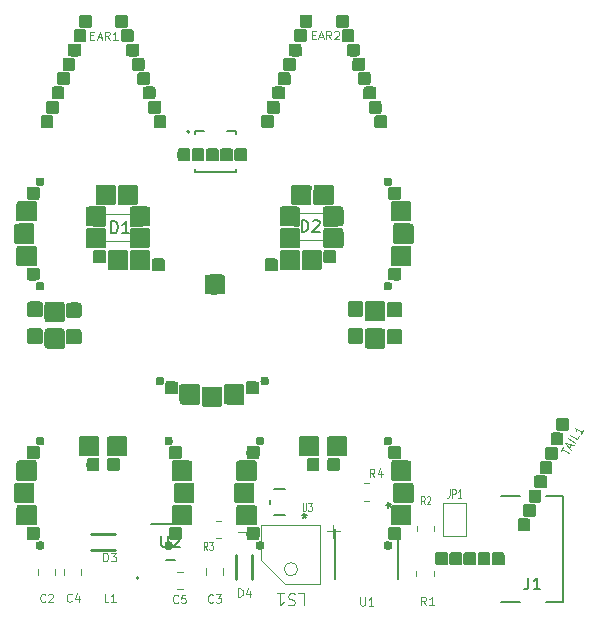
<source format=gbr>
%TF.GenerationSoftware,KiCad,Pcbnew,8.0.5*%
%TF.CreationDate,2024-11-06T13:54:45-05:00*%
%TF.ProjectId,BadgeKittyv2,42616467-654b-4697-9474-7976322e6b69,rev?*%
%TF.SameCoordinates,Original*%
%TF.FileFunction,Legend,Top*%
%TF.FilePolarity,Positive*%
%FSLAX46Y46*%
G04 Gerber Fmt 4.6, Leading zero omitted, Abs format (unit mm)*
G04 Created by KiCad (PCBNEW 8.0.5) date 2024-11-06 13:54:45*
%MOMM*%
%LPD*%
G01*
G04 APERTURE LIST*
%ADD10C,0.150000*%
%ADD11C,0.100000*%
%ADD12C,0.120000*%
%ADD13C,0.200000*%
%ADD14C,0.127000*%
%ADD15C,0.254000*%
%ADD16C,0.152400*%
%ADD17C,0.050000*%
%ADD18C,0.000000*%
G04 APERTURE END LIST*
D10*
X100647398Y-100496175D02*
X100647398Y-99496175D01*
X100647398Y-99496175D02*
X100885493Y-99496175D01*
X100885493Y-99496175D02*
X101028350Y-99543794D01*
X101028350Y-99543794D02*
X101123588Y-99639032D01*
X101123588Y-99639032D02*
X101171207Y-99734270D01*
X101171207Y-99734270D02*
X101218826Y-99924746D01*
X101218826Y-99924746D02*
X101218826Y-100067603D01*
X101218826Y-100067603D02*
X101171207Y-100258079D01*
X101171207Y-100258079D02*
X101123588Y-100353317D01*
X101123588Y-100353317D02*
X101028350Y-100448556D01*
X101028350Y-100448556D02*
X100885493Y-100496175D01*
X100885493Y-100496175D02*
X100647398Y-100496175D01*
X102171207Y-100496175D02*
X101599779Y-100496175D01*
X101885493Y-100496175D02*
X101885493Y-99496175D01*
X101885493Y-99496175D02*
X101790255Y-99639032D01*
X101790255Y-99639032D02*
X101695017Y-99734270D01*
X101695017Y-99734270D02*
X101599779Y-99781889D01*
X104896629Y-126106312D02*
X104896629Y-126915835D01*
X104896629Y-126915835D02*
X104944248Y-127011073D01*
X104944248Y-127011073D02*
X104991867Y-127058693D01*
X104991867Y-127058693D02*
X105087105Y-127106312D01*
X105087105Y-127106312D02*
X105277581Y-127106312D01*
X105277581Y-127106312D02*
X105372819Y-127058693D01*
X105372819Y-127058693D02*
X105420438Y-127011073D01*
X105420438Y-127011073D02*
X105468057Y-126915835D01*
X105468057Y-126915835D02*
X105468057Y-126106312D01*
X105896629Y-126201550D02*
X105944248Y-126153931D01*
X105944248Y-126153931D02*
X106039486Y-126106312D01*
X106039486Y-126106312D02*
X106277581Y-126106312D01*
X106277581Y-126106312D02*
X106372819Y-126153931D01*
X106372819Y-126153931D02*
X106420438Y-126201550D01*
X106420438Y-126201550D02*
X106468057Y-126296788D01*
X106468057Y-126296788D02*
X106468057Y-126392026D01*
X106468057Y-126392026D02*
X106420438Y-126534883D01*
X106420438Y-126534883D02*
X105849010Y-127106312D01*
X105849010Y-127106312D02*
X106468057Y-127106312D01*
X116762205Y-100384788D02*
X116762205Y-99384788D01*
X116762205Y-99384788D02*
X117000300Y-99384788D01*
X117000300Y-99384788D02*
X117143157Y-99432407D01*
X117143157Y-99432407D02*
X117238395Y-99527645D01*
X117238395Y-99527645D02*
X117286014Y-99622883D01*
X117286014Y-99622883D02*
X117333633Y-99813359D01*
X117333633Y-99813359D02*
X117333633Y-99956216D01*
X117333633Y-99956216D02*
X117286014Y-100146692D01*
X117286014Y-100146692D02*
X117238395Y-100241930D01*
X117238395Y-100241930D02*
X117143157Y-100337169D01*
X117143157Y-100337169D02*
X117000300Y-100384788D01*
X117000300Y-100384788D02*
X116762205Y-100384788D01*
X117714586Y-99480026D02*
X117762205Y-99432407D01*
X117762205Y-99432407D02*
X117857443Y-99384788D01*
X117857443Y-99384788D02*
X118095538Y-99384788D01*
X118095538Y-99384788D02*
X118190776Y-99432407D01*
X118190776Y-99432407D02*
X118238395Y-99480026D01*
X118238395Y-99480026D02*
X118286014Y-99575264D01*
X118286014Y-99575264D02*
X118286014Y-99670502D01*
X118286014Y-99670502D02*
X118238395Y-99813359D01*
X118238395Y-99813359D02*
X117666967Y-100384788D01*
X117666967Y-100384788D02*
X118286014Y-100384788D01*
X135973834Y-129656398D02*
X135973834Y-130370683D01*
X135973834Y-130370683D02*
X135926215Y-130513540D01*
X135926215Y-130513540D02*
X135830977Y-130608779D01*
X135830977Y-130608779D02*
X135688120Y-130656398D01*
X135688120Y-130656398D02*
X135592882Y-130656398D01*
X136973834Y-130656398D02*
X136402406Y-130656398D01*
X136688120Y-130656398D02*
X136688120Y-129656398D01*
X136688120Y-129656398D02*
X136592882Y-129799255D01*
X136592882Y-129799255D02*
X136497644Y-129894493D01*
X136497644Y-129894493D02*
X136402406Y-129942112D01*
D11*
X97301227Y-131646559D02*
X97267894Y-131679893D01*
X97267894Y-131679893D02*
X97167894Y-131713226D01*
X97167894Y-131713226D02*
X97101227Y-131713226D01*
X97101227Y-131713226D02*
X97001227Y-131679893D01*
X97001227Y-131679893D02*
X96934561Y-131613226D01*
X96934561Y-131613226D02*
X96901227Y-131546559D01*
X96901227Y-131546559D02*
X96867894Y-131413226D01*
X96867894Y-131413226D02*
X96867894Y-131313226D01*
X96867894Y-131313226D02*
X96901227Y-131179893D01*
X96901227Y-131179893D02*
X96934561Y-131113226D01*
X96934561Y-131113226D02*
X97001227Y-131046559D01*
X97001227Y-131046559D02*
X97101227Y-131013226D01*
X97101227Y-131013226D02*
X97167894Y-131013226D01*
X97167894Y-131013226D02*
X97267894Y-131046559D01*
X97267894Y-131046559D02*
X97301227Y-131079893D01*
X97901227Y-131246559D02*
X97901227Y-131713226D01*
X97734561Y-130979893D02*
X97567894Y-131479893D01*
X97567894Y-131479893D02*
X98001227Y-131479893D01*
X122927468Y-121140308D02*
X122694135Y-120806975D01*
X122527468Y-121140308D02*
X122527468Y-120440308D01*
X122527468Y-120440308D02*
X122794135Y-120440308D01*
X122794135Y-120440308D02*
X122860802Y-120473641D01*
X122860802Y-120473641D02*
X122894135Y-120506975D01*
X122894135Y-120506975D02*
X122927468Y-120573641D01*
X122927468Y-120573641D02*
X122927468Y-120673641D01*
X122927468Y-120673641D02*
X122894135Y-120740308D01*
X122894135Y-120740308D02*
X122860802Y-120773641D01*
X122860802Y-120773641D02*
X122794135Y-120806975D01*
X122794135Y-120806975D02*
X122527468Y-120806975D01*
X123527468Y-120673641D02*
X123527468Y-121140308D01*
X123360802Y-120406975D02*
X123194135Y-120906975D01*
X123194135Y-120906975D02*
X123627468Y-120906975D01*
X111408942Y-131272480D02*
X111408942Y-130572480D01*
X111408942Y-130572480D02*
X111575609Y-130572480D01*
X111575609Y-130572480D02*
X111675609Y-130605813D01*
X111675609Y-130605813D02*
X111742276Y-130672480D01*
X111742276Y-130672480D02*
X111775609Y-130739147D01*
X111775609Y-130739147D02*
X111808942Y-130872480D01*
X111808942Y-130872480D02*
X111808942Y-130972480D01*
X111808942Y-130972480D02*
X111775609Y-131105813D01*
X111775609Y-131105813D02*
X111742276Y-131172480D01*
X111742276Y-131172480D02*
X111675609Y-131239147D01*
X111675609Y-131239147D02*
X111575609Y-131272480D01*
X111575609Y-131272480D02*
X111408942Y-131272480D01*
X112408942Y-130805813D02*
X112408942Y-131272480D01*
X112242276Y-130539147D02*
X112075609Y-131039147D01*
X112075609Y-131039147D02*
X112508942Y-131039147D01*
X127188905Y-123469876D02*
X127022239Y-123136543D01*
X126903191Y-123469876D02*
X126903191Y-122769876D01*
X126903191Y-122769876D02*
X127093667Y-122769876D01*
X127093667Y-122769876D02*
X127141286Y-122803209D01*
X127141286Y-122803209D02*
X127165096Y-122836543D01*
X127165096Y-122836543D02*
X127188905Y-122903209D01*
X127188905Y-122903209D02*
X127188905Y-123003209D01*
X127188905Y-123003209D02*
X127165096Y-123069876D01*
X127165096Y-123069876D02*
X127141286Y-123103209D01*
X127141286Y-123103209D02*
X127093667Y-123136543D01*
X127093667Y-123136543D02*
X126903191Y-123136543D01*
X127379382Y-122836543D02*
X127403191Y-122803209D01*
X127403191Y-122803209D02*
X127450810Y-122769876D01*
X127450810Y-122769876D02*
X127569858Y-122769876D01*
X127569858Y-122769876D02*
X127617477Y-122803209D01*
X127617477Y-122803209D02*
X127641286Y-122836543D01*
X127641286Y-122836543D02*
X127665096Y-122903209D01*
X127665096Y-122903209D02*
X127665096Y-122969876D01*
X127665096Y-122969876D02*
X127641286Y-123069876D01*
X127641286Y-123069876D02*
X127355572Y-123469876D01*
X127355572Y-123469876D02*
X127665096Y-123469876D01*
X117632968Y-83721637D02*
X117866302Y-83721637D01*
X117966302Y-84088304D02*
X117632968Y-84088304D01*
X117632968Y-84088304D02*
X117632968Y-83388304D01*
X117632968Y-83388304D02*
X117966302Y-83388304D01*
X118232968Y-83888304D02*
X118566301Y-83888304D01*
X118166301Y-84088304D02*
X118399635Y-83388304D01*
X118399635Y-83388304D02*
X118632968Y-84088304D01*
X119266301Y-84088304D02*
X119032968Y-83754971D01*
X118866301Y-84088304D02*
X118866301Y-83388304D01*
X118866301Y-83388304D02*
X119132968Y-83388304D01*
X119132968Y-83388304D02*
X119199635Y-83421637D01*
X119199635Y-83421637D02*
X119232968Y-83454971D01*
X119232968Y-83454971D02*
X119266301Y-83521637D01*
X119266301Y-83521637D02*
X119266301Y-83621637D01*
X119266301Y-83621637D02*
X119232968Y-83688304D01*
X119232968Y-83688304D02*
X119199635Y-83721637D01*
X119199635Y-83721637D02*
X119132968Y-83754971D01*
X119132968Y-83754971D02*
X118866301Y-83754971D01*
X119532968Y-83454971D02*
X119566301Y-83421637D01*
X119566301Y-83421637D02*
X119632968Y-83388304D01*
X119632968Y-83388304D02*
X119799635Y-83388304D01*
X119799635Y-83388304D02*
X119866301Y-83421637D01*
X119866301Y-83421637D02*
X119899635Y-83454971D01*
X119899635Y-83454971D02*
X119932968Y-83521637D01*
X119932968Y-83521637D02*
X119932968Y-83588304D01*
X119932968Y-83588304D02*
X119899635Y-83688304D01*
X119899635Y-83688304D02*
X119499635Y-84088304D01*
X119499635Y-84088304D02*
X119932968Y-84088304D01*
X121732745Y-131333240D02*
X121732745Y-131899907D01*
X121732745Y-131899907D02*
X121766079Y-131966573D01*
X121766079Y-131966573D02*
X121799412Y-131999907D01*
X121799412Y-131999907D02*
X121866079Y-132033240D01*
X121866079Y-132033240D02*
X121999412Y-132033240D01*
X121999412Y-132033240D02*
X122066079Y-131999907D01*
X122066079Y-131999907D02*
X122099412Y-131966573D01*
X122099412Y-131966573D02*
X122132745Y-131899907D01*
X122132745Y-131899907D02*
X122132745Y-131333240D01*
X122832745Y-132033240D02*
X122432745Y-132033240D01*
X122632745Y-132033240D02*
X122632745Y-131333240D01*
X122632745Y-131333240D02*
X122566078Y-131433240D01*
X122566078Y-131433240D02*
X122499412Y-131499907D01*
X122499412Y-131499907D02*
X122432745Y-131533240D01*
D10*
X123925225Y-123537376D02*
X124163320Y-123537376D01*
X124068082Y-123775471D02*
X124163320Y-123537376D01*
X124163320Y-123537376D02*
X124068082Y-123299281D01*
X124353796Y-123680233D02*
X124163320Y-123537376D01*
X124163320Y-123537376D02*
X124353796Y-123394519D01*
D11*
X116495030Y-131005139D02*
X116971220Y-131005139D01*
X116971220Y-131005139D02*
X116971220Y-132005139D01*
X116209315Y-131052759D02*
X116066458Y-131005139D01*
X116066458Y-131005139D02*
X115828363Y-131005139D01*
X115828363Y-131005139D02*
X115733125Y-131052759D01*
X115733125Y-131052759D02*
X115685506Y-131100378D01*
X115685506Y-131100378D02*
X115637887Y-131195616D01*
X115637887Y-131195616D02*
X115637887Y-131290854D01*
X115637887Y-131290854D02*
X115685506Y-131386092D01*
X115685506Y-131386092D02*
X115733125Y-131433711D01*
X115733125Y-131433711D02*
X115828363Y-131481330D01*
X115828363Y-131481330D02*
X116018839Y-131528949D01*
X116018839Y-131528949D02*
X116114077Y-131576568D01*
X116114077Y-131576568D02*
X116161696Y-131624187D01*
X116161696Y-131624187D02*
X116209315Y-131719425D01*
X116209315Y-131719425D02*
X116209315Y-131814663D01*
X116209315Y-131814663D02*
X116161696Y-131909901D01*
X116161696Y-131909901D02*
X116114077Y-131957520D01*
X116114077Y-131957520D02*
X116018839Y-132005139D01*
X116018839Y-132005139D02*
X115780744Y-132005139D01*
X115780744Y-132005139D02*
X115637887Y-131957520D01*
X114685506Y-131005139D02*
X115256934Y-131005139D01*
X114971220Y-131005139D02*
X114971220Y-132005139D01*
X114971220Y-132005139D02*
X115066458Y-131862282D01*
X115066458Y-131862282D02*
X115161696Y-131767044D01*
X115161696Y-131767044D02*
X115256934Y-131719425D01*
X112489241Y-125782759D02*
X111346384Y-125782759D01*
X120019241Y-125752759D02*
X118876384Y-125752759D01*
X119447812Y-125181330D02*
X119447812Y-126324187D01*
X127297068Y-131980795D02*
X127063735Y-131647462D01*
X126897068Y-131980795D02*
X126897068Y-131280795D01*
X126897068Y-131280795D02*
X127163735Y-131280795D01*
X127163735Y-131280795D02*
X127230402Y-131314128D01*
X127230402Y-131314128D02*
X127263735Y-131347462D01*
X127263735Y-131347462D02*
X127297068Y-131414128D01*
X127297068Y-131414128D02*
X127297068Y-131514128D01*
X127297068Y-131514128D02*
X127263735Y-131580795D01*
X127263735Y-131580795D02*
X127230402Y-131614128D01*
X127230402Y-131614128D02*
X127163735Y-131647462D01*
X127163735Y-131647462D02*
X126897068Y-131647462D01*
X127963735Y-131980795D02*
X127563735Y-131980795D01*
X127763735Y-131980795D02*
X127763735Y-131280795D01*
X127763735Y-131280795D02*
X127697068Y-131380795D01*
X127697068Y-131380795D02*
X127630402Y-131447462D01*
X127630402Y-131447462D02*
X127563735Y-131480795D01*
X108785839Y-127329253D02*
X108619173Y-126995920D01*
X108500125Y-127329253D02*
X108500125Y-126629253D01*
X108500125Y-126629253D02*
X108690601Y-126629253D01*
X108690601Y-126629253D02*
X108738220Y-126662586D01*
X108738220Y-126662586D02*
X108762030Y-126695920D01*
X108762030Y-126695920D02*
X108785839Y-126762586D01*
X108785839Y-126762586D02*
X108785839Y-126862586D01*
X108785839Y-126862586D02*
X108762030Y-126929253D01*
X108762030Y-126929253D02*
X108738220Y-126962586D01*
X108738220Y-126962586D02*
X108690601Y-126995920D01*
X108690601Y-126995920D02*
X108500125Y-126995920D01*
X108952506Y-126629253D02*
X109262030Y-126629253D01*
X109262030Y-126629253D02*
X109095363Y-126895920D01*
X109095363Y-126895920D02*
X109166792Y-126895920D01*
X109166792Y-126895920D02*
X109214411Y-126929253D01*
X109214411Y-126929253D02*
X109238220Y-126962586D01*
X109238220Y-126962586D02*
X109262030Y-127029253D01*
X109262030Y-127029253D02*
X109262030Y-127195920D01*
X109262030Y-127195920D02*
X109238220Y-127262586D01*
X109238220Y-127262586D02*
X109214411Y-127295920D01*
X109214411Y-127295920D02*
X109166792Y-127329253D01*
X109166792Y-127329253D02*
X109023935Y-127329253D01*
X109023935Y-127329253D02*
X108976316Y-127295920D01*
X108976316Y-127295920D02*
X108952506Y-127262586D01*
X106301027Y-131752965D02*
X106267694Y-131786299D01*
X106267694Y-131786299D02*
X106167694Y-131819632D01*
X106167694Y-131819632D02*
X106101027Y-131819632D01*
X106101027Y-131819632D02*
X106001027Y-131786299D01*
X106001027Y-131786299D02*
X105934361Y-131719632D01*
X105934361Y-131719632D02*
X105901027Y-131652965D01*
X105901027Y-131652965D02*
X105867694Y-131519632D01*
X105867694Y-131519632D02*
X105867694Y-131419632D01*
X105867694Y-131419632D02*
X105901027Y-131286299D01*
X105901027Y-131286299D02*
X105934361Y-131219632D01*
X105934361Y-131219632D02*
X106001027Y-131152965D01*
X106001027Y-131152965D02*
X106101027Y-131119632D01*
X106101027Y-131119632D02*
X106167694Y-131119632D01*
X106167694Y-131119632D02*
X106267694Y-131152965D01*
X106267694Y-131152965D02*
X106301027Y-131186299D01*
X106934361Y-131119632D02*
X106601027Y-131119632D01*
X106601027Y-131119632D02*
X106567694Y-131452965D01*
X106567694Y-131452965D02*
X106601027Y-131419632D01*
X106601027Y-131419632D02*
X106667694Y-131386299D01*
X106667694Y-131386299D02*
X106834361Y-131386299D01*
X106834361Y-131386299D02*
X106901027Y-131419632D01*
X106901027Y-131419632D02*
X106934361Y-131452965D01*
X106934361Y-131452965D02*
X106967694Y-131519632D01*
X106967694Y-131519632D02*
X106967694Y-131686299D01*
X106967694Y-131686299D02*
X106934361Y-131752965D01*
X106934361Y-131752965D02*
X106901027Y-131786299D01*
X106901027Y-131786299D02*
X106834361Y-131819632D01*
X106834361Y-131819632D02*
X106667694Y-131819632D01*
X106667694Y-131819632D02*
X106601027Y-131786299D01*
X106601027Y-131786299D02*
X106567694Y-131752965D01*
X116847054Y-123316362D02*
X116847054Y-123883029D01*
X116847054Y-123883029D02*
X116870864Y-123949695D01*
X116870864Y-123949695D02*
X116894673Y-123983029D01*
X116894673Y-123983029D02*
X116942292Y-124016362D01*
X116942292Y-124016362D02*
X117037530Y-124016362D01*
X117037530Y-124016362D02*
X117085149Y-123983029D01*
X117085149Y-123983029D02*
X117108959Y-123949695D01*
X117108959Y-123949695D02*
X117132768Y-123883029D01*
X117132768Y-123883029D02*
X117132768Y-123316362D01*
X117323245Y-123316362D02*
X117632769Y-123316362D01*
X117632769Y-123316362D02*
X117466102Y-123583029D01*
X117466102Y-123583029D02*
X117537531Y-123583029D01*
X117537531Y-123583029D02*
X117585150Y-123616362D01*
X117585150Y-123616362D02*
X117608959Y-123649695D01*
X117608959Y-123649695D02*
X117632769Y-123716362D01*
X117632769Y-123716362D02*
X117632769Y-123883029D01*
X117632769Y-123883029D02*
X117608959Y-123949695D01*
X117608959Y-123949695D02*
X117585150Y-123983029D01*
X117585150Y-123983029D02*
X117537531Y-124016362D01*
X117537531Y-124016362D02*
X117394674Y-124016362D01*
X117394674Y-124016362D02*
X117347055Y-123983029D01*
X117347055Y-123983029D02*
X117323245Y-123949695D01*
D10*
X117005863Y-124228195D02*
X117005863Y-124466290D01*
X116767768Y-124371052D02*
X117005863Y-124466290D01*
X117005863Y-124466290D02*
X117243958Y-124371052D01*
X116863006Y-124656766D02*
X117005863Y-124466290D01*
X117005863Y-124466290D02*
X117148720Y-124656766D01*
D11*
X109265499Y-131719975D02*
X109232166Y-131753309D01*
X109232166Y-131753309D02*
X109132166Y-131786642D01*
X109132166Y-131786642D02*
X109065499Y-131786642D01*
X109065499Y-131786642D02*
X108965499Y-131753309D01*
X108965499Y-131753309D02*
X108898833Y-131686642D01*
X108898833Y-131686642D02*
X108865499Y-131619975D01*
X108865499Y-131619975D02*
X108832166Y-131486642D01*
X108832166Y-131486642D02*
X108832166Y-131386642D01*
X108832166Y-131386642D02*
X108865499Y-131253309D01*
X108865499Y-131253309D02*
X108898833Y-131186642D01*
X108898833Y-131186642D02*
X108965499Y-131119975D01*
X108965499Y-131119975D02*
X109065499Y-131086642D01*
X109065499Y-131086642D02*
X109132166Y-131086642D01*
X109132166Y-131086642D02*
X109232166Y-131119975D01*
X109232166Y-131119975D02*
X109265499Y-131153309D01*
X109498833Y-131086642D02*
X109932166Y-131086642D01*
X109932166Y-131086642D02*
X109698833Y-131353309D01*
X109698833Y-131353309D02*
X109798833Y-131353309D01*
X109798833Y-131353309D02*
X109865499Y-131386642D01*
X109865499Y-131386642D02*
X109898833Y-131419975D01*
X109898833Y-131419975D02*
X109932166Y-131486642D01*
X109932166Y-131486642D02*
X109932166Y-131653309D01*
X109932166Y-131653309D02*
X109898833Y-131719975D01*
X109898833Y-131719975D02*
X109865499Y-131753309D01*
X109865499Y-131753309D02*
X109798833Y-131786642D01*
X109798833Y-131786642D02*
X109598833Y-131786642D01*
X109598833Y-131786642D02*
X109532166Y-131753309D01*
X109532166Y-131753309D02*
X109498833Y-131719975D01*
X98889591Y-83761062D02*
X99122925Y-83761062D01*
X99222925Y-84127729D02*
X98889591Y-84127729D01*
X98889591Y-84127729D02*
X98889591Y-83427729D01*
X98889591Y-83427729D02*
X99222925Y-83427729D01*
X99489591Y-83927729D02*
X99822924Y-83927729D01*
X99422924Y-84127729D02*
X99656258Y-83427729D01*
X99656258Y-83427729D02*
X99889591Y-84127729D01*
X100522924Y-84127729D02*
X100289591Y-83794396D01*
X100122924Y-84127729D02*
X100122924Y-83427729D01*
X100122924Y-83427729D02*
X100389591Y-83427729D01*
X100389591Y-83427729D02*
X100456258Y-83461062D01*
X100456258Y-83461062D02*
X100489591Y-83494396D01*
X100489591Y-83494396D02*
X100522924Y-83561062D01*
X100522924Y-83561062D02*
X100522924Y-83661062D01*
X100522924Y-83661062D02*
X100489591Y-83727729D01*
X100489591Y-83727729D02*
X100456258Y-83761062D01*
X100456258Y-83761062D02*
X100389591Y-83794396D01*
X100389591Y-83794396D02*
X100122924Y-83794396D01*
X101189591Y-84127729D02*
X100789591Y-84127729D01*
X100989591Y-84127729D02*
X100989591Y-83427729D01*
X100989591Y-83427729D02*
X100922924Y-83527729D01*
X100922924Y-83527729D02*
X100856258Y-83594396D01*
X100856258Y-83594396D02*
X100789591Y-83627729D01*
X99986049Y-128283073D02*
X99986049Y-127583073D01*
X99986049Y-127583073D02*
X100152716Y-127583073D01*
X100152716Y-127583073D02*
X100252716Y-127616406D01*
X100252716Y-127616406D02*
X100319383Y-127683073D01*
X100319383Y-127683073D02*
X100352716Y-127749740D01*
X100352716Y-127749740D02*
X100386049Y-127883073D01*
X100386049Y-127883073D02*
X100386049Y-127983073D01*
X100386049Y-127983073D02*
X100352716Y-128116406D01*
X100352716Y-128116406D02*
X100319383Y-128183073D01*
X100319383Y-128183073D02*
X100252716Y-128249740D01*
X100252716Y-128249740D02*
X100152716Y-128283073D01*
X100152716Y-128283073D02*
X99986049Y-128283073D01*
X100619383Y-127583073D02*
X101052716Y-127583073D01*
X101052716Y-127583073D02*
X100819383Y-127849740D01*
X100819383Y-127849740D02*
X100919383Y-127849740D01*
X100919383Y-127849740D02*
X100986049Y-127883073D01*
X100986049Y-127883073D02*
X101019383Y-127916406D01*
X101019383Y-127916406D02*
X101052716Y-127983073D01*
X101052716Y-127983073D02*
X101052716Y-128149740D01*
X101052716Y-128149740D02*
X101019383Y-128216406D01*
X101019383Y-128216406D02*
X100986049Y-128249740D01*
X100986049Y-128249740D02*
X100919383Y-128283073D01*
X100919383Y-128283073D02*
X100719383Y-128283073D01*
X100719383Y-128283073D02*
X100652716Y-128249740D01*
X100652716Y-128249740D02*
X100619383Y-128216406D01*
X138686608Y-118912330D02*
X138898576Y-118573111D01*
X139386226Y-119113664D02*
X138792592Y-118742721D01*
X139428584Y-118668461D02*
X139605223Y-118385779D01*
X139562865Y-118830982D02*
X139092879Y-118262160D01*
X139092879Y-118262160D02*
X139810161Y-118435226D01*
X139933809Y-118237348D02*
X139340175Y-117866405D01*
X140287088Y-117671983D02*
X140110448Y-117954666D01*
X140110448Y-117954666D02*
X139516815Y-117583722D01*
X140605040Y-117163154D02*
X140393072Y-117502373D01*
X140499056Y-117332763D02*
X139905422Y-116961820D01*
X139905422Y-116961820D02*
X139954899Y-117071348D01*
X139954899Y-117071348D02*
X139976108Y-117163213D01*
X139976108Y-117163213D02*
X139969048Y-117237413D01*
X95067968Y-131667715D02*
X95034635Y-131701049D01*
X95034635Y-131701049D02*
X94934635Y-131734382D01*
X94934635Y-131734382D02*
X94867968Y-131734382D01*
X94867968Y-131734382D02*
X94767968Y-131701049D01*
X94767968Y-131701049D02*
X94701302Y-131634382D01*
X94701302Y-131634382D02*
X94667968Y-131567715D01*
X94667968Y-131567715D02*
X94634635Y-131434382D01*
X94634635Y-131434382D02*
X94634635Y-131334382D01*
X94634635Y-131334382D02*
X94667968Y-131201049D01*
X94667968Y-131201049D02*
X94701302Y-131134382D01*
X94701302Y-131134382D02*
X94767968Y-131067715D01*
X94767968Y-131067715D02*
X94867968Y-131034382D01*
X94867968Y-131034382D02*
X94934635Y-131034382D01*
X94934635Y-131034382D02*
X95034635Y-131067715D01*
X95034635Y-131067715D02*
X95067968Y-131101049D01*
X95334635Y-131101049D02*
X95367968Y-131067715D01*
X95367968Y-131067715D02*
X95434635Y-131034382D01*
X95434635Y-131034382D02*
X95601302Y-131034382D01*
X95601302Y-131034382D02*
X95667968Y-131067715D01*
X95667968Y-131067715D02*
X95701302Y-131101049D01*
X95701302Y-131101049D02*
X95734635Y-131167715D01*
X95734635Y-131167715D02*
X95734635Y-131234382D01*
X95734635Y-131234382D02*
X95701302Y-131334382D01*
X95701302Y-131334382D02*
X95301302Y-131734382D01*
X95301302Y-131734382D02*
X95734635Y-131734382D01*
X129295783Y-122191468D02*
X129295783Y-122691468D01*
X129295783Y-122691468D02*
X129271974Y-122791468D01*
X129271974Y-122791468D02*
X129224355Y-122858135D01*
X129224355Y-122858135D02*
X129152926Y-122891468D01*
X129152926Y-122891468D02*
X129105307Y-122891468D01*
X129533878Y-122891468D02*
X129533878Y-122191468D01*
X129533878Y-122191468D02*
X129724354Y-122191468D01*
X129724354Y-122191468D02*
X129771973Y-122224801D01*
X129771973Y-122224801D02*
X129795783Y-122258135D01*
X129795783Y-122258135D02*
X129819592Y-122324801D01*
X129819592Y-122324801D02*
X129819592Y-122424801D01*
X129819592Y-122424801D02*
X129795783Y-122491468D01*
X129795783Y-122491468D02*
X129771973Y-122524801D01*
X129771973Y-122524801D02*
X129724354Y-122558135D01*
X129724354Y-122558135D02*
X129533878Y-122558135D01*
X130295783Y-122891468D02*
X130010069Y-122891468D01*
X130152926Y-122891468D02*
X130152926Y-122191468D01*
X130152926Y-122191468D02*
X130105307Y-122291468D01*
X130105307Y-122291468D02*
X130057688Y-122358135D01*
X130057688Y-122358135D02*
X130010069Y-122391468D01*
X100413573Y-131753925D02*
X100080239Y-131753925D01*
X100080239Y-131753925D02*
X100080239Y-131053925D01*
X101013573Y-131753925D02*
X100613573Y-131753925D01*
X100813573Y-131753925D02*
X100813573Y-131053925D01*
X100813573Y-131053925D02*
X100746906Y-131153925D01*
X100746906Y-131153925D02*
X100680240Y-131220592D01*
X100680240Y-131220592D02*
X100613573Y-131253925D01*
D12*
%TO.C,D1*%
X102805493Y-101191356D02*
X102805493Y-100541356D01*
X102805493Y-101191356D02*
X99965493Y-101191356D01*
X102805493Y-98891356D02*
X99965493Y-98891356D01*
D13*
%TO.C,U2*%
X104033533Y-125101494D02*
X106008533Y-125101494D01*
X105258535Y-128201492D02*
X106033537Y-128201492D01*
D12*
%TO.C,D2*%
X118920300Y-98779969D02*
X116080300Y-98779969D01*
X118920300Y-101079969D02*
X116080300Y-101079969D01*
X118920300Y-101079969D02*
X118920300Y-100429969D01*
D14*
%TO.C,J1*%
X133654032Y-131726843D02*
X135214032Y-131726843D01*
X137454032Y-131726843D02*
X138934032Y-131726843D01*
X138934032Y-131726843D02*
X138934032Y-122786843D01*
X133654032Y-122786843D02*
X135214032Y-122786843D01*
X138934032Y-122786843D02*
X137454032Y-122786843D01*
D12*
%TO.C,C4*%
X98084892Y-128891753D02*
X98084892Y-129414257D01*
X96614892Y-128891753D02*
X96614892Y-129414257D01*
%TO.C,R4*%
X122010901Y-121665053D02*
X122465029Y-121665053D01*
X122010901Y-123135053D02*
X122465029Y-123135053D01*
D15*
%TO.C,D4*%
X111234985Y-129750356D02*
X111234985Y-127750356D01*
X112534985Y-129750356D02*
X112534985Y-127750356D01*
D12*
%TO.C,R2*%
X127989629Y-125287481D02*
X127989629Y-125741609D01*
X126519629Y-125287481D02*
X126519629Y-125741609D01*
D16*
%TO.C,U1*%
X119627585Y-125526070D02*
X119627585Y-129767870D01*
X124885385Y-129767870D02*
X124885385Y-125526070D01*
D11*
%TO.C,LS1*%
X118362173Y-130202559D02*
X115362173Y-130202559D01*
X118362173Y-125202559D02*
X118362173Y-130202559D01*
X113362173Y-128202559D02*
X115362173Y-130202559D01*
X113362173Y-128202559D02*
X113362173Y-127202559D01*
X113362173Y-127202559D02*
X113362173Y-125202559D01*
X113362173Y-125202559D02*
X118362173Y-125202559D01*
D17*
X116427858Y-128952559D02*
G75*
G02*
X115296488Y-128952559I-565685J0D01*
G01*
X115296488Y-128952559D02*
G75*
G02*
X116427858Y-128952559I565685J0D01*
G01*
D12*
%TO.C,R1*%
X126490324Y-129515663D02*
X126490324Y-129061535D01*
X127960324Y-129515663D02*
X127960324Y-129061535D01*
%TO.C,R3*%
X109972067Y-126337546D02*
X109517939Y-126337546D01*
X109972067Y-124867546D02*
X109517939Y-124867546D01*
D14*
%TO.C,S1*%
X107724255Y-91842968D02*
X107724255Y-92092968D01*
X107724255Y-95092968D02*
X107724255Y-95342968D01*
X107724255Y-95342968D02*
X111224255Y-95342968D01*
X108474255Y-91842968D02*
X107724255Y-91842968D01*
X110474255Y-91842968D02*
X111224255Y-91842968D01*
X111224255Y-91842968D02*
X111224255Y-92092968D01*
X111224255Y-95342968D02*
X111224255Y-95092968D01*
X107274255Y-91892968D02*
G75*
G02*
X107074255Y-91892968I-100000J0D01*
G01*
X107074255Y-91892968D02*
G75*
G02*
X107274255Y-91892968I100000J0D01*
G01*
D12*
%TO.C,C5*%
X106699103Y-130659068D02*
X106176599Y-130659068D01*
X106699103Y-129189068D02*
X106176599Y-129189068D01*
D16*
%TO.C,U3*%
X115359176Y-122129464D02*
X114391768Y-122129464D01*
X114391768Y-124390064D02*
X115359176Y-124390064D01*
X114126172Y-123120305D02*
X114126172Y-123399223D01*
D12*
%TO.C,C3*%
X108674822Y-129405947D02*
X108674822Y-128883443D01*
X110144822Y-129405947D02*
X110144822Y-128883443D01*
D15*
%TO.C,D3*%
X98952416Y-126004069D02*
X100952416Y-126004069D01*
X98952416Y-127304069D02*
X100952416Y-127304069D01*
D18*
%TO.C,G\u002A\u002A\u002A*%
G36*
X103861343Y-101984672D02*
G01*
X103909928Y-102033259D01*
X103909928Y-102786347D01*
X103909928Y-103539437D01*
X103861343Y-103588023D01*
X103812756Y-103636609D01*
X103054176Y-103636609D01*
X102295598Y-103636609D01*
X102248929Y-103594910D01*
X102202261Y-103553212D01*
X102202261Y-102786347D01*
X102202261Y-102019483D01*
X102248929Y-101977785D01*
X102295598Y-101936087D01*
X103054176Y-101936087D01*
X103812756Y-101936087D01*
X103861343Y-101984672D01*
G37*
G36*
X116560015Y-101977785D02*
G01*
X116606684Y-102019483D01*
X116606684Y-102786347D01*
X116606684Y-103553212D01*
X116560015Y-103594910D01*
X116513348Y-103636609D01*
X115754769Y-103636609D01*
X114996192Y-103636609D01*
X114947604Y-103588023D01*
X114899018Y-103539437D01*
X114899018Y-102786347D01*
X114899018Y-102033259D01*
X114947604Y-101984672D01*
X114996192Y-101936087D01*
X115754769Y-101936087D01*
X116513348Y-101936087D01*
X116560015Y-101977785D01*
G37*
G36*
X105118871Y-102684887D02*
G01*
X105167457Y-102733474D01*
X105167457Y-103179326D01*
X105167457Y-103625177D01*
X105118871Y-103673763D01*
X105070284Y-103722350D01*
X104619818Y-103722350D01*
X104169349Y-103722350D01*
X104125379Y-103678380D01*
X104081410Y-103634410D01*
X104077855Y-103310410D01*
X104076313Y-103168892D01*
X104075171Y-103053137D01*
X104074543Y-102960331D01*
X104074550Y-102887659D01*
X104075302Y-102832306D01*
X104076922Y-102791455D01*
X104079521Y-102762292D01*
X104083219Y-102742002D01*
X104088127Y-102727768D01*
X104094368Y-102716778D01*
X104102054Y-102706215D01*
X104102844Y-102705156D01*
X104133254Y-102673102D01*
X104164250Y-102651568D01*
X104189649Y-102646722D01*
X104242340Y-102642748D01*
X104321049Y-102639688D01*
X104424502Y-102637582D01*
X104551421Y-102636472D01*
X104633680Y-102636302D01*
X105070284Y-102636302D01*
X105118871Y-102684887D01*
G37*
G36*
X114314978Y-102636825D02*
G01*
X114431949Y-102638369D01*
X114524901Y-102640891D01*
X114592562Y-102644351D01*
X114633657Y-102648705D01*
X114644696Y-102651568D01*
X114676857Y-102674117D01*
X114706102Y-102705156D01*
X114713927Y-102715823D01*
X114720297Y-102726655D01*
X114725326Y-102740468D01*
X114729130Y-102760077D01*
X114731827Y-102788298D01*
X114733532Y-102827946D01*
X114734361Y-102881835D01*
X114734431Y-102952781D01*
X114733859Y-103043600D01*
X114732758Y-103157104D01*
X114731248Y-103296111D01*
X114731091Y-103310410D01*
X114727537Y-103634410D01*
X114683568Y-103678380D01*
X114639597Y-103722350D01*
X114189131Y-103722350D01*
X113738662Y-103722350D01*
X113690075Y-103673763D01*
X113641489Y-103625177D01*
X113641489Y-103179326D01*
X113641489Y-102733474D01*
X113690075Y-102684887D01*
X113738662Y-102636302D01*
X114175266Y-102636302D01*
X114314978Y-102636825D01*
G37*
G36*
X102010444Y-101977858D02*
G01*
X102052937Y-102020350D01*
X102049002Y-102792365D01*
X102045070Y-103564381D01*
X102012529Y-103596922D01*
X101979987Y-103629463D01*
X101219428Y-103632805D01*
X101032552Y-103633404D01*
X100873134Y-103633423D01*
X100740051Y-103632843D01*
X100632188Y-103631649D01*
X100548423Y-103629822D01*
X100487641Y-103627343D01*
X100448718Y-103624194D01*
X100430540Y-103620360D01*
X100430288Y-103620225D01*
X100398745Y-103596448D01*
X100377017Y-103574014D01*
X100371573Y-103565578D01*
X100366986Y-103553186D01*
X100363182Y-103534501D01*
X100360086Y-103507190D01*
X100357625Y-103468915D01*
X100355727Y-103417343D01*
X100354315Y-103350139D01*
X100353317Y-103264967D01*
X100352659Y-103159492D01*
X100352267Y-103031379D01*
X100352066Y-102878292D01*
X100352010Y-102783572D01*
X100351693Y-102023421D01*
X100386174Y-101983326D01*
X100420655Y-101943231D01*
X101194303Y-101939298D01*
X101967951Y-101935364D01*
X102010444Y-101977858D01*
G37*
G36*
X100646006Y-96408452D02*
G01*
X100756642Y-96410000D01*
X100839910Y-96412358D01*
X100896106Y-96415529D01*
X100925533Y-96419518D01*
X100926103Y-96419677D01*
X100969815Y-96440117D01*
X101005736Y-96469339D01*
X101008271Y-96472393D01*
X101014715Y-96481258D01*
X101020139Y-96491685D01*
X101024632Y-96506054D01*
X101028281Y-96526742D01*
X101031173Y-96556128D01*
X101033397Y-96596591D01*
X101035040Y-96650511D01*
X101036190Y-96720265D01*
X101036935Y-96808234D01*
X101037362Y-96916796D01*
X101037560Y-97048327D01*
X101037615Y-97205211D01*
X101037617Y-97267939D01*
X101037617Y-98026179D01*
X100999219Y-98066258D01*
X100960820Y-98106338D01*
X100185953Y-98106338D01*
X99411086Y-98106338D01*
X99374090Y-98062371D01*
X99337095Y-98018405D01*
X99337095Y-97262351D01*
X99337095Y-96506297D01*
X99378784Y-96459629D01*
X99420475Y-96412961D01*
X100146879Y-96408617D01*
X100341424Y-96407764D01*
X100507698Y-96407708D01*
X100646006Y-96408452D01*
G37*
G36*
X118460991Y-96407748D02*
G01*
X118654503Y-96408571D01*
X118662067Y-96408617D01*
X119388470Y-96412961D01*
X119430160Y-96459629D01*
X119471850Y-96506297D01*
X119471850Y-97262351D01*
X119471850Y-98018405D01*
X119434854Y-98062371D01*
X119397859Y-98106338D01*
X118622992Y-98106338D01*
X117848125Y-98106338D01*
X117809726Y-98066258D01*
X117771327Y-98026179D01*
X117771327Y-97267939D01*
X117771353Y-97101411D01*
X117771490Y-96961084D01*
X117771825Y-96844578D01*
X117772446Y-96749517D01*
X117773441Y-96673520D01*
X117774898Y-96614210D01*
X117776904Y-96569205D01*
X117779547Y-96536130D01*
X117782915Y-96512604D01*
X117787096Y-96496249D01*
X117792177Y-96484685D01*
X117798246Y-96475535D01*
X117800675Y-96472393D01*
X117834728Y-96442941D01*
X117878493Y-96421039D01*
X117882843Y-96419677D01*
X117911304Y-96415660D01*
X117966524Y-96412459D01*
X118048803Y-96410073D01*
X118158439Y-96408494D01*
X118295735Y-96407720D01*
X118460991Y-96407748D01*
G37*
G36*
X108098028Y-113338488D02*
G01*
X108139799Y-113380259D01*
X108139799Y-114147764D01*
X108139799Y-114915269D01*
X108088767Y-114963400D01*
X108037733Y-115011529D01*
X107292093Y-115010223D01*
X107124914Y-115009851D01*
X106983966Y-115009320D01*
X106866893Y-115008560D01*
X106771347Y-115007497D01*
X106694974Y-115006056D01*
X106635427Y-115004166D01*
X106590349Y-115001753D01*
X106557392Y-114998743D01*
X106534205Y-114995067D01*
X106518434Y-114990649D01*
X106508541Y-114985919D01*
X106490613Y-114975020D01*
X106475451Y-114964280D01*
X106462823Y-114951353D01*
X106452498Y-114933895D01*
X106444243Y-114909561D01*
X106437829Y-114876007D01*
X106433023Y-114830886D01*
X106429592Y-114771855D01*
X106427308Y-114696565D01*
X106425936Y-114602675D01*
X106425246Y-114487839D01*
X106425006Y-114349711D01*
X106424984Y-114185946D01*
X106424986Y-114139771D01*
X106424986Y-113393889D01*
X106473573Y-113345303D01*
X106522159Y-113296717D01*
X107289208Y-113296717D01*
X108056257Y-113296717D01*
X108098028Y-113338488D01*
G37*
G36*
X109984321Y-113524260D02*
G01*
X110026092Y-113566030D01*
X110026092Y-114333535D01*
X110026092Y-115101041D01*
X109975060Y-115149170D01*
X109924027Y-115197301D01*
X109178387Y-115195994D01*
X109011208Y-115195622D01*
X108870259Y-115195092D01*
X108753187Y-115194332D01*
X108657641Y-115193268D01*
X108581269Y-115191828D01*
X108521720Y-115189937D01*
X108476643Y-115187524D01*
X108443686Y-115184515D01*
X108420499Y-115180839D01*
X108404729Y-115176421D01*
X108394835Y-115171691D01*
X108376907Y-115160790D01*
X108361745Y-115150051D01*
X108349116Y-115137123D01*
X108338792Y-115119666D01*
X108330538Y-115095333D01*
X108324124Y-115061778D01*
X108319317Y-115016658D01*
X108315887Y-114957624D01*
X108313602Y-114882337D01*
X108312229Y-114788447D01*
X108311540Y-114673611D01*
X108311300Y-114535483D01*
X108311279Y-114371718D01*
X108311281Y-114325543D01*
X108311281Y-113579661D01*
X108359867Y-113531075D01*
X108408454Y-113482488D01*
X109175501Y-113482488D01*
X109942550Y-113482488D01*
X109984321Y-113524260D01*
G37*
G36*
X111870615Y-113338488D02*
G01*
X111912387Y-113380259D01*
X111912387Y-114147764D01*
X111912387Y-114915269D01*
X111861353Y-114963400D01*
X111810321Y-115011529D01*
X111064681Y-115010223D01*
X110897503Y-115009851D01*
X110756553Y-115009320D01*
X110639480Y-115008560D01*
X110543934Y-115007497D01*
X110467563Y-115006056D01*
X110408013Y-115004166D01*
X110362937Y-115001753D01*
X110329980Y-114998743D01*
X110306793Y-114995067D01*
X110291022Y-114990649D01*
X110281130Y-114985919D01*
X110263201Y-114975020D01*
X110248039Y-114964280D01*
X110235411Y-114951353D01*
X110225085Y-114933895D01*
X110216831Y-114909561D01*
X110210417Y-114876007D01*
X110205610Y-114830886D01*
X110202180Y-114771855D01*
X110199895Y-114696565D01*
X110198523Y-114602675D01*
X110197834Y-114487839D01*
X110197594Y-114349711D01*
X110197573Y-114185946D01*
X110197575Y-114139771D01*
X110197575Y-113393889D01*
X110246160Y-113345303D01*
X110294747Y-113296717D01*
X111061796Y-113296717D01*
X111828844Y-113296717D01*
X111870615Y-113338488D01*
G37*
G36*
X93306733Y-99678249D02*
G01*
X94052615Y-99678249D01*
X94101201Y-99726836D01*
X94149788Y-99775422D01*
X94149788Y-100542472D01*
X94149788Y-101309520D01*
X94108016Y-101351292D01*
X94066245Y-101393063D01*
X93298741Y-101393063D01*
X92531235Y-101393063D01*
X92483105Y-101342030D01*
X92434976Y-101290996D01*
X92434976Y-100550087D01*
X92435040Y-100384311D01*
X92435285Y-100244709D01*
X92435784Y-100128876D01*
X92436614Y-100034404D01*
X92437850Y-99958889D01*
X92439569Y-99899924D01*
X92441843Y-99855103D01*
X92444750Y-99822020D01*
X92448364Y-99798270D01*
X92452762Y-99781446D01*
X92458017Y-99769142D01*
X92459535Y-99766384D01*
X92470340Y-99747486D01*
X92480860Y-99731501D01*
X92493437Y-99718184D01*
X92510409Y-99707294D01*
X92534120Y-99698584D01*
X92566909Y-99691814D01*
X92611119Y-99686739D01*
X92669088Y-99683116D01*
X92743161Y-99680699D01*
X92835676Y-99679249D01*
X92948975Y-99678518D01*
X93085399Y-99678265D01*
X93247290Y-99678246D01*
X93306733Y-99678249D01*
G37*
G36*
X93306733Y-121627847D02*
G01*
X94052615Y-121627847D01*
X94101201Y-121676434D01*
X94149788Y-121725020D01*
X94149788Y-122492069D01*
X94149788Y-123259117D01*
X94108016Y-123300889D01*
X94066245Y-123342660D01*
X93298741Y-123342660D01*
X92531235Y-123342660D01*
X92483105Y-123291628D01*
X92434976Y-123240594D01*
X92434976Y-122499685D01*
X92435040Y-122333908D01*
X92435285Y-122194307D01*
X92435784Y-122078474D01*
X92436614Y-121984002D01*
X92437850Y-121908487D01*
X92439569Y-121849522D01*
X92441843Y-121804701D01*
X92444750Y-121771617D01*
X92448364Y-121747867D01*
X92452762Y-121731043D01*
X92458017Y-121718739D01*
X92459535Y-121715982D01*
X92470340Y-121697083D01*
X92480860Y-121681098D01*
X92493437Y-121667781D01*
X92510409Y-121656891D01*
X92534120Y-121648181D01*
X92566909Y-121641412D01*
X92611119Y-121636337D01*
X92669088Y-121632714D01*
X92743161Y-121630297D01*
X92835676Y-121628847D01*
X92948975Y-121628116D01*
X93085399Y-121627863D01*
X93247290Y-121627843D01*
X93306733Y-121627847D01*
G37*
G36*
X93492505Y-97791956D02*
G01*
X94238387Y-97791956D01*
X94286973Y-97840542D01*
X94335559Y-97889128D01*
X94335559Y-98656178D01*
X94335559Y-99423226D01*
X94293788Y-99464997D01*
X94252016Y-99506769D01*
X93484511Y-99506769D01*
X92717007Y-99506769D01*
X92668876Y-99455735D01*
X92620746Y-99404703D01*
X92620746Y-98663794D01*
X92620810Y-98498018D01*
X92621055Y-98358416D01*
X92621556Y-98242583D01*
X92622386Y-98148112D01*
X92623622Y-98072596D01*
X92625340Y-98013630D01*
X92627614Y-97968809D01*
X92630521Y-97935727D01*
X92634135Y-97911977D01*
X92638533Y-97895152D01*
X92643788Y-97882848D01*
X92645306Y-97880089D01*
X92656112Y-97861192D01*
X92666632Y-97845206D01*
X92679208Y-97831890D01*
X92696181Y-97820999D01*
X92719891Y-97812291D01*
X92752680Y-97805521D01*
X92796890Y-97800446D01*
X92854860Y-97796822D01*
X92928932Y-97794407D01*
X93021447Y-97792955D01*
X93134747Y-97792226D01*
X93271171Y-97791972D01*
X93433061Y-97791952D01*
X93492505Y-97791956D01*
G37*
G36*
X93492505Y-101564544D02*
G01*
X94238387Y-101564544D01*
X94286973Y-101613130D01*
X94335559Y-101661716D01*
X94335559Y-102428764D01*
X94335559Y-103195814D01*
X94293788Y-103237585D01*
X94252016Y-103279355D01*
X93484511Y-103279355D01*
X92717007Y-103279355D01*
X92668876Y-103228323D01*
X92620746Y-103177290D01*
X92620746Y-102436380D01*
X92620810Y-102270605D01*
X92621055Y-102131003D01*
X92621556Y-102015169D01*
X92622386Y-101920698D01*
X92623622Y-101845182D01*
X92625340Y-101786218D01*
X92627614Y-101741396D01*
X92630521Y-101708314D01*
X92634135Y-101684564D01*
X92638533Y-101667740D01*
X92643788Y-101655435D01*
X92645306Y-101652677D01*
X92656112Y-101633779D01*
X92666632Y-101617794D01*
X92679208Y-101604477D01*
X92696181Y-101593587D01*
X92719891Y-101584879D01*
X92752680Y-101578108D01*
X92796890Y-101573032D01*
X92854860Y-101569409D01*
X92928932Y-101566994D01*
X93021447Y-101565542D01*
X93134747Y-101564812D01*
X93271171Y-101564559D01*
X93433061Y-101564541D01*
X93492505Y-101564544D01*
G37*
G36*
X93492505Y-119741554D02*
G01*
X94238387Y-119741554D01*
X94286973Y-119790141D01*
X94335559Y-119838726D01*
X94335559Y-120605775D01*
X94335559Y-121372825D01*
X94293788Y-121414594D01*
X94252016Y-121456366D01*
X93484511Y-121456366D01*
X92717007Y-121456366D01*
X92668876Y-121405333D01*
X92620746Y-121354300D01*
X92620746Y-120613391D01*
X92620810Y-120447615D01*
X92621055Y-120308013D01*
X92621556Y-120192180D01*
X92622386Y-120097709D01*
X92623622Y-120022193D01*
X92625340Y-119963228D01*
X92627614Y-119918407D01*
X92630521Y-119885325D01*
X92634135Y-119861574D01*
X92638533Y-119844749D01*
X92643788Y-119832445D01*
X92645306Y-119829688D01*
X92656112Y-119810789D01*
X92666632Y-119794803D01*
X92679208Y-119781487D01*
X92696181Y-119770597D01*
X92719891Y-119761888D01*
X92752680Y-119755118D01*
X92796890Y-119750043D01*
X92854860Y-119746420D01*
X92928932Y-119744004D01*
X93021447Y-119742553D01*
X93134747Y-119741823D01*
X93271171Y-119741569D01*
X93433061Y-119741551D01*
X93492505Y-119741554D01*
G37*
G36*
X93492505Y-123514142D02*
G01*
X94238387Y-123514142D01*
X94286973Y-123562728D01*
X94335559Y-123611314D01*
X94335559Y-124378362D01*
X94335559Y-125145411D01*
X94293788Y-125187183D01*
X94252016Y-125228953D01*
X93484511Y-125228953D01*
X92717007Y-125228953D01*
X92668876Y-125177920D01*
X92620746Y-125126888D01*
X92620746Y-124385978D01*
X92620810Y-124220202D01*
X92621055Y-124080601D01*
X92621556Y-123964767D01*
X92622386Y-123870296D01*
X92623622Y-123794781D01*
X92625340Y-123735815D01*
X92627614Y-123690994D01*
X92630521Y-123657911D01*
X92634135Y-123634161D01*
X92638533Y-123617337D01*
X92643788Y-123605034D01*
X92645306Y-123602276D01*
X92656112Y-123583377D01*
X92666632Y-123567391D01*
X92679208Y-123554075D01*
X92696181Y-123543184D01*
X92719891Y-123534476D01*
X92752680Y-123527706D01*
X92796890Y-123522631D01*
X92854860Y-123519006D01*
X92928932Y-123516592D01*
X93021447Y-123515141D01*
X93134747Y-123514410D01*
X93271171Y-123514157D01*
X93433061Y-123514138D01*
X93492505Y-123514142D01*
G37*
G36*
X106940372Y-119741698D02*
G01*
X107061049Y-119742244D01*
X107160167Y-119743430D01*
X107240070Y-119745500D01*
X107303097Y-119748698D01*
X107351591Y-119753267D01*
X107387892Y-119759450D01*
X107414342Y-119767492D01*
X107433280Y-119777636D01*
X107447048Y-119790124D01*
X107457989Y-119805201D01*
X107468441Y-119823112D01*
X107472185Y-119829688D01*
X107477676Y-119841209D01*
X107482290Y-119856626D01*
X107486100Y-119878342D01*
X107489184Y-119908765D01*
X107491616Y-119950299D01*
X107493471Y-120005352D01*
X107494826Y-120076329D01*
X107495754Y-120165634D01*
X107496333Y-120275677D01*
X107496637Y-120408862D01*
X107496741Y-120567594D01*
X107496745Y-120613391D01*
X107496745Y-121354300D01*
X107448614Y-121405333D01*
X107400484Y-121456366D01*
X106632980Y-121456366D01*
X105865474Y-121456366D01*
X105823703Y-121414594D01*
X105781932Y-121372825D01*
X105781932Y-120605775D01*
X105781932Y-119838726D01*
X105830518Y-119790141D01*
X105879104Y-119741554D01*
X106624986Y-119741554D01*
X106795799Y-119741548D01*
X106940372Y-119741698D01*
G37*
G36*
X106940372Y-123514286D02*
G01*
X107061049Y-123514831D01*
X107160167Y-123516017D01*
X107240070Y-123518088D01*
X107303097Y-123521286D01*
X107351591Y-123525855D01*
X107387892Y-123532038D01*
X107414342Y-123540079D01*
X107433280Y-123550223D01*
X107447048Y-123562711D01*
X107457989Y-123577789D01*
X107468441Y-123595698D01*
X107472185Y-123602276D01*
X107477676Y-123613797D01*
X107482290Y-123629213D01*
X107486100Y-123650930D01*
X107489184Y-123681352D01*
X107491616Y-123722886D01*
X107493471Y-123777939D01*
X107494826Y-123848915D01*
X107495754Y-123938222D01*
X107496333Y-124048265D01*
X107496637Y-124181449D01*
X107496741Y-124340182D01*
X107496745Y-124385978D01*
X107496745Y-125126888D01*
X107448614Y-125177920D01*
X107400484Y-125228953D01*
X106632980Y-125228953D01*
X105865474Y-125228953D01*
X105823703Y-125187183D01*
X105781932Y-125145411D01*
X105781932Y-124378362D01*
X105781932Y-123611314D01*
X105830518Y-123562728D01*
X105879104Y-123514142D01*
X106624986Y-123514142D01*
X106795799Y-123514137D01*
X106940372Y-123514286D01*
G37*
G36*
X107126144Y-121627991D02*
G01*
X107246819Y-121628537D01*
X107345939Y-121629724D01*
X107425841Y-121631794D01*
X107488869Y-121634993D01*
X107537363Y-121639561D01*
X107573664Y-121645744D01*
X107600113Y-121653786D01*
X107619052Y-121663930D01*
X107632820Y-121676417D01*
X107643761Y-121691495D01*
X107654212Y-121709404D01*
X107657956Y-121715982D01*
X107663447Y-121727504D01*
X107668061Y-121742920D01*
X107671872Y-121764636D01*
X107674955Y-121795058D01*
X107677387Y-121836592D01*
X107679242Y-121891646D01*
X107680598Y-121962621D01*
X107681526Y-122051929D01*
X107682104Y-122161971D01*
X107682407Y-122295155D01*
X107682513Y-122453887D01*
X107682516Y-122499685D01*
X107682516Y-123240594D01*
X107634386Y-123291628D01*
X107586255Y-123342660D01*
X106818750Y-123342660D01*
X106051246Y-123342660D01*
X106009474Y-123300889D01*
X105967704Y-123259117D01*
X105967704Y-122492069D01*
X105967704Y-121725020D01*
X106016289Y-121676434D01*
X106064876Y-121627847D01*
X106810758Y-121627847D01*
X106981571Y-121627842D01*
X107126144Y-121627991D01*
G37*
G36*
X111926738Y-121627847D02*
G01*
X112672620Y-121627847D01*
X112721206Y-121676434D01*
X112769793Y-121725020D01*
X112769793Y-122492069D01*
X112769793Y-123259117D01*
X112728021Y-123300889D01*
X112686252Y-123342660D01*
X111918746Y-123342660D01*
X111151240Y-123342660D01*
X111103111Y-123291628D01*
X111054981Y-123240594D01*
X111054981Y-122499685D01*
X111055045Y-122333908D01*
X111055289Y-122194307D01*
X111055789Y-122078474D01*
X111056619Y-121984002D01*
X111057856Y-121908487D01*
X111059574Y-121849522D01*
X111061848Y-121804701D01*
X111064755Y-121771617D01*
X111068370Y-121747867D01*
X111072767Y-121731043D01*
X111078022Y-121718739D01*
X111079541Y-121715982D01*
X111090346Y-121697083D01*
X111100865Y-121681098D01*
X111113442Y-121667781D01*
X111130414Y-121656891D01*
X111154125Y-121648181D01*
X111186915Y-121641412D01*
X111231124Y-121636337D01*
X111289095Y-121632714D01*
X111363166Y-121630297D01*
X111455681Y-121628847D01*
X111568980Y-121628116D01*
X111705404Y-121627863D01*
X111867295Y-121627843D01*
X111926738Y-121627847D01*
G37*
G36*
X112112510Y-119741554D02*
G01*
X112858391Y-119741554D01*
X112906978Y-119790141D01*
X112955564Y-119838726D01*
X112955564Y-120605775D01*
X112955564Y-121372825D01*
X112913793Y-121414594D01*
X112872021Y-121456366D01*
X112104518Y-121456366D01*
X111337012Y-121456366D01*
X111288881Y-121405333D01*
X111240753Y-121354300D01*
X111240753Y-120613391D01*
X111240817Y-120447615D01*
X111241061Y-120308013D01*
X111241561Y-120192180D01*
X111242391Y-120097709D01*
X111243627Y-120022193D01*
X111245346Y-119963228D01*
X111247619Y-119918407D01*
X111250526Y-119885325D01*
X111254140Y-119861574D01*
X111258539Y-119844749D01*
X111263793Y-119832445D01*
X111265311Y-119829688D01*
X111276117Y-119810789D01*
X111286637Y-119794803D01*
X111299213Y-119781487D01*
X111316186Y-119770597D01*
X111339896Y-119761888D01*
X111372686Y-119755118D01*
X111416895Y-119750043D01*
X111474865Y-119746420D01*
X111548938Y-119744004D01*
X111641453Y-119742553D01*
X111754752Y-119741823D01*
X111891176Y-119741569D01*
X112053067Y-119741551D01*
X112112510Y-119741554D01*
G37*
G36*
X112112510Y-123514142D02*
G01*
X112858391Y-123514142D01*
X112906978Y-123562728D01*
X112955564Y-123611314D01*
X112955564Y-124378362D01*
X112955564Y-125145411D01*
X112913793Y-125187183D01*
X112872021Y-125228953D01*
X112104518Y-125228953D01*
X111337012Y-125228953D01*
X111288881Y-125177920D01*
X111240753Y-125126888D01*
X111240753Y-124385978D01*
X111240817Y-124220202D01*
X111241061Y-124080601D01*
X111241561Y-123964767D01*
X111242391Y-123870296D01*
X111243627Y-123794781D01*
X111245346Y-123735815D01*
X111247619Y-123690994D01*
X111250526Y-123657911D01*
X111254140Y-123634161D01*
X111258539Y-123617337D01*
X111263793Y-123605034D01*
X111265311Y-123602276D01*
X111276117Y-123583377D01*
X111286637Y-123567391D01*
X111299213Y-123554075D01*
X111316186Y-123543184D01*
X111339896Y-123534476D01*
X111372686Y-123527706D01*
X111416895Y-123522631D01*
X111474865Y-123519006D01*
X111548938Y-123516592D01*
X111641453Y-123515141D01*
X111754752Y-123514410D01*
X111891176Y-123514157D01*
X112053067Y-123514138D01*
X112112510Y-123514142D01*
G37*
G36*
X125503216Y-97792101D02*
G01*
X125623891Y-97792646D01*
X125723010Y-97793833D01*
X125802913Y-97795903D01*
X125865940Y-97799101D01*
X125914435Y-97803670D01*
X125950735Y-97809853D01*
X125977185Y-97817895D01*
X125996123Y-97828038D01*
X126009892Y-97840527D01*
X126020832Y-97855603D01*
X126031284Y-97873514D01*
X126035028Y-97880089D01*
X126040518Y-97891612D01*
X126045132Y-97907028D01*
X126048943Y-97928745D01*
X126052027Y-97959168D01*
X126054458Y-98000702D01*
X126056314Y-98055754D01*
X126057668Y-98126731D01*
X126058598Y-98216037D01*
X126059176Y-98326080D01*
X126059479Y-98459265D01*
X126059584Y-98617997D01*
X126059587Y-98663794D01*
X126059587Y-99404703D01*
X126011458Y-99455735D01*
X125963327Y-99506769D01*
X125195822Y-99506769D01*
X124428318Y-99506769D01*
X124386546Y-99464997D01*
X124344774Y-99423226D01*
X124344774Y-98656178D01*
X124344774Y-97889128D01*
X124393361Y-97840542D01*
X124441947Y-97791956D01*
X125187829Y-97791956D01*
X125358642Y-97791951D01*
X125503216Y-97792101D01*
G37*
G36*
X125503216Y-101564688D02*
G01*
X125623891Y-101565233D01*
X125723010Y-101566420D01*
X125802913Y-101568491D01*
X125865940Y-101571688D01*
X125914435Y-101576257D01*
X125950735Y-101582441D01*
X125977185Y-101590482D01*
X125996123Y-101600625D01*
X126009892Y-101613114D01*
X126020832Y-101628192D01*
X126031284Y-101646101D01*
X126035028Y-101652677D01*
X126040518Y-101664199D01*
X126045132Y-101679615D01*
X126048943Y-101701333D01*
X126052027Y-101731755D01*
X126054458Y-101773289D01*
X126056314Y-101828342D01*
X126057668Y-101899318D01*
X126058598Y-101988624D01*
X126059176Y-102098667D01*
X126059479Y-102231851D01*
X126059584Y-102390584D01*
X126059587Y-102436380D01*
X126059587Y-103177290D01*
X126011458Y-103228323D01*
X125963327Y-103279355D01*
X125195822Y-103279355D01*
X124428318Y-103279355D01*
X124386546Y-103237585D01*
X124344774Y-103195814D01*
X124344774Y-102428764D01*
X124344774Y-101661716D01*
X124393361Y-101613130D01*
X124441947Y-101564544D01*
X125187829Y-101564544D01*
X125358642Y-101564540D01*
X125503216Y-101564688D01*
G37*
G36*
X125503216Y-119741698D02*
G01*
X125623891Y-119742244D01*
X125723010Y-119743430D01*
X125802913Y-119745500D01*
X125865940Y-119748698D01*
X125914435Y-119753267D01*
X125950735Y-119759450D01*
X125977185Y-119767492D01*
X125996123Y-119777636D01*
X126009892Y-119790124D01*
X126020832Y-119805201D01*
X126031284Y-119823112D01*
X126035028Y-119829688D01*
X126040518Y-119841209D01*
X126045132Y-119856626D01*
X126048943Y-119878342D01*
X126052027Y-119908765D01*
X126054458Y-119950299D01*
X126056314Y-120005352D01*
X126057668Y-120076329D01*
X126058598Y-120165634D01*
X126059176Y-120275677D01*
X126059479Y-120408862D01*
X126059584Y-120567594D01*
X126059587Y-120613391D01*
X126059587Y-121354300D01*
X126011458Y-121405333D01*
X125963327Y-121456366D01*
X125195822Y-121456366D01*
X124428318Y-121456366D01*
X124386546Y-121414594D01*
X124344774Y-121372825D01*
X124344774Y-120605775D01*
X124344774Y-119838726D01*
X124393361Y-119790141D01*
X124441947Y-119741554D01*
X125187829Y-119741554D01*
X125358642Y-119741548D01*
X125503216Y-119741698D01*
G37*
G36*
X125503216Y-123514286D02*
G01*
X125623891Y-123514831D01*
X125723010Y-123516017D01*
X125802913Y-123518088D01*
X125865940Y-123521286D01*
X125914435Y-123525855D01*
X125950735Y-123532038D01*
X125977185Y-123540079D01*
X125996123Y-123550223D01*
X126009892Y-123562711D01*
X126020832Y-123577789D01*
X126031284Y-123595698D01*
X126035028Y-123602276D01*
X126040518Y-123613797D01*
X126045132Y-123629213D01*
X126048943Y-123650930D01*
X126052027Y-123681352D01*
X126054458Y-123722886D01*
X126056314Y-123777939D01*
X126057668Y-123848915D01*
X126058598Y-123938222D01*
X126059176Y-124048265D01*
X126059479Y-124181449D01*
X126059584Y-124340182D01*
X126059587Y-124385978D01*
X126059587Y-125126888D01*
X126011458Y-125177920D01*
X125963327Y-125228953D01*
X125195822Y-125228953D01*
X124428318Y-125228953D01*
X124386546Y-125187183D01*
X124344774Y-125145411D01*
X124344774Y-124378362D01*
X124344774Y-123611314D01*
X124393361Y-123562728D01*
X124441947Y-123514142D01*
X125187829Y-123514142D01*
X125358642Y-123514137D01*
X125503216Y-123514286D01*
G37*
G36*
X125688988Y-99678394D02*
G01*
X125809663Y-99678940D01*
X125908781Y-99680126D01*
X125988683Y-99682197D01*
X126051712Y-99685394D01*
X126100205Y-99689962D01*
X126136507Y-99696147D01*
X126162956Y-99704189D01*
X126181894Y-99714332D01*
X126195663Y-99726820D01*
X126206603Y-99741897D01*
X126217056Y-99759807D01*
X126220799Y-99766384D01*
X126226290Y-99777907D01*
X126230904Y-99793322D01*
X126234714Y-99815039D01*
X126237798Y-99845461D01*
X126240230Y-99886995D01*
X126242085Y-99942048D01*
X126243439Y-100013024D01*
X126244368Y-100102332D01*
X126244946Y-100212374D01*
X126245250Y-100345558D01*
X126245355Y-100504289D01*
X126245358Y-100550087D01*
X126245358Y-101290996D01*
X126197229Y-101342030D01*
X126149099Y-101393063D01*
X125381593Y-101393063D01*
X124614089Y-101393063D01*
X124572318Y-101351292D01*
X124530546Y-101309520D01*
X124530546Y-100542472D01*
X124530546Y-99775422D01*
X124579133Y-99726836D01*
X124627719Y-99678249D01*
X125373601Y-99678249D01*
X125544414Y-99678245D01*
X125688988Y-99678394D01*
G37*
G36*
X125688988Y-121627991D02*
G01*
X125809663Y-121628537D01*
X125908781Y-121629724D01*
X125988683Y-121631794D01*
X126051712Y-121634993D01*
X126100205Y-121639561D01*
X126136507Y-121645744D01*
X126162956Y-121653786D01*
X126181894Y-121663930D01*
X126195663Y-121676417D01*
X126206603Y-121691495D01*
X126217056Y-121709404D01*
X126220799Y-121715982D01*
X126226290Y-121727504D01*
X126230904Y-121742920D01*
X126234714Y-121764636D01*
X126237798Y-121795058D01*
X126240230Y-121836592D01*
X126242085Y-121891646D01*
X126243439Y-121962621D01*
X126244368Y-122051929D01*
X126244946Y-122161971D01*
X126245250Y-122295155D01*
X126245355Y-122453887D01*
X126245358Y-122499685D01*
X126245358Y-123240594D01*
X126197229Y-123291628D01*
X126149099Y-123342660D01*
X125381593Y-123342660D01*
X124614089Y-123342660D01*
X124572318Y-123300889D01*
X124530546Y-123259117D01*
X124530546Y-122492069D01*
X124530546Y-121725020D01*
X124579133Y-121676434D01*
X124627719Y-121627847D01*
X125373601Y-121627847D01*
X125544414Y-121627842D01*
X125688988Y-121627991D01*
G37*
G36*
X99155202Y-117700112D02*
G01*
X99266324Y-117700520D01*
X99361166Y-117701247D01*
X99436791Y-117702280D01*
X99490255Y-117703598D01*
X99518616Y-117705186D01*
X99520846Y-117705501D01*
X99564906Y-117722572D01*
X99603014Y-117751109D01*
X99637187Y-117787983D01*
X99637187Y-118543922D01*
X99637187Y-119299859D01*
X99600975Y-119336072D01*
X99561881Y-119365540D01*
X99518901Y-119385439D01*
X99495904Y-119387956D01*
X99447839Y-119390170D01*
X99378162Y-119392076D01*
X99290330Y-119393673D01*
X99187798Y-119394957D01*
X99074024Y-119395926D01*
X98952464Y-119396578D01*
X98826574Y-119396911D01*
X98699811Y-119396922D01*
X98575631Y-119396610D01*
X98457493Y-119395969D01*
X98348851Y-119395000D01*
X98253161Y-119393699D01*
X98173882Y-119392066D01*
X98114469Y-119390095D01*
X98078378Y-119387786D01*
X98069972Y-119386449D01*
X98039310Y-119370973D01*
X98002713Y-119344443D01*
X97994950Y-119337748D01*
X97950955Y-119298340D01*
X97950955Y-118548445D01*
X97950955Y-117798551D01*
X97992645Y-117751883D01*
X98034334Y-117705214D01*
X98753593Y-117700990D01*
X98895895Y-117700331D01*
X99030746Y-117700044D01*
X99155202Y-117700112D01*
G37*
G36*
X109758459Y-103995905D02*
G01*
X109869580Y-103996313D01*
X109964424Y-103997040D01*
X110040048Y-103998072D01*
X110093512Y-103999390D01*
X110121873Y-104000977D01*
X110124104Y-104001294D01*
X110168164Y-104018364D01*
X110206271Y-104046902D01*
X110240445Y-104083776D01*
X110240445Y-104839711D01*
X110240445Y-105595650D01*
X110204231Y-105631863D01*
X110165139Y-105661330D01*
X110122157Y-105681229D01*
X110099161Y-105683747D01*
X110051096Y-105685960D01*
X109981419Y-105687867D01*
X109893588Y-105689463D01*
X109791054Y-105690747D01*
X109677281Y-105691717D01*
X109555720Y-105692369D01*
X109429830Y-105692701D01*
X109303068Y-105692712D01*
X109178889Y-105692400D01*
X109060749Y-105691760D01*
X108952108Y-105690790D01*
X108856418Y-105689491D01*
X108777138Y-105687855D01*
X108717725Y-105685886D01*
X108681635Y-105683576D01*
X108673229Y-105682239D01*
X108642567Y-105666763D01*
X108605969Y-105640233D01*
X108598206Y-105633539D01*
X108554212Y-105594130D01*
X108554212Y-104844235D01*
X108554212Y-104094343D01*
X108595902Y-104047674D01*
X108637592Y-104001007D01*
X109356850Y-103996783D01*
X109499153Y-103996122D01*
X109634003Y-103995836D01*
X109758459Y-103995905D01*
G37*
G36*
X117789497Y-117700112D02*
G01*
X117900616Y-117700520D01*
X117995460Y-117701247D01*
X118071084Y-117702280D01*
X118124548Y-117703598D01*
X118152909Y-117705186D01*
X118155141Y-117705501D01*
X118199200Y-117722572D01*
X118237308Y-117751109D01*
X118271481Y-117787983D01*
X118271481Y-118543922D01*
X118271481Y-119299859D01*
X118235267Y-119336072D01*
X118196175Y-119365540D01*
X118153193Y-119385439D01*
X118130198Y-119387956D01*
X118082133Y-119390170D01*
X118012456Y-119392076D01*
X117924624Y-119393673D01*
X117822091Y-119394957D01*
X117708317Y-119395926D01*
X117586757Y-119396578D01*
X117460866Y-119396911D01*
X117334104Y-119396922D01*
X117209926Y-119396610D01*
X117091786Y-119395969D01*
X116983144Y-119395000D01*
X116887455Y-119393699D01*
X116808176Y-119392066D01*
X116748762Y-119390095D01*
X116712672Y-119387786D01*
X116704266Y-119386449D01*
X116673604Y-119370973D01*
X116637005Y-119344443D01*
X116629242Y-119337748D01*
X116585248Y-119298340D01*
X116585248Y-118548445D01*
X116585248Y-117798551D01*
X116626938Y-117751883D01*
X116668629Y-117705214D01*
X117387886Y-117700990D01*
X117530190Y-117700331D01*
X117665040Y-117700044D01*
X117789497Y-117700112D01*
G37*
G36*
X101024939Y-117700251D02*
G01*
X101166106Y-117700842D01*
X101192417Y-117700990D01*
X101911675Y-117705214D01*
X101953364Y-117751883D01*
X101995054Y-117798551D01*
X101995054Y-118548445D01*
X101995054Y-119298340D01*
X101951060Y-119337748D01*
X101915107Y-119365515D01*
X101881821Y-119384350D01*
X101876037Y-119386449D01*
X101854147Y-119388732D01*
X101807113Y-119390685D01*
X101738368Y-119392314D01*
X101651347Y-119393623D01*
X101549482Y-119394617D01*
X101436208Y-119395302D01*
X101314961Y-119395679D01*
X101189170Y-119395755D01*
X101062273Y-119395535D01*
X100937702Y-119395022D01*
X100818892Y-119394223D01*
X100709276Y-119393138D01*
X100612287Y-119391775D01*
X100531362Y-119390138D01*
X100469930Y-119388233D01*
X100431429Y-119386061D01*
X100420371Y-119384523D01*
X100383223Y-119366084D01*
X100346498Y-119337524D01*
X100345348Y-119336385D01*
X100308822Y-119299859D01*
X100308822Y-118543922D01*
X100308822Y-117787983D01*
X100342995Y-117751109D01*
X100381353Y-117722433D01*
X100425164Y-117705501D01*
X100448642Y-117703868D01*
X100497757Y-117702499D01*
X100569568Y-117701414D01*
X100661134Y-117700629D01*
X100769512Y-117700162D01*
X100891761Y-117700030D01*
X101024939Y-117700251D01*
G37*
G36*
X102504942Y-96408258D02*
G01*
X102613690Y-96409637D01*
X102697205Y-96411784D01*
X102756322Y-96414712D01*
X102791874Y-96418435D01*
X102799557Y-96420112D01*
X102855086Y-96449877D01*
X102881671Y-96481618D01*
X102887834Y-96492772D01*
X102893016Y-96505933D01*
X102897301Y-96523520D01*
X102900774Y-96547960D01*
X102903521Y-96581673D01*
X102905627Y-96627082D01*
X102907176Y-96686613D01*
X102908255Y-96762688D01*
X102908949Y-96857728D01*
X102909342Y-96974158D01*
X102909521Y-97114401D01*
X102909568Y-97275038D01*
X102909622Y-98022796D01*
X102867850Y-98064568D01*
X102826079Y-98106338D01*
X102055401Y-98106338D01*
X101284722Y-98106338D01*
X101246910Y-98071295D01*
X101209099Y-98036252D01*
X101208903Y-97310348D01*
X101208706Y-97168088D01*
X101208212Y-97033852D01*
X101207455Y-96910476D01*
X101206465Y-96800799D01*
X101205274Y-96707662D01*
X101203915Y-96633901D01*
X101202419Y-96582356D01*
X101200818Y-96555866D01*
X101200419Y-96553541D01*
X101202011Y-96525276D01*
X101223118Y-96490237D01*
X101242378Y-96467801D01*
X101292627Y-96412961D01*
X102018955Y-96408617D01*
X102208410Y-96407760D01*
X102370127Y-96407637D01*
X102504942Y-96408258D01*
G37*
G36*
X116712451Y-96408194D02*
G01*
X116789989Y-96408617D01*
X117516318Y-96412961D01*
X117566566Y-96467801D01*
X117598765Y-96508582D01*
X117609971Y-96539573D01*
X117608525Y-96553541D01*
X117606905Y-96573545D01*
X117605379Y-96619289D01*
X117603986Y-96687936D01*
X117602751Y-96776648D01*
X117601709Y-96882584D01*
X117600892Y-97002906D01*
X117600332Y-97134777D01*
X117600060Y-97275357D01*
X117600041Y-97310348D01*
X117599846Y-98036252D01*
X117562034Y-98071295D01*
X117524222Y-98106338D01*
X116753544Y-98106338D01*
X115982866Y-98106338D01*
X115941094Y-98064568D01*
X115899324Y-98022796D01*
X115899377Y-97275038D01*
X115899428Y-97109450D01*
X115899612Y-96970018D01*
X115900013Y-96854321D01*
X115900717Y-96759934D01*
X115901811Y-96684435D01*
X115903377Y-96625400D01*
X115905503Y-96580408D01*
X115908271Y-96547034D01*
X115911770Y-96522855D01*
X115916083Y-96505448D01*
X115921294Y-96492393D01*
X115927274Y-96481618D01*
X115970204Y-96437634D01*
X116009388Y-96420112D01*
X116035942Y-96416074D01*
X116085732Y-96412836D01*
X116159594Y-96410384D01*
X116258363Y-96408707D01*
X116382872Y-96407790D01*
X116533957Y-96407624D01*
X116712451Y-96408194D01*
G37*
G36*
X119659234Y-117700251D02*
G01*
X119800399Y-117700842D01*
X119826710Y-117700990D01*
X120545968Y-117705214D01*
X120587658Y-117751883D01*
X120629349Y-117798551D01*
X120629349Y-118548445D01*
X120629349Y-119298340D01*
X120585354Y-119337748D01*
X120549400Y-119365515D01*
X120516115Y-119384350D01*
X120510331Y-119386449D01*
X120488441Y-119388732D01*
X120441406Y-119390685D01*
X120372662Y-119392314D01*
X120285641Y-119393623D01*
X120183776Y-119394617D01*
X120070503Y-119395302D01*
X119949253Y-119395679D01*
X119823464Y-119395755D01*
X119696567Y-119395535D01*
X119571996Y-119395022D01*
X119453186Y-119394223D01*
X119343570Y-119393138D01*
X119246581Y-119391775D01*
X119165655Y-119390138D01*
X119104224Y-119388233D01*
X119065723Y-119386061D01*
X119054664Y-119384523D01*
X119017515Y-119366084D01*
X118980793Y-119337524D01*
X118979641Y-119336385D01*
X118943115Y-119299859D01*
X118943115Y-118543922D01*
X118943115Y-117787983D01*
X118977289Y-117751109D01*
X119015647Y-117722433D01*
X119059456Y-117705501D01*
X119082935Y-117703868D01*
X119132051Y-117702499D01*
X119203862Y-117701414D01*
X119295427Y-117700629D01*
X119403807Y-117700162D01*
X119526056Y-117700030D01*
X119659234Y-117700251D01*
G37*
G36*
X97831336Y-106368230D02*
G01*
X97909443Y-106370078D01*
X97969863Y-106373568D01*
X98015318Y-106379043D01*
X98048534Y-106386846D01*
X98072234Y-106397321D01*
X98089137Y-106410812D01*
X98101971Y-106427662D01*
X98113456Y-106448217D01*
X98115049Y-106451289D01*
X98121397Y-106478095D01*
X98126778Y-106529360D01*
X98131187Y-106600978D01*
X98134623Y-106688844D01*
X98137080Y-106788854D01*
X98138557Y-106896901D01*
X98139049Y-107008881D01*
X98138553Y-107120689D01*
X98137067Y-107228218D01*
X98134585Y-107327365D01*
X98131105Y-107414023D01*
X98126624Y-107484089D01*
X98121138Y-107533455D01*
X98115972Y-107555405D01*
X98105883Y-107579059D01*
X98095442Y-107598504D01*
X98081929Y-107614153D01*
X98062626Y-107626418D01*
X98034814Y-107635708D01*
X97995775Y-107642441D01*
X97942788Y-107647024D01*
X97873133Y-107649872D01*
X97784094Y-107651399D01*
X97672949Y-107652012D01*
X97536981Y-107652127D01*
X97477999Y-107652126D01*
X96932587Y-107652126D01*
X96884457Y-107601093D01*
X96836327Y-107550061D01*
X96836327Y-107008279D01*
X96836327Y-106466498D01*
X96878013Y-106419830D01*
X96919698Y-106373161D01*
X97463668Y-106369098D01*
X97611171Y-106368084D01*
X97732821Y-106367680D01*
X97831336Y-106368230D01*
G37*
G36*
X97831336Y-108640357D02*
G01*
X97909443Y-108642205D01*
X97969863Y-108645694D01*
X98015318Y-108651169D01*
X98048534Y-108658973D01*
X98072234Y-108669448D01*
X98089137Y-108682939D01*
X98101971Y-108699789D01*
X98113456Y-108720344D01*
X98115049Y-108723416D01*
X98121397Y-108750221D01*
X98126778Y-108801486D01*
X98131187Y-108873104D01*
X98134623Y-108960971D01*
X98137080Y-109060980D01*
X98138557Y-109169028D01*
X98139049Y-109281008D01*
X98138553Y-109392816D01*
X98137067Y-109500345D01*
X98134585Y-109599491D01*
X98131105Y-109686149D01*
X98126624Y-109756215D01*
X98121138Y-109805581D01*
X98115972Y-109827532D01*
X98105883Y-109851185D01*
X98095442Y-109870631D01*
X98081929Y-109886279D01*
X98062626Y-109898543D01*
X98034814Y-109907835D01*
X97995775Y-109914567D01*
X97942788Y-109919151D01*
X97873133Y-109921999D01*
X97784094Y-109923524D01*
X97672949Y-109924139D01*
X97536981Y-109924254D01*
X97477999Y-109924253D01*
X96932587Y-109924253D01*
X96884457Y-109873220D01*
X96836327Y-109822186D01*
X96836327Y-109280405D01*
X96836327Y-108738625D01*
X96878013Y-108691956D01*
X96919698Y-108645289D01*
X97463668Y-108641224D01*
X97611171Y-108640210D01*
X97732821Y-108639806D01*
X97831336Y-108640357D01*
G37*
G36*
X124953952Y-106339650D02*
G01*
X125032058Y-106341498D01*
X125092478Y-106344988D01*
X125137935Y-106350463D01*
X125171150Y-106358265D01*
X125194848Y-106368741D01*
X125211753Y-106382232D01*
X125224585Y-106399083D01*
X125236071Y-106419636D01*
X125237665Y-106422709D01*
X125244012Y-106449515D01*
X125249393Y-106500779D01*
X125253802Y-106572397D01*
X125257238Y-106660264D01*
X125259696Y-106760273D01*
X125261172Y-106868321D01*
X125261664Y-106980301D01*
X125261170Y-107092108D01*
X125259683Y-107199638D01*
X125257201Y-107298785D01*
X125253721Y-107385444D01*
X125249239Y-107455508D01*
X125243753Y-107504874D01*
X125238588Y-107526824D01*
X125228498Y-107550480D01*
X125218056Y-107569925D01*
X125204544Y-107585572D01*
X125185241Y-107597837D01*
X125157430Y-107607129D01*
X125118389Y-107613861D01*
X125065402Y-107618445D01*
X124995748Y-107621293D01*
X124906708Y-107622818D01*
X124795566Y-107623432D01*
X124659598Y-107623546D01*
X124600614Y-107623545D01*
X124055203Y-107623545D01*
X124007072Y-107572512D01*
X123958943Y-107521480D01*
X123958943Y-106979699D01*
X123958943Y-106437918D01*
X124000628Y-106391249D01*
X124042313Y-106344581D01*
X124586283Y-106340519D01*
X124733787Y-106339504D01*
X124855436Y-106339100D01*
X124953952Y-106339650D01*
G37*
G36*
X124953952Y-108640357D02*
G01*
X125032058Y-108642205D01*
X125092478Y-108645694D01*
X125137935Y-108651169D01*
X125171150Y-108658973D01*
X125194848Y-108669448D01*
X125211753Y-108682939D01*
X125224585Y-108699789D01*
X125236071Y-108720344D01*
X125237665Y-108723416D01*
X125244012Y-108750221D01*
X125249393Y-108801486D01*
X125253802Y-108873104D01*
X125257238Y-108960971D01*
X125259696Y-109060980D01*
X125261172Y-109169028D01*
X125261664Y-109281008D01*
X125261170Y-109392816D01*
X125259683Y-109500345D01*
X125257201Y-109599491D01*
X125253721Y-109686149D01*
X125249239Y-109756215D01*
X125243753Y-109805581D01*
X125238588Y-109827532D01*
X125228498Y-109851185D01*
X125218056Y-109870631D01*
X125204544Y-109886279D01*
X125185241Y-109898543D01*
X125157430Y-109907835D01*
X125118389Y-109914567D01*
X125065402Y-109919151D01*
X124995748Y-109921999D01*
X124906708Y-109923524D01*
X124795566Y-109924139D01*
X124659598Y-109924254D01*
X124600614Y-109924253D01*
X124055203Y-109924253D01*
X124007072Y-109873220D01*
X123958943Y-109822186D01*
X123958943Y-109280405D01*
X123958943Y-108738625D01*
X124000628Y-108691956D01*
X124042313Y-108645289D01*
X124586283Y-108641224D01*
X124733787Y-108640210D01*
X124855436Y-108639806D01*
X124953952Y-108640357D01*
G37*
G36*
X104869085Y-112682412D02*
G01*
X104933983Y-112683275D01*
X104979353Y-112685361D01*
X105009716Y-112689204D01*
X105029597Y-112695334D01*
X105043521Y-112704281D01*
X105053953Y-112714396D01*
X105074876Y-112739382D01*
X105089944Y-112766779D01*
X105100087Y-112801635D01*
X105106237Y-112849001D01*
X105109324Y-112913925D01*
X105110280Y-113001457D01*
X105110297Y-113019929D01*
X105109300Y-113115559D01*
X105105383Y-113187258D01*
X105097153Y-113239641D01*
X105083218Y-113277319D01*
X105062186Y-113304902D01*
X105032664Y-113327001D01*
X105014484Y-113337331D01*
X104990567Y-113342600D01*
X104944463Y-113346902D01*
X104882555Y-113350151D01*
X104811219Y-113352260D01*
X104736838Y-113353145D01*
X104665792Y-113352719D01*
X104604459Y-113350895D01*
X104559222Y-113347588D01*
X104538693Y-113343739D01*
X104497424Y-113321675D01*
X104466654Y-113287652D01*
X104445189Y-113238174D01*
X104431839Y-113169746D01*
X104425407Y-113078869D01*
X104424372Y-113008600D01*
X104425014Y-112928282D01*
X104427435Y-112870313D01*
X104432369Y-112828483D01*
X104440559Y-112796580D01*
X104452741Y-112768396D01*
X104452999Y-112767891D01*
X104477005Y-112729531D01*
X104502236Y-112701806D01*
X104509221Y-112697010D01*
X104533185Y-112691780D01*
X104581054Y-112687451D01*
X104648159Y-112684279D01*
X104729829Y-112682518D01*
X104780128Y-112682243D01*
X104869085Y-112682412D01*
G37*
G36*
X113728948Y-112682412D02*
G01*
X113793849Y-112683275D01*
X113839217Y-112685361D01*
X113869580Y-112689204D01*
X113889461Y-112695334D01*
X113903384Y-112704281D01*
X113913817Y-112714396D01*
X113934741Y-112739382D01*
X113949809Y-112766779D01*
X113959952Y-112801635D01*
X113966102Y-112849001D01*
X113969189Y-112913925D01*
X113970144Y-113001457D01*
X113970161Y-113019929D01*
X113969165Y-113115559D01*
X113965248Y-113187258D01*
X113957018Y-113239641D01*
X113943082Y-113277319D01*
X113922050Y-113304902D01*
X113892530Y-113327001D01*
X113874348Y-113337331D01*
X113850431Y-113342600D01*
X113804329Y-113346902D01*
X113742419Y-113350151D01*
X113671084Y-113352260D01*
X113596703Y-113353145D01*
X113525657Y-113352719D01*
X113464324Y-113350895D01*
X113419087Y-113347588D01*
X113398558Y-113343739D01*
X113357289Y-113321675D01*
X113326519Y-113287652D01*
X113305055Y-113238174D01*
X113291702Y-113169746D01*
X113285273Y-113078869D01*
X113284237Y-113008600D01*
X113284879Y-112928282D01*
X113287298Y-112870313D01*
X113292234Y-112828483D01*
X113300423Y-112796580D01*
X113312607Y-112768396D01*
X113312864Y-112767891D01*
X113336871Y-112729531D01*
X113362101Y-112701806D01*
X113369084Y-112697010D01*
X113393050Y-112691780D01*
X113440919Y-112687451D01*
X113508023Y-112684279D01*
X113589694Y-112682518D01*
X113639993Y-112682243D01*
X113728948Y-112682412D01*
G37*
G36*
X106331242Y-118512706D02*
G01*
X106424163Y-118516713D01*
X106496353Y-118526805D01*
X106550411Y-118545572D01*
X106588937Y-118575599D01*
X106614527Y-118619475D01*
X106629787Y-118679783D01*
X106637311Y-118759114D01*
X106639702Y-118860053D01*
X106639559Y-118985187D01*
X106639338Y-119076361D01*
X106639095Y-119200424D01*
X106638267Y-119299087D01*
X106636701Y-119375530D01*
X106634247Y-119432930D01*
X106630756Y-119474466D01*
X106626076Y-119503313D01*
X106620057Y-119522654D01*
X106617985Y-119527045D01*
X106605697Y-119550024D01*
X106593062Y-119568489D01*
X106577010Y-119582925D01*
X106554474Y-119593819D01*
X106522386Y-119601658D01*
X106477679Y-119606927D01*
X106417285Y-119610113D01*
X106338137Y-119611702D01*
X106237167Y-119612181D01*
X106111308Y-119612037D01*
X106082418Y-119611976D01*
X105948534Y-119611211D01*
X105833369Y-119609575D01*
X105738946Y-119607130D01*
X105667289Y-119603947D01*
X105620419Y-119600090D01*
X105601364Y-119596229D01*
X105584588Y-119586453D01*
X105571019Y-119573089D01*
X105560295Y-119553203D01*
X105552053Y-119523862D01*
X105545927Y-119482135D01*
X105541557Y-119425090D01*
X105538575Y-119349795D01*
X105536622Y-119253317D01*
X105535333Y-119132723D01*
X105534801Y-119059111D01*
X105531855Y-118609403D01*
X105587824Y-118561004D01*
X105643792Y-118512605D01*
X106072803Y-118512605D01*
X106214988Y-118512199D01*
X106331242Y-118512706D01*
G37*
G36*
X106331242Y-125357665D02*
G01*
X106424163Y-125361672D01*
X106496353Y-125371766D01*
X106550411Y-125390532D01*
X106588937Y-125420560D01*
X106614527Y-125464434D01*
X106629787Y-125524744D01*
X106637311Y-125604075D01*
X106639702Y-125705013D01*
X106639559Y-125830147D01*
X106639338Y-125921320D01*
X106639095Y-126045383D01*
X106638267Y-126144046D01*
X106636701Y-126220490D01*
X106634247Y-126277890D01*
X106630756Y-126319425D01*
X106626076Y-126348274D01*
X106620057Y-126367614D01*
X106617985Y-126372004D01*
X106605697Y-126394985D01*
X106593062Y-126413449D01*
X106577010Y-126427885D01*
X106554474Y-126438780D01*
X106522386Y-126446618D01*
X106477679Y-126451887D01*
X106417285Y-126455072D01*
X106338137Y-126456662D01*
X106237167Y-126457141D01*
X106111308Y-126456997D01*
X106082418Y-126456936D01*
X105948534Y-126456171D01*
X105833369Y-126454534D01*
X105738946Y-126452091D01*
X105667289Y-126448907D01*
X105620419Y-126445049D01*
X105601364Y-126441189D01*
X105584588Y-126431413D01*
X105571019Y-126418048D01*
X105560295Y-126398162D01*
X105552053Y-126368821D01*
X105545927Y-126327095D01*
X105541557Y-126270051D01*
X105538575Y-126194754D01*
X105536622Y-126098276D01*
X105535333Y-125977683D01*
X105534801Y-125904071D01*
X105531855Y-125454362D01*
X105587824Y-125405963D01*
X105643792Y-125357565D01*
X106072803Y-125357565D01*
X106214988Y-125357159D01*
X106331242Y-125357665D01*
G37*
G36*
X124894085Y-96563109D02*
G01*
X124987007Y-96567115D01*
X125059196Y-96577208D01*
X125113254Y-96595975D01*
X125151778Y-96626002D01*
X125177371Y-96669877D01*
X125192629Y-96730186D01*
X125200154Y-96809517D01*
X125202545Y-96910456D01*
X125202402Y-97035589D01*
X125202181Y-97126763D01*
X125201938Y-97250826D01*
X125201108Y-97349489D01*
X125199543Y-97425932D01*
X125197090Y-97483332D01*
X125193600Y-97524868D01*
X125188919Y-97553716D01*
X125182901Y-97573056D01*
X125180828Y-97577446D01*
X125168541Y-97600427D01*
X125155905Y-97618891D01*
X125139853Y-97633328D01*
X125117316Y-97644222D01*
X125085229Y-97652060D01*
X125040522Y-97657329D01*
X124980128Y-97660515D01*
X124900980Y-97662104D01*
X124800011Y-97662583D01*
X124674152Y-97662439D01*
X124645260Y-97662378D01*
X124511377Y-97661613D01*
X124396213Y-97659977D01*
X124301790Y-97657533D01*
X124230132Y-97654349D01*
X124183262Y-97650493D01*
X124164206Y-97646631D01*
X124147430Y-97636855D01*
X124133863Y-97623491D01*
X124123139Y-97603604D01*
X124114895Y-97574265D01*
X124108771Y-97532537D01*
X124104398Y-97475493D01*
X124101419Y-97400197D01*
X124099466Y-97303719D01*
X124098176Y-97183125D01*
X124097645Y-97109514D01*
X124094698Y-96659804D01*
X124150668Y-96611406D01*
X124206636Y-96563007D01*
X124635646Y-96563007D01*
X124777832Y-96562601D01*
X124894085Y-96563109D01*
G37*
G36*
X124894085Y-103408068D02*
G01*
X124987007Y-103412074D01*
X125059196Y-103422167D01*
X125113254Y-103440934D01*
X125151778Y-103470961D01*
X125177371Y-103514837D01*
X125192629Y-103575146D01*
X125200154Y-103654477D01*
X125202545Y-103755415D01*
X125202402Y-103880550D01*
X125202181Y-103971722D01*
X125201938Y-104095786D01*
X125201108Y-104194449D01*
X125199543Y-104270890D01*
X125197090Y-104328291D01*
X125193600Y-104369826D01*
X125188919Y-104398674D01*
X125182901Y-104418014D01*
X125180828Y-104422405D01*
X125168541Y-104445385D01*
X125155905Y-104463850D01*
X125139853Y-104478285D01*
X125117316Y-104489180D01*
X125085229Y-104497018D01*
X125040522Y-104502288D01*
X124980128Y-104505473D01*
X124900980Y-104507062D01*
X124800011Y-104507541D01*
X124674152Y-104507397D01*
X124645260Y-104507336D01*
X124511377Y-104506572D01*
X124396213Y-104504935D01*
X124301790Y-104502490D01*
X124230132Y-104499307D01*
X124183262Y-104495450D01*
X124164206Y-104491590D01*
X124147430Y-104481814D01*
X124133863Y-104468449D01*
X124123139Y-104448562D01*
X124114895Y-104419222D01*
X124108771Y-104377495D01*
X124104398Y-104320451D01*
X124101419Y-104245155D01*
X124099466Y-104148678D01*
X124098176Y-104028086D01*
X124097645Y-103954473D01*
X124094698Y-103504765D01*
X124150668Y-103456366D01*
X124206636Y-103407967D01*
X124635646Y-103407967D01*
X124777832Y-103407561D01*
X124894085Y-103408068D01*
G37*
G36*
X124894085Y-118512706D02*
G01*
X124987007Y-118516713D01*
X125059196Y-118526805D01*
X125113254Y-118545572D01*
X125151778Y-118575599D01*
X125177371Y-118619475D01*
X125192629Y-118679783D01*
X125200154Y-118759114D01*
X125202545Y-118860053D01*
X125202402Y-118985187D01*
X125202181Y-119076361D01*
X125201938Y-119200424D01*
X125201108Y-119299087D01*
X125199543Y-119375530D01*
X125197090Y-119432930D01*
X125193600Y-119474466D01*
X125188919Y-119503313D01*
X125182901Y-119522654D01*
X125180828Y-119527045D01*
X125168541Y-119550024D01*
X125155905Y-119568489D01*
X125139853Y-119582925D01*
X125117316Y-119593819D01*
X125085229Y-119601658D01*
X125040522Y-119606927D01*
X124980128Y-119610113D01*
X124900980Y-119611702D01*
X124800011Y-119612181D01*
X124674152Y-119612037D01*
X124645260Y-119611976D01*
X124511377Y-119611211D01*
X124396213Y-119609575D01*
X124301790Y-119607130D01*
X124230132Y-119603947D01*
X124183262Y-119600090D01*
X124164206Y-119596229D01*
X124147430Y-119586453D01*
X124133863Y-119573089D01*
X124123139Y-119553203D01*
X124114895Y-119523862D01*
X124108771Y-119482135D01*
X124104398Y-119425090D01*
X124101419Y-119349795D01*
X124099466Y-119253317D01*
X124098176Y-119132723D01*
X124097645Y-119059111D01*
X124094698Y-118609403D01*
X124150668Y-118561004D01*
X124206636Y-118512605D01*
X124635646Y-118512605D01*
X124777832Y-118512199D01*
X124894085Y-118512706D01*
G37*
G36*
X124894085Y-125357665D02*
G01*
X124987007Y-125361672D01*
X125059196Y-125371766D01*
X125113254Y-125390532D01*
X125151778Y-125420560D01*
X125177371Y-125464434D01*
X125192629Y-125524744D01*
X125200154Y-125604075D01*
X125202545Y-125705013D01*
X125202402Y-125830147D01*
X125202181Y-125921320D01*
X125201938Y-126045383D01*
X125201108Y-126144046D01*
X125199543Y-126220490D01*
X125197090Y-126277890D01*
X125193600Y-126319425D01*
X125188919Y-126348274D01*
X125182901Y-126367614D01*
X125180828Y-126372004D01*
X125168541Y-126394985D01*
X125155905Y-126413449D01*
X125139853Y-126427885D01*
X125117316Y-126438780D01*
X125085229Y-126446618D01*
X125040522Y-126451887D01*
X124980128Y-126455072D01*
X124900980Y-126456662D01*
X124800011Y-126457141D01*
X124674152Y-126456997D01*
X124645260Y-126456936D01*
X124511377Y-126456171D01*
X124396213Y-126454534D01*
X124301790Y-126452091D01*
X124230132Y-126448907D01*
X124183262Y-126445049D01*
X124164206Y-126441189D01*
X124147430Y-126431413D01*
X124133863Y-126418048D01*
X124123139Y-126398162D01*
X124114895Y-126368821D01*
X124108771Y-126327095D01*
X124104398Y-126270051D01*
X124101419Y-126194754D01*
X124099466Y-126098276D01*
X124098176Y-125977683D01*
X124097645Y-125904071D01*
X124094698Y-125454362D01*
X124150668Y-125405963D01*
X124206636Y-125357565D01*
X124635646Y-125357565D01*
X124777832Y-125357159D01*
X124894085Y-125357665D01*
G37*
G36*
X94703994Y-95791984D02*
G01*
X94761963Y-95794404D01*
X94803793Y-95799339D01*
X94835695Y-95807529D01*
X94863879Y-95819712D01*
X94864384Y-95819969D01*
X94902745Y-95843976D01*
X94930468Y-95869206D01*
X94935266Y-95876189D01*
X94940496Y-95900154D01*
X94944823Y-95948023D01*
X94947996Y-96015128D01*
X94949758Y-96096798D01*
X94950033Y-96147099D01*
X94949864Y-96236053D01*
X94949001Y-96300954D01*
X94946915Y-96346322D01*
X94943071Y-96376684D01*
X94936942Y-96396565D01*
X94927995Y-96410489D01*
X94917880Y-96420921D01*
X94883050Y-96447847D01*
X94852645Y-96464349D01*
X94823299Y-96469991D01*
X94772911Y-96473924D01*
X94707885Y-96476202D01*
X94634631Y-96476884D01*
X94559555Y-96476026D01*
X94489065Y-96473684D01*
X94429568Y-96469913D01*
X94387471Y-96464771D01*
X94371283Y-96460113D01*
X94325961Y-96423900D01*
X94292949Y-96378132D01*
X94284095Y-96355115D01*
X94281636Y-96330230D01*
X94280129Y-96282708D01*
X94279650Y-96218477D01*
X94280277Y-96143468D01*
X94280911Y-96109130D01*
X94283101Y-96024757D01*
X94285886Y-95964082D01*
X94289920Y-95922220D01*
X94295856Y-95894287D01*
X94304347Y-95875402D01*
X94313834Y-95863067D01*
X94344825Y-95835143D01*
X94382592Y-95815180D01*
X94432103Y-95802024D01*
X94498333Y-95794527D01*
X94586250Y-95791537D01*
X94623675Y-95791341D01*
X94703994Y-95791984D01*
G37*
G36*
X94703994Y-104651846D02*
G01*
X94761963Y-104654266D01*
X94803793Y-104659201D01*
X94835695Y-104667391D01*
X94863879Y-104679574D01*
X94864384Y-104679831D01*
X94902745Y-104703837D01*
X94930468Y-104729068D01*
X94935266Y-104736052D01*
X94940496Y-104760017D01*
X94944823Y-104807886D01*
X94947996Y-104874991D01*
X94949758Y-104956662D01*
X94950033Y-105006960D01*
X94949864Y-105095915D01*
X94949001Y-105160815D01*
X94946915Y-105206185D01*
X94943071Y-105236548D01*
X94936942Y-105256428D01*
X94927995Y-105270353D01*
X94917880Y-105280784D01*
X94883050Y-105307710D01*
X94852645Y-105324212D01*
X94823299Y-105329853D01*
X94772911Y-105333786D01*
X94707885Y-105336066D01*
X94634631Y-105336748D01*
X94559555Y-105335888D01*
X94489065Y-105333545D01*
X94429568Y-105329775D01*
X94387471Y-105324633D01*
X94371283Y-105319975D01*
X94325961Y-105283762D01*
X94292949Y-105237993D01*
X94284095Y-105214979D01*
X94281636Y-105190094D01*
X94280129Y-105142570D01*
X94279650Y-105078339D01*
X94280277Y-105003330D01*
X94280911Y-104968992D01*
X94283101Y-104884619D01*
X94285886Y-104823944D01*
X94289920Y-104782082D01*
X94295856Y-104754151D01*
X94304347Y-104735265D01*
X94313834Y-104722931D01*
X94344825Y-104695007D01*
X94382592Y-104675042D01*
X94432103Y-104661887D01*
X94498333Y-104654388D01*
X94586250Y-104651399D01*
X94623675Y-104651204D01*
X94703994Y-104651846D01*
G37*
G36*
X94703994Y-117741581D02*
G01*
X94761963Y-117744002D01*
X94803793Y-117748937D01*
X94835695Y-117757127D01*
X94863879Y-117769309D01*
X94864384Y-117769566D01*
X94902745Y-117793573D01*
X94930468Y-117818804D01*
X94935266Y-117825787D01*
X94940496Y-117849751D01*
X94944823Y-117897620D01*
X94947996Y-117964726D01*
X94949758Y-118046397D01*
X94950033Y-118096696D01*
X94949864Y-118185650D01*
X94949001Y-118250551D01*
X94946915Y-118295920D01*
X94943071Y-118326282D01*
X94936942Y-118346163D01*
X94927995Y-118360087D01*
X94917880Y-118370519D01*
X94883050Y-118397445D01*
X94852645Y-118413946D01*
X94823299Y-118419588D01*
X94772911Y-118423521D01*
X94707885Y-118425800D01*
X94634631Y-118426482D01*
X94559555Y-118425624D01*
X94489065Y-118423282D01*
X94429568Y-118419510D01*
X94387471Y-118414369D01*
X94371283Y-118409710D01*
X94325961Y-118373498D01*
X94292949Y-118327729D01*
X94284095Y-118304713D01*
X94281636Y-118279828D01*
X94280129Y-118232305D01*
X94279650Y-118168075D01*
X94280277Y-118093065D01*
X94280911Y-118058728D01*
X94283101Y-117974354D01*
X94285886Y-117913680D01*
X94289920Y-117871818D01*
X94295856Y-117843885D01*
X94304347Y-117825000D01*
X94313834Y-117812665D01*
X94344825Y-117784742D01*
X94382592Y-117764777D01*
X94432103Y-117751622D01*
X94498333Y-117744125D01*
X94586250Y-117741134D01*
X94623675Y-117740939D01*
X94703994Y-117741581D01*
G37*
G36*
X94703994Y-126601446D02*
G01*
X94761963Y-126603865D01*
X94803793Y-126608800D01*
X94835695Y-126616990D01*
X94863879Y-126629173D01*
X94864384Y-126629431D01*
X94902745Y-126653437D01*
X94930468Y-126678667D01*
X94935266Y-126685651D01*
X94940496Y-126709617D01*
X94944823Y-126757486D01*
X94947996Y-126824590D01*
X94949758Y-126906261D01*
X94950033Y-126956560D01*
X94949864Y-127045516D01*
X94949001Y-127110415D01*
X94946915Y-127155784D01*
X94943071Y-127186147D01*
X94936942Y-127206028D01*
X94927995Y-127219952D01*
X94917880Y-127230383D01*
X94883050Y-127257309D01*
X94852645Y-127273812D01*
X94823299Y-127279453D01*
X94772911Y-127283386D01*
X94707885Y-127285665D01*
X94634631Y-127286347D01*
X94559555Y-127285488D01*
X94489065Y-127283145D01*
X94429568Y-127279375D01*
X94387471Y-127274232D01*
X94371283Y-127269575D01*
X94325961Y-127233361D01*
X94292949Y-127187593D01*
X94284095Y-127164578D01*
X94281636Y-127139693D01*
X94280129Y-127092171D01*
X94279650Y-127027938D01*
X94280277Y-126952930D01*
X94280911Y-126918591D01*
X94283101Y-126834219D01*
X94285886Y-126773544D01*
X94289920Y-126731681D01*
X94295856Y-126703750D01*
X94304347Y-126684864D01*
X94313834Y-126672530D01*
X94344825Y-126644606D01*
X94382592Y-126624642D01*
X94432103Y-126611486D01*
X94498333Y-126603988D01*
X94586250Y-126600998D01*
X94623675Y-126600804D01*
X94703994Y-126601446D01*
G37*
G36*
X105590643Y-117742604D02*
G01*
X105664014Y-117748367D01*
X105718899Y-117759380D01*
X105760272Y-117776791D01*
X105793103Y-117801753D01*
X105803657Y-117812665D01*
X105814775Y-117827744D01*
X105822791Y-117847807D01*
X105828363Y-117877735D01*
X105832141Y-117922413D01*
X105834781Y-117986723D01*
X105836580Y-118058728D01*
X105837709Y-118136564D01*
X105837700Y-118206191D01*
X105836630Y-118261678D01*
X105834574Y-118297095D01*
X105833396Y-118304713D01*
X105809673Y-118351994D01*
X105768090Y-118394469D01*
X105743574Y-118410330D01*
X105717943Y-118416246D01*
X105670200Y-118420802D01*
X105606781Y-118423963D01*
X105534122Y-118425690D01*
X105458663Y-118425946D01*
X105386838Y-118424699D01*
X105325084Y-118421906D01*
X105279841Y-118417534D01*
X105260343Y-118413086D01*
X105228875Y-118394361D01*
X105199610Y-118370565D01*
X105187877Y-118358130D01*
X105179408Y-118343554D01*
X105173674Y-118322307D01*
X105170143Y-118289867D01*
X105168285Y-118241708D01*
X105167567Y-118173304D01*
X105167457Y-118096696D01*
X105168319Y-118008913D01*
X105170733Y-117933086D01*
X105174446Y-117873881D01*
X105179205Y-117835971D01*
X105182225Y-117825787D01*
X105203871Y-117802198D01*
X105240032Y-117776757D01*
X105253107Y-117769566D01*
X105281281Y-117757305D01*
X105313063Y-117749050D01*
X105354662Y-117744064D01*
X105412291Y-117741607D01*
X105492157Y-117740939D01*
X105493816Y-117740939D01*
X105590643Y-117742604D01*
G37*
G36*
X105590643Y-126602469D02*
G01*
X105664014Y-126608233D01*
X105718899Y-126619244D01*
X105760272Y-126636656D01*
X105793103Y-126661618D01*
X105803657Y-126672530D01*
X105814775Y-126687610D01*
X105822791Y-126707671D01*
X105828363Y-126737601D01*
X105832141Y-126782278D01*
X105834781Y-126846587D01*
X105836580Y-126918591D01*
X105837709Y-126996428D01*
X105837700Y-127066056D01*
X105836630Y-127121542D01*
X105834574Y-127156959D01*
X105833396Y-127164578D01*
X105809673Y-127211858D01*
X105768090Y-127254332D01*
X105743574Y-127270195D01*
X105717943Y-127276111D01*
X105670200Y-127280668D01*
X105606781Y-127283827D01*
X105534122Y-127285554D01*
X105458663Y-127285812D01*
X105386838Y-127284562D01*
X105325084Y-127281770D01*
X105279841Y-127277398D01*
X105260343Y-127272950D01*
X105228875Y-127254226D01*
X105199610Y-127230429D01*
X105187877Y-127217995D01*
X105179408Y-127203418D01*
X105173674Y-127182172D01*
X105170143Y-127149733D01*
X105168285Y-127101573D01*
X105167567Y-127033170D01*
X105167457Y-126956560D01*
X105168319Y-126868778D01*
X105170733Y-126792949D01*
X105174446Y-126733745D01*
X105179205Y-126695834D01*
X105182225Y-126685651D01*
X105203871Y-126662062D01*
X105240032Y-126636621D01*
X105253107Y-126629431D01*
X105281281Y-126617170D01*
X105313063Y-126608916D01*
X105354662Y-126603929D01*
X105412291Y-126601471D01*
X105492157Y-126600804D01*
X105493816Y-126600804D01*
X105590643Y-126602469D01*
G37*
G36*
X113323999Y-117741581D02*
G01*
X113381968Y-117744002D01*
X113423799Y-117748937D01*
X113455700Y-117757127D01*
X113483884Y-117769309D01*
X113484390Y-117769566D01*
X113522750Y-117793573D01*
X113550474Y-117818804D01*
X113555270Y-117825787D01*
X113560501Y-117849751D01*
X113564829Y-117897620D01*
X113568003Y-117964726D01*
X113569763Y-118046397D01*
X113570039Y-118096696D01*
X113569869Y-118185650D01*
X113569006Y-118250551D01*
X113566920Y-118295920D01*
X113563077Y-118326282D01*
X113556947Y-118346163D01*
X113548001Y-118360087D01*
X113537885Y-118370519D01*
X113503055Y-118397445D01*
X113472650Y-118413946D01*
X113443304Y-118419588D01*
X113392916Y-118423521D01*
X113327890Y-118425800D01*
X113254636Y-118426482D01*
X113179560Y-118425624D01*
X113109071Y-118423282D01*
X113049573Y-118419510D01*
X113007476Y-118414369D01*
X112991289Y-118409710D01*
X112945966Y-118373498D01*
X112912955Y-118327729D01*
X112904100Y-118304713D01*
X112901642Y-118279828D01*
X112900135Y-118232305D01*
X112899656Y-118168075D01*
X112900284Y-118093065D01*
X112900917Y-118058728D01*
X112903107Y-117974354D01*
X112905891Y-117913680D01*
X112909925Y-117871818D01*
X112915862Y-117843885D01*
X112924353Y-117825000D01*
X112933839Y-117812665D01*
X112964830Y-117784742D01*
X113002597Y-117764777D01*
X113052109Y-117751622D01*
X113118337Y-117744125D01*
X113206256Y-117741134D01*
X113243681Y-117740939D01*
X113323999Y-117741581D01*
G37*
G36*
X113323999Y-126601446D02*
G01*
X113381968Y-126603865D01*
X113423799Y-126608800D01*
X113455700Y-126616990D01*
X113483884Y-126629173D01*
X113484390Y-126629431D01*
X113522750Y-126653437D01*
X113550474Y-126678667D01*
X113555270Y-126685651D01*
X113560501Y-126709617D01*
X113564829Y-126757486D01*
X113568003Y-126824590D01*
X113569763Y-126906261D01*
X113570039Y-126956560D01*
X113569869Y-127045516D01*
X113569006Y-127110415D01*
X113566920Y-127155784D01*
X113563077Y-127186147D01*
X113556947Y-127206028D01*
X113548001Y-127219952D01*
X113537885Y-127230383D01*
X113503055Y-127257309D01*
X113472650Y-127273812D01*
X113443304Y-127279453D01*
X113392916Y-127283386D01*
X113327890Y-127285665D01*
X113254636Y-127286347D01*
X113179560Y-127285488D01*
X113109071Y-127283145D01*
X113049573Y-127279375D01*
X113007476Y-127274232D01*
X112991289Y-127269575D01*
X112945966Y-127233361D01*
X112912955Y-127187593D01*
X112904100Y-127164578D01*
X112901642Y-127139693D01*
X112900135Y-127092171D01*
X112899656Y-127027938D01*
X112900284Y-126952930D01*
X112900917Y-126918591D01*
X112903107Y-126834219D01*
X112905891Y-126773544D01*
X112909925Y-126731681D01*
X112915862Y-126703750D01*
X112924353Y-126684864D01*
X112933839Y-126672530D01*
X112964830Y-126644606D01*
X113002597Y-126624642D01*
X113052109Y-126611486D01*
X113118337Y-126603988D01*
X113206256Y-126600998D01*
X113243681Y-126600804D01*
X113323999Y-126601446D01*
G37*
G36*
X124153486Y-95793007D02*
G01*
X124226857Y-95798770D01*
X124281743Y-95809782D01*
X124323115Y-95827193D01*
X124355946Y-95852156D01*
X124366500Y-95863067D01*
X124377617Y-95878147D01*
X124385635Y-95898210D01*
X124391206Y-95928138D01*
X124394985Y-95972815D01*
X124397624Y-96037126D01*
X124399422Y-96109130D01*
X124400552Y-96186967D01*
X124400542Y-96256593D01*
X124399471Y-96312080D01*
X124397415Y-96347497D01*
X124396239Y-96355115D01*
X124372515Y-96402396D01*
X124330933Y-96444871D01*
X124306417Y-96460733D01*
X124280786Y-96466649D01*
X124233043Y-96471205D01*
X124169624Y-96474365D01*
X124096966Y-96476092D01*
X124021507Y-96476349D01*
X123949682Y-96475100D01*
X123887928Y-96472309D01*
X123842682Y-96467936D01*
X123823186Y-96463488D01*
X123791718Y-96444764D01*
X123762454Y-96420967D01*
X123750720Y-96408533D01*
X123742251Y-96393957D01*
X123736518Y-96372709D01*
X123732987Y-96340270D01*
X123731129Y-96292111D01*
X123730411Y-96223706D01*
X123730301Y-96147099D01*
X123731161Y-96059315D01*
X123733577Y-95983488D01*
X123737289Y-95924284D01*
X123742046Y-95886373D01*
X123745068Y-95876189D01*
X123766715Y-95852601D01*
X123802876Y-95827159D01*
X123815949Y-95819969D01*
X123844124Y-95807708D01*
X123875906Y-95799453D01*
X123917505Y-95794467D01*
X123975132Y-95792008D01*
X124055000Y-95791342D01*
X124056658Y-95791341D01*
X124153486Y-95793007D01*
G37*
G36*
X124153486Y-104652869D02*
G01*
X124226857Y-104658633D01*
X124281743Y-104669645D01*
X124323115Y-104687057D01*
X124355946Y-104712018D01*
X124366500Y-104722931D01*
X124377617Y-104738010D01*
X124385635Y-104758072D01*
X124391206Y-104788001D01*
X124394985Y-104832679D01*
X124397624Y-104896987D01*
X124399422Y-104968992D01*
X124400552Y-105046829D01*
X124400542Y-105116457D01*
X124399471Y-105171943D01*
X124397415Y-105207360D01*
X124396239Y-105214979D01*
X124372515Y-105262258D01*
X124330933Y-105304733D01*
X124306417Y-105320595D01*
X124280786Y-105326511D01*
X124233043Y-105331068D01*
X124169624Y-105334227D01*
X124096966Y-105335954D01*
X124021507Y-105336212D01*
X123949682Y-105334962D01*
X123887928Y-105332170D01*
X123842682Y-105327798D01*
X123823186Y-105323350D01*
X123791718Y-105304626D01*
X123762454Y-105280830D01*
X123750720Y-105268395D01*
X123742251Y-105253818D01*
X123736518Y-105232573D01*
X123732987Y-105200132D01*
X123731129Y-105151973D01*
X123730411Y-105083570D01*
X123730301Y-105006960D01*
X123731161Y-104919179D01*
X123733577Y-104843350D01*
X123737289Y-104784145D01*
X123742046Y-104746234D01*
X123745068Y-104736052D01*
X123766715Y-104712462D01*
X123802876Y-104687022D01*
X123815949Y-104679831D01*
X123844124Y-104667570D01*
X123875906Y-104659316D01*
X123917505Y-104654329D01*
X123975132Y-104651872D01*
X124055000Y-104651204D01*
X124056658Y-104651204D01*
X124153486Y-104652869D01*
G37*
G36*
X124153486Y-117742604D02*
G01*
X124226857Y-117748367D01*
X124281743Y-117759380D01*
X124323115Y-117776791D01*
X124355946Y-117801753D01*
X124366500Y-117812665D01*
X124377617Y-117827744D01*
X124385635Y-117847807D01*
X124391206Y-117877735D01*
X124394985Y-117922413D01*
X124397624Y-117986723D01*
X124399422Y-118058728D01*
X124400552Y-118136564D01*
X124400542Y-118206191D01*
X124399471Y-118261678D01*
X124397415Y-118297095D01*
X124396239Y-118304713D01*
X124372515Y-118351994D01*
X124330933Y-118394469D01*
X124306417Y-118410330D01*
X124280786Y-118416246D01*
X124233043Y-118420802D01*
X124169624Y-118423963D01*
X124096966Y-118425690D01*
X124021507Y-118425946D01*
X123949682Y-118424699D01*
X123887928Y-118421906D01*
X123842682Y-118417534D01*
X123823186Y-118413086D01*
X123791718Y-118394361D01*
X123762454Y-118370565D01*
X123750720Y-118358130D01*
X123742251Y-118343554D01*
X123736518Y-118322307D01*
X123732987Y-118289867D01*
X123731129Y-118241708D01*
X123730411Y-118173304D01*
X123730301Y-118096696D01*
X123731161Y-118008913D01*
X123733577Y-117933086D01*
X123737289Y-117873881D01*
X123742046Y-117835971D01*
X123745068Y-117825787D01*
X123766715Y-117802198D01*
X123802876Y-117776757D01*
X123815949Y-117769566D01*
X123844124Y-117757305D01*
X123875906Y-117749050D01*
X123917505Y-117744064D01*
X123975132Y-117741607D01*
X124055000Y-117740939D01*
X124056658Y-117740939D01*
X124153486Y-117742604D01*
G37*
G36*
X124153486Y-126602469D02*
G01*
X124226857Y-126608233D01*
X124281743Y-126619244D01*
X124323115Y-126636656D01*
X124355946Y-126661618D01*
X124366500Y-126672530D01*
X124377617Y-126687610D01*
X124385635Y-126707671D01*
X124391206Y-126737601D01*
X124394985Y-126782278D01*
X124397624Y-126846587D01*
X124399422Y-126918591D01*
X124400552Y-126996428D01*
X124400542Y-127066056D01*
X124399471Y-127121542D01*
X124397415Y-127156959D01*
X124396239Y-127164578D01*
X124372515Y-127211858D01*
X124330933Y-127254332D01*
X124306417Y-127270195D01*
X124280786Y-127276111D01*
X124233043Y-127280668D01*
X124169624Y-127283827D01*
X124096966Y-127285554D01*
X124021507Y-127285812D01*
X123949682Y-127284562D01*
X123887928Y-127281770D01*
X123842682Y-127277398D01*
X123823186Y-127272950D01*
X123791718Y-127254226D01*
X123762454Y-127230429D01*
X123750720Y-127217995D01*
X123742251Y-127203418D01*
X123736518Y-127182172D01*
X123732987Y-127149733D01*
X123731129Y-127101573D01*
X123730411Y-127033170D01*
X123730301Y-126956560D01*
X123731161Y-126868778D01*
X123733577Y-126792949D01*
X123737289Y-126733745D01*
X123742046Y-126695834D01*
X123745068Y-126685651D01*
X123766715Y-126662062D01*
X123802876Y-126636621D01*
X123815949Y-126629431D01*
X123844124Y-126617170D01*
X123875906Y-126608916D01*
X123917505Y-126603929D01*
X123975132Y-126601471D01*
X124055000Y-126600804D01*
X124056658Y-126600804D01*
X124153486Y-126602469D01*
G37*
G36*
X117614641Y-101939298D02*
G01*
X118388290Y-101943231D01*
X118422771Y-101983326D01*
X118457253Y-102023421D01*
X118456934Y-102783572D01*
X118456807Y-102951246D01*
X118456528Y-103092677D01*
X118456024Y-103210200D01*
X118455219Y-103306150D01*
X118454042Y-103382861D01*
X118452417Y-103442671D01*
X118450270Y-103487915D01*
X118447528Y-103520929D01*
X118444118Y-103544049D01*
X118439965Y-103559610D01*
X118434994Y-103569947D01*
X118431927Y-103574203D01*
X118400872Y-103604027D01*
X118376024Y-103620646D01*
X118354051Y-103624592D01*
X118306831Y-103628007D01*
X118237687Y-103630896D01*
X118149946Y-103633265D01*
X118046934Y-103635117D01*
X117931978Y-103636460D01*
X117808404Y-103637296D01*
X117679537Y-103637633D01*
X117548705Y-103637474D01*
X117419231Y-103636825D01*
X117294445Y-103635692D01*
X117177670Y-103634078D01*
X117072233Y-103631992D01*
X116981462Y-103629435D01*
X116908681Y-103626414D01*
X116857217Y-103622933D01*
X116830394Y-103618999D01*
X116828462Y-103618253D01*
X116813265Y-103610186D01*
X116800396Y-103601077D01*
X116789661Y-103588633D01*
X116780868Y-103570561D01*
X116773819Y-103544570D01*
X116768321Y-103508364D01*
X116764180Y-103459652D01*
X116761201Y-103396139D01*
X116759190Y-103315534D01*
X116757954Y-103215543D01*
X116757296Y-103093873D01*
X116757024Y-102948232D01*
X116756941Y-102776323D01*
X116756940Y-102774530D01*
X116756731Y-102019628D01*
X116798862Y-101977497D01*
X116840993Y-101935364D01*
X117614641Y-101939298D01*
G37*
G36*
X99222600Y-119527262D02*
G01*
X99317427Y-119527599D01*
X99390407Y-119528446D01*
X99444908Y-119530037D01*
X99484297Y-119532607D01*
X99511940Y-119536390D01*
X99531206Y-119541619D01*
X99545459Y-119548528D01*
X99558070Y-119557353D01*
X99560237Y-119559019D01*
X99581181Y-119575269D01*
X99597880Y-119590339D01*
X99610820Y-119607499D01*
X99620482Y-119630014D01*
X99627350Y-119661152D01*
X99631909Y-119704177D01*
X99634642Y-119762358D01*
X99636032Y-119838959D01*
X99636563Y-119937248D01*
X99636718Y-120060492D01*
X99636732Y-120075683D01*
X99637187Y-120516990D01*
X99586154Y-120565121D01*
X99535122Y-120613249D01*
X99101802Y-120613249D01*
X98668482Y-120613249D01*
X98624384Y-120572057D01*
X98592221Y-120536047D01*
X98568663Y-120499296D01*
X98565713Y-120492530D01*
X98561328Y-120466474D01*
X98557731Y-120416589D01*
X98554917Y-120347613D01*
X98552891Y-120264280D01*
X98551655Y-120171332D01*
X98551209Y-120073504D01*
X98551554Y-119975533D01*
X98552692Y-119882157D01*
X98554624Y-119798111D01*
X98557350Y-119728135D01*
X98560875Y-119676965D01*
X98565195Y-119649339D01*
X98565484Y-119648522D01*
X98583379Y-119612269D01*
X98610390Y-119582233D01*
X98650778Y-119551625D01*
X98663702Y-119544495D01*
X98681661Y-119538884D01*
X98707936Y-119534616D01*
X98745805Y-119531514D01*
X98798551Y-119529399D01*
X98869450Y-119528094D01*
X98961785Y-119527422D01*
X99078832Y-119527206D01*
X99102561Y-119527202D01*
X99222600Y-119527262D01*
G37*
G36*
X99777385Y-101936268D02*
G01*
X99885570Y-101937159D01*
X99971165Y-101939270D01*
X100037161Y-101943115D01*
X100086555Y-101949206D01*
X100122339Y-101958058D01*
X100147507Y-101970182D01*
X100165054Y-101986093D01*
X100177972Y-102006302D01*
X100188482Y-102029462D01*
X100195302Y-102060511D01*
X100200876Y-102114959D01*
X100205213Y-102188188D01*
X100208315Y-102275590D01*
X100210189Y-102372553D01*
X100210841Y-102474460D01*
X100210274Y-102576699D01*
X100208496Y-102674660D01*
X100205511Y-102763729D01*
X100201322Y-102839294D01*
X100195938Y-102896742D01*
X100189364Y-102931459D01*
X100187437Y-102936236D01*
X100175048Y-102959369D01*
X100162284Y-102977923D01*
X100146047Y-102992397D01*
X100123245Y-103003285D01*
X100090785Y-103011087D01*
X100045569Y-103016299D01*
X99984505Y-103019420D01*
X99904497Y-103020946D01*
X99802451Y-103021374D01*
X99675273Y-103021202D01*
X99659015Y-103021168D01*
X99532084Y-103020424D01*
X99420952Y-103018834D01*
X99328184Y-103016483D01*
X99256346Y-103013453D01*
X99208006Y-103009826D01*
X99185909Y-103005779D01*
X99157439Y-102983243D01*
X99132320Y-102950953D01*
X99125488Y-102936496D01*
X99120074Y-102916707D01*
X99115920Y-102888381D01*
X99112867Y-102848316D01*
X99110754Y-102793304D01*
X99109423Y-102720142D01*
X99108711Y-102625628D01*
X99108462Y-102506554D01*
X99108453Y-102471903D01*
X99108453Y-102033259D01*
X99157039Y-101984672D01*
X99205626Y-101936087D01*
X99643614Y-101936087D01*
X99777385Y-101936268D01*
G37*
G36*
X106924967Y-93319214D02*
G01*
X107019793Y-93319551D01*
X107092773Y-93320397D01*
X107147274Y-93321988D01*
X107186663Y-93324559D01*
X107214306Y-93328341D01*
X107233572Y-93333571D01*
X107247826Y-93340481D01*
X107260434Y-93349304D01*
X107262603Y-93350970D01*
X107283548Y-93367220D01*
X107300247Y-93382290D01*
X107313186Y-93399451D01*
X107322848Y-93421966D01*
X107329717Y-93453103D01*
X107334275Y-93496128D01*
X107337007Y-93554309D01*
X107338397Y-93630910D01*
X107338929Y-93729201D01*
X107339083Y-93852444D01*
X107339099Y-93867634D01*
X107339554Y-94308941D01*
X107288520Y-94357072D01*
X107237487Y-94405202D01*
X106804168Y-94405202D01*
X106370849Y-94405202D01*
X106326751Y-94364008D01*
X106294587Y-94327998D01*
X106271028Y-94291247D01*
X106268080Y-94284482D01*
X106263695Y-94258425D01*
X106260096Y-94208540D01*
X106257282Y-94139564D01*
X106255257Y-94056232D01*
X106254021Y-93963283D01*
X106253575Y-93865456D01*
X106253920Y-93767484D01*
X106255057Y-93674108D01*
X106256989Y-93590062D01*
X106259717Y-93520086D01*
X106263240Y-93468916D01*
X106267562Y-93441290D01*
X106267851Y-93440473D01*
X106285744Y-93404220D01*
X106312756Y-93374184D01*
X106353143Y-93343576D01*
X106366067Y-93336447D01*
X106384027Y-93330836D01*
X106410302Y-93326568D01*
X106448172Y-93323465D01*
X106500917Y-93321350D01*
X106571817Y-93320046D01*
X106664150Y-93319373D01*
X106781199Y-93319157D01*
X106804927Y-93319153D01*
X106924967Y-93319214D01*
G37*
G36*
X108125335Y-93319214D02*
G01*
X108220161Y-93319551D01*
X108293142Y-93320397D01*
X108347643Y-93321988D01*
X108387032Y-93324559D01*
X108414676Y-93328341D01*
X108433940Y-93333571D01*
X108448194Y-93340481D01*
X108460803Y-93349304D01*
X108462972Y-93350970D01*
X108483915Y-93367220D01*
X108500616Y-93382290D01*
X108513555Y-93399451D01*
X108523216Y-93421966D01*
X108530085Y-93453103D01*
X108534643Y-93496128D01*
X108537375Y-93554309D01*
X108538766Y-93630910D01*
X108539296Y-93729201D01*
X108539452Y-93852444D01*
X108539468Y-93867634D01*
X108539922Y-94308941D01*
X108488889Y-94357072D01*
X108437855Y-94405202D01*
X108004537Y-94405202D01*
X107571218Y-94405202D01*
X107527120Y-94364008D01*
X107494956Y-94327998D01*
X107471397Y-94291247D01*
X107468448Y-94284482D01*
X107464064Y-94258425D01*
X107460464Y-94208540D01*
X107457651Y-94139564D01*
X107455626Y-94056232D01*
X107454390Y-93963283D01*
X107453943Y-93865456D01*
X107454288Y-93767484D01*
X107455426Y-93674108D01*
X107457358Y-93590062D01*
X107460086Y-93520086D01*
X107463609Y-93468916D01*
X107467931Y-93441290D01*
X107468220Y-93440473D01*
X107486113Y-93404220D01*
X107513125Y-93374184D01*
X107553511Y-93343576D01*
X107566436Y-93336447D01*
X107584396Y-93330836D01*
X107610671Y-93326568D01*
X107648541Y-93323465D01*
X107701286Y-93321350D01*
X107772186Y-93320046D01*
X107864518Y-93319373D01*
X107981567Y-93319157D01*
X108005296Y-93319153D01*
X108125335Y-93319214D01*
G37*
G36*
X109325704Y-93319214D02*
G01*
X109420530Y-93319551D01*
X109493511Y-93320397D01*
X109548012Y-93321988D01*
X109587400Y-93324559D01*
X109615044Y-93328341D01*
X109634309Y-93333571D01*
X109648563Y-93340481D01*
X109661172Y-93349304D01*
X109663341Y-93350970D01*
X109684284Y-93367220D01*
X109700984Y-93382290D01*
X109713923Y-93399451D01*
X109723585Y-93421966D01*
X109730454Y-93453103D01*
X109735012Y-93496128D01*
X109737744Y-93554309D01*
X109739135Y-93630910D01*
X109739665Y-93729201D01*
X109739822Y-93852444D01*
X109739836Y-93867634D01*
X109740291Y-94308941D01*
X109689258Y-94357072D01*
X109638225Y-94405202D01*
X109204905Y-94405202D01*
X108771587Y-94405202D01*
X108727489Y-94364008D01*
X108695325Y-94327998D01*
X108671766Y-94291247D01*
X108668817Y-94284482D01*
X108664432Y-94258425D01*
X108660833Y-94208540D01*
X108658020Y-94139564D01*
X108655995Y-94056232D01*
X108654759Y-93963283D01*
X108654312Y-93865456D01*
X108654657Y-93767484D01*
X108655795Y-93674108D01*
X108657727Y-93590062D01*
X108660455Y-93520086D01*
X108663978Y-93468916D01*
X108668300Y-93441290D01*
X108668589Y-93440473D01*
X108686481Y-93404220D01*
X108713493Y-93374184D01*
X108753880Y-93343576D01*
X108766804Y-93336447D01*
X108784765Y-93330836D01*
X108811039Y-93326568D01*
X108848910Y-93323465D01*
X108901654Y-93321350D01*
X108972554Y-93320046D01*
X109064887Y-93319373D01*
X109181936Y-93319157D01*
X109205665Y-93319153D01*
X109325704Y-93319214D01*
G37*
G36*
X110526073Y-93319214D02*
G01*
X110620899Y-93319551D01*
X110693880Y-93320397D01*
X110748381Y-93321988D01*
X110787769Y-93324559D01*
X110815413Y-93328341D01*
X110834678Y-93333571D01*
X110848932Y-93340481D01*
X110861541Y-93349304D01*
X110863709Y-93350970D01*
X110884653Y-93367220D01*
X110901353Y-93382290D01*
X110914293Y-93399451D01*
X110923954Y-93421966D01*
X110930823Y-93453103D01*
X110935381Y-93496128D01*
X110938114Y-93554309D01*
X110939503Y-93630910D01*
X110940034Y-93729201D01*
X110940190Y-93852444D01*
X110940205Y-93867634D01*
X110940660Y-94308941D01*
X110889626Y-94357072D01*
X110838594Y-94405202D01*
X110405274Y-94405202D01*
X109971955Y-94405202D01*
X109927857Y-94364008D01*
X109895694Y-94327998D01*
X109872134Y-94291247D01*
X109869186Y-94284482D01*
X109864801Y-94258425D01*
X109861202Y-94208540D01*
X109858389Y-94139564D01*
X109856363Y-94056232D01*
X109855128Y-93963283D01*
X109854681Y-93865456D01*
X109855026Y-93767484D01*
X109856163Y-93674108D01*
X109858096Y-93590062D01*
X109860823Y-93520086D01*
X109864346Y-93468916D01*
X109868668Y-93441290D01*
X109868957Y-93440473D01*
X109886851Y-93404220D01*
X109913862Y-93374184D01*
X109954250Y-93343576D01*
X109967174Y-93336447D01*
X109985133Y-93330836D01*
X110011409Y-93326568D01*
X110049278Y-93323465D01*
X110102024Y-93321350D01*
X110172923Y-93320046D01*
X110265257Y-93319373D01*
X110382305Y-93319157D01*
X110406034Y-93319153D01*
X110526073Y-93319214D01*
G37*
G36*
X111726441Y-93319214D02*
G01*
X111821267Y-93319551D01*
X111894248Y-93320397D01*
X111948750Y-93321988D01*
X111988138Y-93324559D01*
X112015782Y-93328341D01*
X112035046Y-93333571D01*
X112049301Y-93340481D01*
X112061909Y-93349304D01*
X112064078Y-93350970D01*
X112085022Y-93367220D01*
X112101722Y-93382290D01*
X112114662Y-93399451D01*
X112124322Y-93421966D01*
X112131191Y-93453103D01*
X112135749Y-93496128D01*
X112138482Y-93554309D01*
X112139872Y-93630910D01*
X112140402Y-93729201D01*
X112140559Y-93852444D01*
X112140574Y-93867634D01*
X112141029Y-94308941D01*
X112089995Y-94357072D01*
X112038963Y-94405202D01*
X111605643Y-94405202D01*
X111172324Y-94405202D01*
X111128226Y-94364008D01*
X111096062Y-94327998D01*
X111072503Y-94291247D01*
X111069554Y-94284482D01*
X111065170Y-94258425D01*
X111061570Y-94208540D01*
X111058758Y-94139564D01*
X111056732Y-94056232D01*
X111055496Y-93963283D01*
X111055049Y-93865456D01*
X111055395Y-93767484D01*
X111056532Y-93674108D01*
X111058465Y-93590062D01*
X111061192Y-93520086D01*
X111064716Y-93468916D01*
X111069037Y-93441290D01*
X111069326Y-93440473D01*
X111087220Y-93404220D01*
X111114231Y-93374184D01*
X111154618Y-93343576D01*
X111167543Y-93336447D01*
X111185502Y-93330836D01*
X111211778Y-93326568D01*
X111249647Y-93323465D01*
X111302393Y-93321350D01*
X111373292Y-93320046D01*
X111465625Y-93319373D01*
X111582674Y-93319157D01*
X111606402Y-93319153D01*
X111726441Y-93319214D01*
G37*
G36*
X117856894Y-119527262D02*
G01*
X117951720Y-119527599D01*
X118024702Y-119528446D01*
X118079202Y-119530037D01*
X118118590Y-119532607D01*
X118146234Y-119536390D01*
X118165499Y-119541619D01*
X118179753Y-119548528D01*
X118192362Y-119557353D01*
X118194531Y-119559019D01*
X118215474Y-119575269D01*
X118232174Y-119590339D01*
X118245113Y-119607499D01*
X118254775Y-119630014D01*
X118261644Y-119661152D01*
X118266202Y-119704177D01*
X118268934Y-119762358D01*
X118270325Y-119838959D01*
X118270855Y-119937248D01*
X118271012Y-120060492D01*
X118271027Y-120075683D01*
X118271481Y-120516990D01*
X118220448Y-120565121D01*
X118169415Y-120613249D01*
X117736095Y-120613249D01*
X117302777Y-120613249D01*
X117258679Y-120572057D01*
X117226515Y-120536047D01*
X117202956Y-120499296D01*
X117200007Y-120492530D01*
X117195623Y-120466474D01*
X117192023Y-120416589D01*
X117189210Y-120347613D01*
X117187185Y-120264280D01*
X117185949Y-120171332D01*
X117185502Y-120073504D01*
X117185847Y-119975533D01*
X117186985Y-119882157D01*
X117188917Y-119798111D01*
X117191645Y-119728135D01*
X117195168Y-119676965D01*
X117199490Y-119649339D01*
X117199779Y-119648522D01*
X117217672Y-119612269D01*
X117244683Y-119582233D01*
X117285070Y-119551625D01*
X117297994Y-119544495D01*
X117315955Y-119538884D01*
X117342230Y-119534616D01*
X117380100Y-119531514D01*
X117432844Y-119529399D01*
X117503744Y-119528094D01*
X117596077Y-119527422D01*
X117713126Y-119527206D01*
X117736855Y-119527202D01*
X117856894Y-119527262D01*
G37*
G36*
X128731663Y-127515431D02*
G01*
X128826490Y-127515767D01*
X128899470Y-127516614D01*
X128953970Y-127518205D01*
X128993359Y-127520776D01*
X129021002Y-127524558D01*
X129040269Y-127529788D01*
X129054522Y-127536697D01*
X129067132Y-127545522D01*
X129069300Y-127547188D01*
X129090244Y-127563437D01*
X129106943Y-127578507D01*
X129119882Y-127595667D01*
X129129545Y-127618183D01*
X129136413Y-127649319D01*
X129140972Y-127692345D01*
X129143704Y-127750526D01*
X129145094Y-127827127D01*
X129145625Y-127925417D01*
X129145780Y-128048660D01*
X129145795Y-128063851D01*
X129146249Y-128505158D01*
X129095218Y-128553289D01*
X129044184Y-128601418D01*
X128610864Y-128601418D01*
X128177546Y-128601418D01*
X128133448Y-128560225D01*
X128101283Y-128524215D01*
X128077725Y-128487464D01*
X128074776Y-128480698D01*
X128070391Y-128454642D01*
X128066793Y-128404757D01*
X128063979Y-128335781D01*
X128061954Y-128252448D01*
X128060717Y-128159500D01*
X128060272Y-128061672D01*
X128060616Y-127963701D01*
X128061755Y-127870324D01*
X128063686Y-127786279D01*
X128066414Y-127716303D01*
X128069937Y-127665132D01*
X128074259Y-127637507D01*
X128074548Y-127636690D01*
X128092441Y-127600437D01*
X128119452Y-127570401D01*
X128159840Y-127539793D01*
X128172764Y-127532663D01*
X128190724Y-127527052D01*
X128216999Y-127522785D01*
X128254869Y-127519682D01*
X128307613Y-127517566D01*
X128378512Y-127516261D01*
X128470847Y-127515590D01*
X128587895Y-127515374D01*
X128611623Y-127515370D01*
X128731663Y-127515431D01*
G37*
G36*
X129932032Y-127515431D02*
G01*
X130026859Y-127515767D01*
X130099838Y-127516614D01*
X130154339Y-127518205D01*
X130193728Y-127520776D01*
X130221371Y-127524558D01*
X130240638Y-127529788D01*
X130254891Y-127536697D01*
X130267501Y-127545522D01*
X130269668Y-127547188D01*
X130290613Y-127563437D01*
X130307312Y-127578507D01*
X130320251Y-127595667D01*
X130329914Y-127618183D01*
X130336782Y-127649319D01*
X130341341Y-127692345D01*
X130344073Y-127750526D01*
X130345462Y-127827127D01*
X130345994Y-127925417D01*
X130346148Y-128048660D01*
X130346164Y-128063851D01*
X130346619Y-128505158D01*
X130295586Y-128553289D01*
X130244553Y-128601418D01*
X129811233Y-128601418D01*
X129377914Y-128601418D01*
X129333816Y-128560225D01*
X129301652Y-128524215D01*
X129278094Y-128487464D01*
X129275145Y-128480698D01*
X129270760Y-128454642D01*
X129267161Y-128404757D01*
X129264348Y-128335781D01*
X129262322Y-128252448D01*
X129261086Y-128159500D01*
X129260641Y-128061672D01*
X129260985Y-127963701D01*
X129262123Y-127870324D01*
X129264055Y-127786279D01*
X129266782Y-127716303D01*
X129270305Y-127665132D01*
X129274627Y-127637507D01*
X129274916Y-127636690D01*
X129292810Y-127600437D01*
X129319821Y-127570401D01*
X129360209Y-127539793D01*
X129373133Y-127532663D01*
X129391092Y-127527052D01*
X129417367Y-127522785D01*
X129455237Y-127519682D01*
X129507982Y-127517566D01*
X129578882Y-127516261D01*
X129671216Y-127515590D01*
X129788264Y-127515374D01*
X129811992Y-127515370D01*
X129932032Y-127515431D01*
G37*
G36*
X131132401Y-127515431D02*
G01*
X131227227Y-127515767D01*
X131300207Y-127516614D01*
X131354708Y-127518205D01*
X131394097Y-127520776D01*
X131421740Y-127524558D01*
X131441005Y-127529788D01*
X131455260Y-127536697D01*
X131467869Y-127545522D01*
X131470037Y-127547188D01*
X131490982Y-127563437D01*
X131507681Y-127578507D01*
X131520620Y-127595667D01*
X131530281Y-127618183D01*
X131537150Y-127649319D01*
X131541709Y-127692345D01*
X131544441Y-127750526D01*
X131545831Y-127827127D01*
X131546362Y-127925417D01*
X131546517Y-128048660D01*
X131546533Y-128063851D01*
X131546988Y-128505158D01*
X131495954Y-128553289D01*
X131444922Y-128601418D01*
X131011602Y-128601418D01*
X130578283Y-128601418D01*
X130534185Y-128560225D01*
X130502021Y-128524215D01*
X130478463Y-128487464D01*
X130475513Y-128480698D01*
X130471129Y-128454642D01*
X130467529Y-128404757D01*
X130464717Y-128335781D01*
X130462691Y-128252448D01*
X130461454Y-128159500D01*
X130461009Y-128061672D01*
X130461353Y-127963701D01*
X130462492Y-127870324D01*
X130464423Y-127786279D01*
X130467151Y-127716303D01*
X130470674Y-127665132D01*
X130474996Y-127637507D01*
X130475285Y-127636690D01*
X130493179Y-127600437D01*
X130520190Y-127570401D01*
X130560577Y-127539793D01*
X130573502Y-127532663D01*
X130591461Y-127527052D01*
X130617736Y-127522785D01*
X130655606Y-127519682D01*
X130708351Y-127517566D01*
X130779251Y-127516261D01*
X130871584Y-127515590D01*
X130988633Y-127515374D01*
X131012360Y-127515370D01*
X131132401Y-127515431D01*
G37*
G36*
X132332769Y-127515431D02*
G01*
X132427596Y-127515767D01*
X132500577Y-127516614D01*
X132555077Y-127518205D01*
X132594465Y-127520776D01*
X132622109Y-127524558D01*
X132641374Y-127529788D01*
X132655628Y-127536697D01*
X132668238Y-127545522D01*
X132670406Y-127547188D01*
X132691350Y-127563437D01*
X132708049Y-127578507D01*
X132720988Y-127595667D01*
X132730650Y-127618183D01*
X132737519Y-127649319D01*
X132742078Y-127692345D01*
X132744809Y-127750526D01*
X132746200Y-127827127D01*
X132746731Y-127925417D01*
X132746887Y-128048660D01*
X132746902Y-128063851D01*
X132747356Y-128505158D01*
X132696323Y-128553289D01*
X132645291Y-128601418D01*
X132211970Y-128601418D01*
X131778652Y-128601418D01*
X131734554Y-128560225D01*
X131702390Y-128524215D01*
X131678832Y-128487464D01*
X131675882Y-128480698D01*
X131671498Y-128454642D01*
X131667898Y-128404757D01*
X131665085Y-128335781D01*
X131663060Y-128252448D01*
X131661824Y-128159500D01*
X131661378Y-128061672D01*
X131661722Y-127963701D01*
X131662861Y-127870324D01*
X131664792Y-127786279D01*
X131667520Y-127716303D01*
X131671043Y-127665132D01*
X131675365Y-127637507D01*
X131675654Y-127636690D01*
X131693548Y-127600437D01*
X131720558Y-127570401D01*
X131760946Y-127539793D01*
X131773870Y-127532663D01*
X131791830Y-127527052D01*
X131818105Y-127522785D01*
X131855975Y-127519682D01*
X131908719Y-127517566D01*
X131979619Y-127516261D01*
X132071953Y-127515590D01*
X132189001Y-127515374D01*
X132212730Y-127515370D01*
X132332769Y-127515431D01*
G37*
G36*
X133533138Y-127515431D02*
G01*
X133627965Y-127515767D01*
X133700945Y-127516614D01*
X133755446Y-127518205D01*
X133794834Y-127520776D01*
X133822478Y-127524558D01*
X133841743Y-127529788D01*
X133855997Y-127536697D01*
X133868607Y-127545522D01*
X133870774Y-127547188D01*
X133891719Y-127563437D01*
X133908418Y-127578507D01*
X133921357Y-127595667D01*
X133931019Y-127618183D01*
X133937888Y-127649319D01*
X133942447Y-127692345D01*
X133945179Y-127750526D01*
X133946569Y-127827127D01*
X133947100Y-127925417D01*
X133947255Y-128048660D01*
X133947270Y-128063851D01*
X133947725Y-128505158D01*
X133896691Y-128553289D01*
X133845660Y-128601418D01*
X133412339Y-128601418D01*
X132979020Y-128601418D01*
X132934922Y-128560225D01*
X132902759Y-128524215D01*
X132879201Y-128487464D01*
X132876251Y-128480698D01*
X132871866Y-128454642D01*
X132868267Y-128404757D01*
X132865455Y-128335781D01*
X132863428Y-128252448D01*
X132862193Y-128159500D01*
X132861746Y-128061672D01*
X132862091Y-127963701D01*
X132863229Y-127870324D01*
X132865161Y-127786279D01*
X132867888Y-127716303D01*
X132871411Y-127665132D01*
X132875733Y-127637507D01*
X132876022Y-127636690D01*
X132893916Y-127600437D01*
X132920927Y-127570401D01*
X132961315Y-127539793D01*
X132974239Y-127532663D01*
X132992198Y-127527052D01*
X133018473Y-127522785D01*
X133056343Y-127519682D01*
X133109088Y-127517566D01*
X133179988Y-127516261D01*
X133272322Y-127515590D01*
X133389370Y-127515374D01*
X133413099Y-127515370D01*
X133533138Y-127515431D01*
G37*
G36*
X105742544Y-113049586D02*
G01*
X105876826Y-113050659D01*
X105985465Y-113052194D01*
X106071394Y-113054575D01*
X106137549Y-113058190D01*
X106186867Y-113063427D01*
X106222283Y-113070669D01*
X106246732Y-113080303D01*
X106263150Y-113092715D01*
X106274473Y-113108292D01*
X106280510Y-113120339D01*
X106285841Y-113147488D01*
X106290089Y-113203087D01*
X106293249Y-113287026D01*
X106295319Y-113399195D01*
X106296293Y-113539485D01*
X106296376Y-113601447D01*
X106296301Y-113732127D01*
X106295743Y-113837311D01*
X106294205Y-113920081D01*
X106291188Y-113983521D01*
X106286193Y-114030714D01*
X106278721Y-114064744D01*
X106268277Y-114088693D01*
X106254357Y-114105646D01*
X106236467Y-114118685D01*
X106214105Y-114130893D01*
X106210477Y-114132769D01*
X106182205Y-114139777D01*
X106130007Y-114145528D01*
X106058508Y-114150027D01*
X105972330Y-114153276D01*
X105876104Y-114155278D01*
X105774452Y-114156035D01*
X105672001Y-114155551D01*
X105573375Y-114153829D01*
X105483201Y-114150872D01*
X105406103Y-114146681D01*
X105346708Y-114141261D01*
X105309641Y-114134614D01*
X105303213Y-114132210D01*
X105266020Y-114105614D01*
X105231647Y-114068633D01*
X105228191Y-114063772D01*
X105219050Y-114049596D01*
X105211830Y-114034688D01*
X105206303Y-114015702D01*
X105202243Y-113989283D01*
X105199426Y-113952082D01*
X105197624Y-113900747D01*
X105196608Y-113831928D01*
X105196157Y-113742271D01*
X105196041Y-113628428D01*
X105196038Y-113587588D01*
X105196038Y-113158578D01*
X105244436Y-113102609D01*
X105292836Y-113046640D01*
X105742544Y-113049586D01*
G37*
G36*
X112587504Y-113049586D02*
G01*
X112721786Y-113050659D01*
X112830424Y-113052194D01*
X112916353Y-113054575D01*
X112982509Y-113058190D01*
X113031827Y-113063427D01*
X113067242Y-113070669D01*
X113091691Y-113080303D01*
X113108110Y-113092715D01*
X113119432Y-113108292D01*
X113125470Y-113120339D01*
X113130801Y-113147488D01*
X113135048Y-113203087D01*
X113138209Y-113287026D01*
X113140278Y-113399195D01*
X113141254Y-113539485D01*
X113141336Y-113601447D01*
X113141261Y-113732127D01*
X113140703Y-113837311D01*
X113139165Y-113920081D01*
X113136147Y-113983521D01*
X113131153Y-114030714D01*
X113123682Y-114064744D01*
X113113236Y-114088693D01*
X113099317Y-114105646D01*
X113081426Y-114118685D01*
X113059065Y-114130893D01*
X113055437Y-114132769D01*
X113027166Y-114139777D01*
X112974967Y-114145528D01*
X112903467Y-114150027D01*
X112817291Y-114153276D01*
X112721064Y-114155278D01*
X112619413Y-114156035D01*
X112516961Y-114155551D01*
X112418334Y-114153829D01*
X112328161Y-114150872D01*
X112251063Y-114146681D01*
X112191667Y-114141261D01*
X112154600Y-114134614D01*
X112148174Y-114132210D01*
X112110980Y-114105614D01*
X112076606Y-114068633D01*
X112073150Y-114063772D01*
X112064009Y-114049596D01*
X112056789Y-114034688D01*
X112051262Y-114015702D01*
X112047204Y-113989283D01*
X112044386Y-113952082D01*
X112042583Y-113900747D01*
X112041568Y-113831928D01*
X112041117Y-113742271D01*
X112041000Y-113628428D01*
X112040997Y-113587588D01*
X112040997Y-113158578D01*
X112089396Y-113102609D01*
X112137796Y-113046640D01*
X112587504Y-113049586D01*
G37*
G36*
X119651905Y-101984672D02*
G01*
X119700492Y-102033259D01*
X119700492Y-102471903D01*
X119700307Y-102604555D01*
X119699444Y-102711637D01*
X119697445Y-102796164D01*
X119693849Y-102861148D01*
X119688197Y-102909597D01*
X119680028Y-102944528D01*
X119668885Y-102968946D01*
X119654306Y-102985868D01*
X119635831Y-102998304D01*
X119618862Y-103006626D01*
X119592646Y-103011663D01*
X119538738Y-103015747D01*
X119458006Y-103018852D01*
X119351326Y-103020946D01*
X119219566Y-103022003D01*
X119145684Y-103022135D01*
X119019132Y-103021957D01*
X118918078Y-103021328D01*
X118839446Y-103020104D01*
X118780155Y-103018136D01*
X118737127Y-103015280D01*
X118707283Y-103011389D01*
X118687545Y-103006320D01*
X118674833Y-102999922D01*
X118674702Y-102999832D01*
X118654111Y-102984106D01*
X118637699Y-102966751D01*
X118624994Y-102944519D01*
X118615523Y-102914160D01*
X118608814Y-102872423D01*
X118604397Y-102816059D01*
X118601797Y-102741820D01*
X118600544Y-102646454D01*
X118600166Y-102526710D01*
X118600153Y-102486506D01*
X118600435Y-102355223D01*
X118601608Y-102249426D01*
X118604163Y-102166023D01*
X118608591Y-102101925D01*
X118615385Y-102054037D01*
X118625034Y-102019267D01*
X118638031Y-101994527D01*
X118654866Y-101976724D01*
X118676030Y-101962765D01*
X118684058Y-101958470D01*
X118700394Y-101951986D01*
X118723632Y-101946848D01*
X118756930Y-101942912D01*
X118803449Y-101940028D01*
X118866343Y-101938051D01*
X118948772Y-101936834D01*
X119053896Y-101936228D01*
X119165331Y-101936087D01*
X119603319Y-101936087D01*
X119651905Y-101984672D01*
G37*
G36*
X94529666Y-96611406D02*
G01*
X94585636Y-96659804D01*
X94582689Y-97109514D01*
X94581617Y-97243796D01*
X94580082Y-97352434D01*
X94577700Y-97438362D01*
X94574085Y-97504519D01*
X94568848Y-97553837D01*
X94561606Y-97589252D01*
X94551973Y-97613701D01*
X94539560Y-97630120D01*
X94523984Y-97641442D01*
X94511937Y-97647479D01*
X94484788Y-97652810D01*
X94429189Y-97657058D01*
X94345250Y-97660218D01*
X94233081Y-97662287D01*
X94092791Y-97663263D01*
X94030828Y-97663345D01*
X93903198Y-97663172D01*
X93801093Y-97662560D01*
X93721464Y-97661364D01*
X93661257Y-97659443D01*
X93617420Y-97656655D01*
X93586902Y-97652859D01*
X93566650Y-97647909D01*
X93553614Y-97641665D01*
X93552701Y-97641043D01*
X93532130Y-97625336D01*
X93515730Y-97608007D01*
X93503029Y-97585813D01*
X93493557Y-97555506D01*
X93486844Y-97513842D01*
X93482419Y-97457573D01*
X93479811Y-97383456D01*
X93478551Y-97288244D01*
X93478167Y-97168691D01*
X93478153Y-97126763D01*
X93478350Y-96998083D01*
X93479313Y-96894712D01*
X93481596Y-96813381D01*
X93485754Y-96750822D01*
X93492343Y-96703762D01*
X93501918Y-96668935D01*
X93515034Y-96643069D01*
X93532245Y-96622895D01*
X93554107Y-96605143D01*
X93568414Y-96595160D01*
X93582620Y-96586019D01*
X93597548Y-96578798D01*
X93616555Y-96573272D01*
X93642991Y-96569214D01*
X93680209Y-96566396D01*
X93731560Y-96564592D01*
X93800396Y-96563578D01*
X93890068Y-96563126D01*
X94003928Y-96563010D01*
X94044688Y-96563007D01*
X94473698Y-96563007D01*
X94529666Y-96611406D01*
G37*
G36*
X94529666Y-103456366D02*
G01*
X94585636Y-103504765D01*
X94582689Y-103954473D01*
X94581617Y-104088756D01*
X94580082Y-104197393D01*
X94577700Y-104283321D01*
X94574085Y-104349476D01*
X94568848Y-104398795D01*
X94561606Y-104434211D01*
X94551973Y-104458660D01*
X94539560Y-104475077D01*
X94523984Y-104486400D01*
X94511937Y-104492438D01*
X94484788Y-104497769D01*
X94429189Y-104502015D01*
X94345250Y-104505177D01*
X94233081Y-104507246D01*
X94092791Y-104508221D01*
X94030828Y-104508303D01*
X93903198Y-104508129D01*
X93801093Y-104507518D01*
X93721464Y-104506322D01*
X93661257Y-104504401D01*
X93617420Y-104501613D01*
X93586902Y-104497816D01*
X93566650Y-104492867D01*
X93553614Y-104486622D01*
X93552701Y-104486000D01*
X93532130Y-104470294D01*
X93515730Y-104452965D01*
X93503029Y-104430771D01*
X93493557Y-104400465D01*
X93486844Y-104358799D01*
X93482419Y-104302531D01*
X93479811Y-104228414D01*
X93478551Y-104133203D01*
X93478167Y-104013650D01*
X93478153Y-103971722D01*
X93478350Y-103843043D01*
X93479313Y-103739671D01*
X93481596Y-103658341D01*
X93485754Y-103595782D01*
X93492343Y-103548722D01*
X93501918Y-103513895D01*
X93515034Y-103488029D01*
X93532245Y-103467853D01*
X93554107Y-103450103D01*
X93568414Y-103440119D01*
X93582620Y-103430979D01*
X93597548Y-103423759D01*
X93616555Y-103418232D01*
X93642991Y-103414173D01*
X93680209Y-103411355D01*
X93731560Y-103409551D01*
X93800396Y-103408537D01*
X93890068Y-103408085D01*
X94003928Y-103407971D01*
X94044688Y-103407967D01*
X94473698Y-103407967D01*
X94529666Y-103456366D01*
G37*
G36*
X94529666Y-118561004D02*
G01*
X94585636Y-118609403D01*
X94582689Y-119059111D01*
X94581617Y-119193393D01*
X94580082Y-119302032D01*
X94577700Y-119387960D01*
X94574085Y-119454116D01*
X94568848Y-119503434D01*
X94561606Y-119538850D01*
X94551973Y-119563299D01*
X94539560Y-119579717D01*
X94523984Y-119591040D01*
X94511937Y-119597077D01*
X94484788Y-119602409D01*
X94429189Y-119606656D01*
X94345250Y-119609816D01*
X94233081Y-119611885D01*
X94092791Y-119612860D01*
X94030828Y-119612943D01*
X93903198Y-119612770D01*
X93801093Y-119612157D01*
X93721464Y-119610961D01*
X93661257Y-119609041D01*
X93617420Y-119606253D01*
X93586902Y-119602456D01*
X93566650Y-119597506D01*
X93553614Y-119591262D01*
X93552701Y-119590640D01*
X93532130Y-119574933D01*
X93515730Y-119557606D01*
X93503029Y-119535411D01*
X93493557Y-119505104D01*
X93486844Y-119463439D01*
X93482419Y-119407171D01*
X93479811Y-119333053D01*
X93478551Y-119237841D01*
X93478167Y-119118289D01*
X93478153Y-119076361D01*
X93478350Y-118947681D01*
X93479313Y-118844309D01*
X93481596Y-118762979D01*
X93485754Y-118700419D01*
X93492343Y-118653359D01*
X93501918Y-118618532D01*
X93515034Y-118592666D01*
X93532245Y-118572493D01*
X93554107Y-118554740D01*
X93568414Y-118544758D01*
X93582620Y-118535617D01*
X93597548Y-118528396D01*
X93616555Y-118522870D01*
X93642991Y-118518811D01*
X93680209Y-118515994D01*
X93731560Y-118514189D01*
X93800396Y-118513176D01*
X93890068Y-118512724D01*
X94003928Y-118512608D01*
X94044688Y-118512605D01*
X94473698Y-118512605D01*
X94529666Y-118561004D01*
G37*
G36*
X94529666Y-125405963D02*
G01*
X94585636Y-125454362D01*
X94582689Y-125904071D01*
X94581617Y-126038354D01*
X94580082Y-126146991D01*
X94577700Y-126232920D01*
X94574085Y-126299076D01*
X94568848Y-126348395D01*
X94561606Y-126383810D01*
X94551973Y-126408259D01*
X94539560Y-126424677D01*
X94523984Y-126436000D01*
X94511937Y-126442037D01*
X94484788Y-126447368D01*
X94429189Y-126451615D01*
X94345250Y-126454776D01*
X94233081Y-126456845D01*
X94092791Y-126457820D01*
X94030828Y-126457903D01*
X93903198Y-126457730D01*
X93801093Y-126457117D01*
X93721464Y-126455922D01*
X93661257Y-126454000D01*
X93617420Y-126451213D01*
X93586902Y-126447415D01*
X93566650Y-126442466D01*
X93553614Y-126436221D01*
X93552701Y-126435600D01*
X93532130Y-126419893D01*
X93515730Y-126402565D01*
X93503029Y-126380371D01*
X93493557Y-126350064D01*
X93486844Y-126308399D01*
X93482419Y-126252130D01*
X93479811Y-126178014D01*
X93478551Y-126082801D01*
X93478167Y-125963248D01*
X93478153Y-125921320D01*
X93478350Y-125792640D01*
X93479313Y-125689269D01*
X93481596Y-125607938D01*
X93485754Y-125545379D01*
X93492343Y-125498320D01*
X93501918Y-125463492D01*
X93515034Y-125437626D01*
X93532245Y-125417452D01*
X93554107Y-125399701D01*
X93568414Y-125389718D01*
X93582620Y-125380577D01*
X93597548Y-125373356D01*
X93616555Y-125367829D01*
X93642991Y-125363770D01*
X93680209Y-125360953D01*
X93731560Y-125359150D01*
X93800396Y-125358135D01*
X93890068Y-125357683D01*
X94003928Y-125357568D01*
X94044688Y-125357565D01*
X94473698Y-125357565D01*
X94529666Y-125405963D01*
G37*
G36*
X113149673Y-118561004D02*
G01*
X113205641Y-118609403D01*
X113202695Y-119059111D01*
X113201622Y-119193393D01*
X113200087Y-119302032D01*
X113197707Y-119387960D01*
X113194090Y-119454116D01*
X113188853Y-119503434D01*
X113181613Y-119538850D01*
X113171978Y-119563299D01*
X113159566Y-119579717D01*
X113143989Y-119591040D01*
X113131942Y-119597077D01*
X113104793Y-119602409D01*
X113049194Y-119606656D01*
X112965256Y-119609816D01*
X112853086Y-119611885D01*
X112712796Y-119612860D01*
X112650834Y-119612943D01*
X112523203Y-119612770D01*
X112421099Y-119612157D01*
X112341469Y-119610961D01*
X112281262Y-119609041D01*
X112237425Y-119606253D01*
X112206907Y-119602456D01*
X112186655Y-119597506D01*
X112173618Y-119591262D01*
X112172706Y-119590640D01*
X112152136Y-119574933D01*
X112135736Y-119557606D01*
X112123034Y-119535411D01*
X112113562Y-119505104D01*
X112106849Y-119463439D01*
X112102424Y-119407171D01*
X112099817Y-119333053D01*
X112098556Y-119237841D01*
X112098172Y-119118289D01*
X112098158Y-119076361D01*
X112098355Y-118947681D01*
X112099318Y-118844309D01*
X112101601Y-118762979D01*
X112105759Y-118700419D01*
X112112348Y-118653359D01*
X112121922Y-118618532D01*
X112135039Y-118592666D01*
X112152251Y-118572493D01*
X112174112Y-118554740D01*
X112188421Y-118544758D01*
X112202624Y-118535617D01*
X112217553Y-118528396D01*
X112236561Y-118522870D01*
X112262996Y-118518811D01*
X112300215Y-118515994D01*
X112351565Y-118514189D01*
X112420401Y-118513176D01*
X112510073Y-118512724D01*
X112623934Y-118512608D01*
X112664693Y-118512605D01*
X113093703Y-118512605D01*
X113149673Y-118561004D01*
G37*
G36*
X113149673Y-125405963D02*
G01*
X113205641Y-125454362D01*
X113202695Y-125904071D01*
X113201622Y-126038354D01*
X113200087Y-126146991D01*
X113197707Y-126232920D01*
X113194090Y-126299076D01*
X113188853Y-126348395D01*
X113181613Y-126383810D01*
X113171978Y-126408259D01*
X113159566Y-126424677D01*
X113143989Y-126436000D01*
X113131942Y-126442037D01*
X113104793Y-126447368D01*
X113049194Y-126451615D01*
X112965256Y-126454776D01*
X112853086Y-126456845D01*
X112712796Y-126457820D01*
X112650834Y-126457903D01*
X112523203Y-126457730D01*
X112421099Y-126457117D01*
X112341469Y-126455922D01*
X112281262Y-126454000D01*
X112237425Y-126451213D01*
X112206907Y-126447415D01*
X112186655Y-126442466D01*
X112173618Y-126436221D01*
X112172706Y-126435600D01*
X112152136Y-126419893D01*
X112135736Y-126402565D01*
X112123034Y-126380371D01*
X112113562Y-126350064D01*
X112106849Y-126308399D01*
X112102424Y-126252130D01*
X112099817Y-126178014D01*
X112098556Y-126082801D01*
X112098172Y-125963248D01*
X112098158Y-125921320D01*
X112098355Y-125792640D01*
X112099318Y-125689269D01*
X112101601Y-125607938D01*
X112105759Y-125545379D01*
X112112348Y-125498320D01*
X112121922Y-125463492D01*
X112135039Y-125437626D01*
X112152251Y-125417452D01*
X112174112Y-125399701D01*
X112188421Y-125389718D01*
X112202624Y-125380577D01*
X112217553Y-125373356D01*
X112236561Y-125367829D01*
X112262996Y-125363770D01*
X112300215Y-125360953D01*
X112351565Y-125359150D01*
X112420401Y-125358135D01*
X112510073Y-125357683D01*
X112623934Y-125357568D01*
X112664693Y-125357565D01*
X113093703Y-125357565D01*
X113149673Y-125405963D01*
G37*
G36*
X101465420Y-82015506D02*
G01*
X101536382Y-82015682D01*
X101660497Y-82015949D01*
X101759508Y-82017034D01*
X101836887Y-82019358D01*
X101896108Y-82023345D01*
X101940643Y-82029417D01*
X101973966Y-82037997D01*
X101999549Y-82049507D01*
X102020866Y-82064370D01*
X102034352Y-82076285D01*
X102043238Y-82085144D01*
X102050313Y-82095329D01*
X102055787Y-82109955D01*
X102059863Y-82132134D01*
X102062747Y-82164984D01*
X102064646Y-82211616D01*
X102065764Y-82275150D01*
X102066310Y-82358695D01*
X102066488Y-82465368D01*
X102066505Y-82562478D01*
X102066469Y-82688543D01*
X102066222Y-82789128D01*
X102065559Y-82867336D01*
X102064275Y-82926268D01*
X102062162Y-82969024D01*
X102059015Y-82998705D01*
X102054627Y-83018413D01*
X102048794Y-83031250D01*
X102041310Y-83040317D01*
X102034352Y-83046626D01*
X102009908Y-83066723D01*
X101985475Y-83082510D01*
X101957388Y-83094484D01*
X101921981Y-83103136D01*
X101875588Y-83108964D01*
X101814545Y-83112462D01*
X101735185Y-83114125D01*
X101633839Y-83114447D01*
X101534658Y-83114074D01*
X101432319Y-83113321D01*
X101338144Y-83112207D01*
X101256300Y-83110813D01*
X101190953Y-83109226D01*
X101146270Y-83107524D01*
X101127166Y-83105965D01*
X101098080Y-83092555D01*
X101061333Y-83065746D01*
X101044998Y-83051003D01*
X100994747Y-83002204D01*
X100994747Y-82559514D01*
X100994243Y-82420420D01*
X100994486Y-82307197D01*
X100998115Y-82217196D01*
X101007765Y-82147770D01*
X101026073Y-82096272D01*
X101055678Y-82060054D01*
X101099215Y-82036470D01*
X101159321Y-82022869D01*
X101238632Y-82016608D01*
X101339786Y-82015035D01*
X101465420Y-82015506D01*
G37*
G36*
X101936994Y-83230167D02*
G01*
X102007955Y-83230340D01*
X102132071Y-83230608D01*
X102231081Y-83231692D01*
X102308460Y-83234017D01*
X102367681Y-83238005D01*
X102412216Y-83244077D01*
X102445540Y-83252656D01*
X102471123Y-83264167D01*
X102492440Y-83279029D01*
X102505926Y-83290943D01*
X102514812Y-83299803D01*
X102521888Y-83309988D01*
X102527360Y-83324613D01*
X102531436Y-83346793D01*
X102534320Y-83379642D01*
X102536219Y-83426275D01*
X102537338Y-83489808D01*
X102537884Y-83573353D01*
X102538061Y-83680028D01*
X102538078Y-83777137D01*
X102538042Y-83903202D01*
X102537795Y-84003788D01*
X102537132Y-84081995D01*
X102535848Y-84140927D01*
X102533735Y-84183683D01*
X102530588Y-84213364D01*
X102526201Y-84233073D01*
X102520369Y-84245910D01*
X102512884Y-84254975D01*
X102505926Y-84261286D01*
X102481481Y-84281382D01*
X102457049Y-84297169D01*
X102428961Y-84309142D01*
X102393555Y-84317794D01*
X102347162Y-84323623D01*
X102286118Y-84327122D01*
X102206758Y-84328784D01*
X102105414Y-84329106D01*
X102006231Y-84328732D01*
X101903892Y-84327979D01*
X101809717Y-84326865D01*
X101727874Y-84325473D01*
X101662527Y-84323884D01*
X101617843Y-84322183D01*
X101598739Y-84320624D01*
X101569655Y-84307213D01*
X101532906Y-84280405D01*
X101516571Y-84265662D01*
X101466320Y-84216862D01*
X101466320Y-83774173D01*
X101465816Y-83635080D01*
X101466060Y-83521856D01*
X101469688Y-83431854D01*
X101479338Y-83362428D01*
X101497647Y-83310930D01*
X101527251Y-83274712D01*
X101570789Y-83251128D01*
X101630894Y-83237528D01*
X101710205Y-83231266D01*
X101811360Y-83229695D01*
X101936994Y-83230167D01*
G37*
G36*
X102394277Y-84444825D02*
G01*
X102465239Y-84444999D01*
X102589354Y-84445267D01*
X102688365Y-84446351D01*
X102765744Y-84448676D01*
X102824964Y-84452663D01*
X102869499Y-84458735D01*
X102902822Y-84467315D01*
X102928405Y-84478825D01*
X102949723Y-84493687D01*
X102963209Y-84505602D01*
X102972095Y-84514462D01*
X102979171Y-84524648D01*
X102984644Y-84539272D01*
X102988719Y-84561452D01*
X102991603Y-84594301D01*
X102993503Y-84640934D01*
X102994621Y-84704467D01*
X102995167Y-84788013D01*
X102995345Y-84894686D01*
X102995362Y-84991796D01*
X102995326Y-85117860D01*
X102995079Y-85218446D01*
X102994416Y-85296654D01*
X102993130Y-85355586D01*
X102991018Y-85398341D01*
X102987872Y-85428022D01*
X102983485Y-85447731D01*
X102977651Y-85460568D01*
X102970168Y-85469634D01*
X102963209Y-85475944D01*
X102938765Y-85496040D01*
X102914331Y-85511828D01*
X102886245Y-85523801D01*
X102850837Y-85532454D01*
X102804445Y-85538282D01*
X102743402Y-85541780D01*
X102664041Y-85543443D01*
X102562697Y-85543764D01*
X102463515Y-85543391D01*
X102361175Y-85542638D01*
X102267000Y-85541525D01*
X102185157Y-85540131D01*
X102119810Y-85538544D01*
X102075127Y-85536842D01*
X102056023Y-85535282D01*
X102026937Y-85521873D01*
X101990190Y-85495064D01*
X101973855Y-85480321D01*
X101923603Y-85431521D01*
X101923603Y-84988832D01*
X101923100Y-84849738D01*
X101923343Y-84736514D01*
X101926972Y-84646513D01*
X101936622Y-84577088D01*
X101954930Y-84525589D01*
X101984535Y-84489372D01*
X102028071Y-84465788D01*
X102088178Y-84452187D01*
X102167489Y-84445925D01*
X102268644Y-84444353D01*
X102394277Y-84444825D01*
G37*
G36*
X102865851Y-85659484D02*
G01*
X102936812Y-85659658D01*
X103060928Y-85659926D01*
X103159938Y-85661009D01*
X103237317Y-85663334D01*
X103296537Y-85667322D01*
X103341072Y-85673394D01*
X103374395Y-85681974D01*
X103399980Y-85693483D01*
X103421296Y-85708347D01*
X103434783Y-85720261D01*
X103443668Y-85729120D01*
X103450744Y-85739307D01*
X103456217Y-85753931D01*
X103460292Y-85776110D01*
X103463177Y-85808959D01*
X103465076Y-85855592D01*
X103466195Y-85919126D01*
X103466741Y-86002671D01*
X103466918Y-86109345D01*
X103466935Y-86206455D01*
X103466899Y-86332520D01*
X103466652Y-86433105D01*
X103465989Y-86511312D01*
X103464704Y-86570245D01*
X103462591Y-86613001D01*
X103459445Y-86642682D01*
X103455058Y-86662390D01*
X103449224Y-86675227D01*
X103441741Y-86684293D01*
X103434783Y-86690602D01*
X103410338Y-86710700D01*
X103385906Y-86726487D01*
X103357818Y-86738460D01*
X103322410Y-86747112D01*
X103276019Y-86752940D01*
X103214975Y-86756439D01*
X103135614Y-86758101D01*
X103034270Y-86758424D01*
X102935088Y-86758050D01*
X102832748Y-86757297D01*
X102738574Y-86756183D01*
X102656730Y-86754790D01*
X102591383Y-86753202D01*
X102546700Y-86751501D01*
X102527596Y-86749942D01*
X102498511Y-86736531D01*
X102461763Y-86709722D01*
X102445428Y-86694980D01*
X102395177Y-86646180D01*
X102395177Y-86203490D01*
X102394673Y-86064396D01*
X102394917Y-85951174D01*
X102398545Y-85861173D01*
X102408195Y-85791746D01*
X102426504Y-85740248D01*
X102456108Y-85704030D01*
X102499645Y-85680446D01*
X102559751Y-85666846D01*
X102639062Y-85660584D01*
X102740217Y-85659012D01*
X102865851Y-85659484D01*
G37*
G36*
X103323135Y-86859852D02*
G01*
X103394095Y-86860027D01*
X103518210Y-86860294D01*
X103617222Y-86861378D01*
X103694600Y-86863703D01*
X103753821Y-86867690D01*
X103798356Y-86873762D01*
X103831679Y-86882342D01*
X103857262Y-86893852D01*
X103878580Y-86908716D01*
X103892067Y-86920629D01*
X103900951Y-86929490D01*
X103908028Y-86939675D01*
X103913500Y-86954300D01*
X103917576Y-86976479D01*
X103920460Y-87009328D01*
X103922358Y-87055961D01*
X103923479Y-87119493D01*
X103924024Y-87203039D01*
X103924202Y-87309713D01*
X103924219Y-87406824D01*
X103924182Y-87532889D01*
X103923935Y-87633474D01*
X103923273Y-87711681D01*
X103921987Y-87770613D01*
X103919875Y-87813369D01*
X103916728Y-87843051D01*
X103912342Y-87862759D01*
X103906508Y-87875596D01*
X103899025Y-87884662D01*
X103892067Y-87890972D01*
X103867622Y-87911069D01*
X103843187Y-87926856D01*
X103815101Y-87938828D01*
X103779694Y-87947481D01*
X103733303Y-87953309D01*
X103672259Y-87956807D01*
X103592898Y-87958471D01*
X103491553Y-87958793D01*
X103392372Y-87958419D01*
X103290032Y-87957666D01*
X103195857Y-87956552D01*
X103114013Y-87955159D01*
X103048667Y-87953571D01*
X103003984Y-87951869D01*
X102984880Y-87950311D01*
X102955793Y-87936900D01*
X102919046Y-87910091D01*
X102902712Y-87895349D01*
X102852460Y-87846549D01*
X102852460Y-87403860D01*
X102851956Y-87264766D01*
X102852198Y-87151542D01*
X102855828Y-87061540D01*
X102865478Y-86992115D01*
X102883787Y-86940617D01*
X102913392Y-86904399D01*
X102956928Y-86880814D01*
X103017034Y-86867215D01*
X103096346Y-86860953D01*
X103197501Y-86859381D01*
X103323135Y-86859852D01*
G37*
G36*
X103794708Y-88074511D02*
G01*
X103865669Y-88074686D01*
X103989784Y-88074953D01*
X104088795Y-88076038D01*
X104166174Y-88078363D01*
X104225394Y-88082348D01*
X104269929Y-88088420D01*
X104303252Y-88097000D01*
X104328837Y-88108511D01*
X104350153Y-88123374D01*
X104363640Y-88135289D01*
X104372524Y-88144148D01*
X104379601Y-88154333D01*
X104385073Y-88168959D01*
X104389149Y-88191139D01*
X104392033Y-88223988D01*
X104393933Y-88270621D01*
X104395052Y-88334154D01*
X104395598Y-88417699D01*
X104395775Y-88524372D01*
X104395792Y-88621482D01*
X104395755Y-88747547D01*
X104395508Y-88848133D01*
X104394846Y-88926341D01*
X104393562Y-88985271D01*
X104391448Y-89028028D01*
X104388301Y-89057709D01*
X104383915Y-89077418D01*
X104378081Y-89090254D01*
X104370598Y-89099321D01*
X104363640Y-89105631D01*
X104339195Y-89125727D01*
X104314762Y-89141514D01*
X104286674Y-89153487D01*
X104251268Y-89162140D01*
X104204876Y-89167969D01*
X104143832Y-89171466D01*
X104064471Y-89173129D01*
X103963126Y-89173451D01*
X103863945Y-89173078D01*
X103761605Y-89172324D01*
X103667431Y-89171211D01*
X103585586Y-89169817D01*
X103520240Y-89168230D01*
X103475557Y-89166528D01*
X103456453Y-89164969D01*
X103427367Y-89151559D01*
X103390620Y-89124751D01*
X103374285Y-89110007D01*
X103324034Y-89061208D01*
X103324034Y-88618518D01*
X103323529Y-88479425D01*
X103323774Y-88366200D01*
X103327401Y-88276200D01*
X103337052Y-88206774D01*
X103355361Y-88155276D01*
X103384965Y-88119058D01*
X103428502Y-88095474D01*
X103488608Y-88081873D01*
X103567919Y-88075612D01*
X103669074Y-88074040D01*
X103794708Y-88074511D01*
G37*
G36*
X104251991Y-89289170D02*
G01*
X104322952Y-89289344D01*
X104447068Y-89289611D01*
X104546079Y-89290696D01*
X104623456Y-89293021D01*
X104682678Y-89297008D01*
X104727213Y-89303080D01*
X104760536Y-89311660D01*
X104786119Y-89323170D01*
X104807437Y-89338033D01*
X104820922Y-89349947D01*
X104829808Y-89358808D01*
X104836885Y-89368993D01*
X104842357Y-89383617D01*
X104846433Y-89405797D01*
X104849317Y-89438646D01*
X104851215Y-89485279D01*
X104852335Y-89548812D01*
X104852880Y-89632358D01*
X104853059Y-89739032D01*
X104853075Y-89836142D01*
X104853039Y-89962206D01*
X104852792Y-90062792D01*
X104852130Y-90140999D01*
X104850844Y-90199931D01*
X104848732Y-90242687D01*
X104845585Y-90272368D01*
X104841199Y-90292077D01*
X104835365Y-90304914D01*
X104827881Y-90313979D01*
X104820922Y-90320289D01*
X104796478Y-90340386D01*
X104772044Y-90356174D01*
X104743958Y-90368145D01*
X104708551Y-90376799D01*
X104662160Y-90382627D01*
X104601115Y-90386126D01*
X104521755Y-90387788D01*
X104420410Y-90388110D01*
X104321228Y-90387736D01*
X104218889Y-90386984D01*
X104124714Y-90385869D01*
X104042870Y-90384477D01*
X103977524Y-90382889D01*
X103932841Y-90381187D01*
X103913735Y-90379628D01*
X103884650Y-90366218D01*
X103847903Y-90339409D01*
X103831568Y-90324667D01*
X103781317Y-90275866D01*
X103781317Y-89833177D01*
X103780813Y-89694084D01*
X103781055Y-89580860D01*
X103784685Y-89490858D01*
X103794335Y-89421433D01*
X103812644Y-89369934D01*
X103842248Y-89333716D01*
X103885785Y-89310132D01*
X103945891Y-89296533D01*
X104025203Y-89290270D01*
X104126357Y-89288699D01*
X104251991Y-89289170D01*
G37*
G36*
X104723564Y-90503828D02*
G01*
X104794526Y-90504004D01*
X104918641Y-90504271D01*
X105017652Y-90505355D01*
X105095030Y-90507680D01*
X105154251Y-90511666D01*
X105198786Y-90517739D01*
X105232109Y-90526318D01*
X105257694Y-90537829D01*
X105279010Y-90552692D01*
X105292496Y-90564606D01*
X105301381Y-90573466D01*
X105308458Y-90583651D01*
X105313930Y-90598277D01*
X105318006Y-90620456D01*
X105320890Y-90653305D01*
X105322789Y-90699938D01*
X105323908Y-90763470D01*
X105324453Y-90847017D01*
X105324632Y-90953690D01*
X105324648Y-91050800D01*
X105324612Y-91176865D01*
X105324365Y-91277450D01*
X105323703Y-91355658D01*
X105322419Y-91414589D01*
X105320305Y-91457345D01*
X105317158Y-91487027D01*
X105312772Y-91506735D01*
X105306939Y-91519572D01*
X105299454Y-91528639D01*
X105292496Y-91534948D01*
X105268051Y-91555045D01*
X105243619Y-91570832D01*
X105215531Y-91582805D01*
X105180125Y-91591458D01*
X105133733Y-91597286D01*
X105072688Y-91600784D01*
X104993328Y-91602447D01*
X104891983Y-91602769D01*
X104792801Y-91602396D01*
X104690462Y-91601642D01*
X104596288Y-91600529D01*
X104514443Y-91599135D01*
X104449097Y-91597548D01*
X104404414Y-91595845D01*
X104385310Y-91594287D01*
X104356224Y-91580877D01*
X104319477Y-91554068D01*
X104303141Y-91539325D01*
X104252891Y-91490526D01*
X104252891Y-91047836D01*
X104252386Y-90908742D01*
X104252630Y-90795519D01*
X104256258Y-90705517D01*
X104265908Y-90636091D01*
X104284217Y-90584594D01*
X104313822Y-90548376D01*
X104357358Y-90524792D01*
X104417464Y-90511191D01*
X104496776Y-90504930D01*
X104597930Y-90503357D01*
X104723564Y-90503828D01*
G37*
G36*
X120142583Y-82015506D02*
G01*
X120213545Y-82015682D01*
X120337660Y-82015949D01*
X120436671Y-82017034D01*
X120514051Y-82019358D01*
X120573271Y-82023345D01*
X120617807Y-82029417D01*
X120651129Y-82037997D01*
X120676713Y-82049507D01*
X120698030Y-82064370D01*
X120711516Y-82076285D01*
X120720401Y-82085144D01*
X120727478Y-82095329D01*
X120732951Y-82109955D01*
X120737027Y-82132134D01*
X120739910Y-82164984D01*
X120741808Y-82211616D01*
X120742929Y-82275150D01*
X120743474Y-82358695D01*
X120743653Y-82465368D01*
X120743669Y-82562478D01*
X120743632Y-82688543D01*
X120743386Y-82789128D01*
X120742724Y-82867336D01*
X120741438Y-82926268D01*
X120739326Y-82969024D01*
X120736178Y-82998705D01*
X120731791Y-83018413D01*
X120725959Y-83031250D01*
X120718474Y-83040317D01*
X120711516Y-83046626D01*
X120687071Y-83066723D01*
X120662638Y-83082510D01*
X120634552Y-83094484D01*
X120599145Y-83103136D01*
X120552753Y-83108964D01*
X120491709Y-83112462D01*
X120412347Y-83114125D01*
X120311003Y-83114447D01*
X120211821Y-83114074D01*
X120109483Y-83113321D01*
X120015308Y-83112207D01*
X119933464Y-83110813D01*
X119868118Y-83109226D01*
X119823435Y-83107524D01*
X119804330Y-83105965D01*
X119775244Y-83092555D01*
X119738496Y-83065746D01*
X119722162Y-83051003D01*
X119671911Y-83002204D01*
X119671911Y-82559514D01*
X119671405Y-82420420D01*
X119671649Y-82307197D01*
X119675278Y-82217196D01*
X119684929Y-82147770D01*
X119703238Y-82096272D01*
X119732843Y-82060054D01*
X119776379Y-82036470D01*
X119836484Y-82022869D01*
X119915797Y-82016608D01*
X120016950Y-82015035D01*
X120142583Y-82015506D01*
G37*
G36*
X120614158Y-83230167D02*
G01*
X120685119Y-83230340D01*
X120809233Y-83230608D01*
X120908246Y-83231692D01*
X120985624Y-83234017D01*
X121044845Y-83238005D01*
X121089380Y-83244077D01*
X121122703Y-83252656D01*
X121148286Y-83264167D01*
X121169604Y-83279029D01*
X121183089Y-83290943D01*
X121191975Y-83299803D01*
X121199051Y-83309988D01*
X121204524Y-83324613D01*
X121208600Y-83346793D01*
X121211484Y-83379642D01*
X121213382Y-83426275D01*
X121214502Y-83489808D01*
X121215047Y-83573353D01*
X121215226Y-83680028D01*
X121215242Y-83777137D01*
X121215206Y-83903202D01*
X121214959Y-84003788D01*
X121214297Y-84081995D01*
X121213011Y-84140927D01*
X121210899Y-84183683D01*
X121207752Y-84213364D01*
X121203365Y-84233073D01*
X121197532Y-84245910D01*
X121190048Y-84254975D01*
X121183089Y-84261286D01*
X121158646Y-84281382D01*
X121134211Y-84297169D01*
X121106125Y-84309142D01*
X121070718Y-84317794D01*
X121024326Y-84323623D01*
X120963283Y-84327122D01*
X120883922Y-84328784D01*
X120782576Y-84329106D01*
X120683396Y-84328732D01*
X120581056Y-84327979D01*
X120486881Y-84326865D01*
X120405037Y-84325473D01*
X120339691Y-84323884D01*
X120295008Y-84322183D01*
X120275903Y-84320624D01*
X120246817Y-84307213D01*
X120210070Y-84280405D01*
X120193736Y-84265662D01*
X120143484Y-84216862D01*
X120143484Y-83774173D01*
X120142980Y-83635080D01*
X120143222Y-83521856D01*
X120146852Y-83431854D01*
X120156502Y-83362428D01*
X120174811Y-83310930D01*
X120204416Y-83274712D01*
X120247952Y-83251128D01*
X120308058Y-83237528D01*
X120387370Y-83231266D01*
X120488523Y-83229695D01*
X120614158Y-83230167D01*
G37*
G36*
X121071440Y-84444825D02*
G01*
X121142402Y-84444999D01*
X121266517Y-84445267D01*
X121365527Y-84446351D01*
X121442907Y-84448676D01*
X121502129Y-84452663D01*
X121546664Y-84458735D01*
X121579987Y-84467315D01*
X121605570Y-84478825D01*
X121626888Y-84493687D01*
X121640372Y-84505602D01*
X121649258Y-84514462D01*
X121656335Y-84524648D01*
X121661808Y-84539272D01*
X121665884Y-84561452D01*
X121668767Y-84594301D01*
X121670666Y-84640934D01*
X121671785Y-84704467D01*
X121672331Y-84788013D01*
X121672510Y-84894686D01*
X121672526Y-84991796D01*
X121672489Y-85117860D01*
X121672243Y-85218446D01*
X121671580Y-85296654D01*
X121670295Y-85355586D01*
X121668183Y-85398341D01*
X121665036Y-85428022D01*
X121660648Y-85447731D01*
X121654816Y-85460568D01*
X121647330Y-85469634D01*
X121640372Y-85475944D01*
X121615927Y-85496040D01*
X121591495Y-85511828D01*
X121563408Y-85523801D01*
X121528002Y-85532454D01*
X121481609Y-85538282D01*
X121420566Y-85541780D01*
X121341204Y-85543443D01*
X121239860Y-85543764D01*
X121140678Y-85543391D01*
X121038340Y-85542638D01*
X120944165Y-85541525D01*
X120862321Y-85540131D01*
X120796975Y-85538544D01*
X120752291Y-85536842D01*
X120733186Y-85535282D01*
X120704101Y-85521873D01*
X120667353Y-85495064D01*
X120651018Y-85480321D01*
X120600768Y-85431521D01*
X120600768Y-84988832D01*
X120600263Y-84849738D01*
X120600506Y-84736514D01*
X120604135Y-84646513D01*
X120613785Y-84577088D01*
X120632094Y-84525589D01*
X120661699Y-84489372D01*
X120705236Y-84465788D01*
X120765342Y-84452187D01*
X120844654Y-84445925D01*
X120945807Y-84444353D01*
X121071440Y-84444825D01*
G37*
G36*
X121543013Y-85659484D02*
G01*
X121613976Y-85659658D01*
X121738090Y-85659926D01*
X121837101Y-85661009D01*
X121914480Y-85663334D01*
X121973702Y-85667322D01*
X122018237Y-85673394D01*
X122051560Y-85681974D01*
X122077143Y-85693483D01*
X122098461Y-85708347D01*
X122111945Y-85720261D01*
X122120832Y-85729120D01*
X122127909Y-85739307D01*
X122133381Y-85753931D01*
X122137457Y-85776110D01*
X122140341Y-85808959D01*
X122142239Y-85855592D01*
X122143358Y-85919126D01*
X122143904Y-86002671D01*
X122144083Y-86109345D01*
X122144099Y-86206455D01*
X122144063Y-86332520D01*
X122143816Y-86433105D01*
X122143154Y-86511312D01*
X122141868Y-86570245D01*
X122139756Y-86613001D01*
X122136609Y-86642682D01*
X122132223Y-86662390D01*
X122126389Y-86675227D01*
X122118905Y-86684293D01*
X122111945Y-86690602D01*
X122087502Y-86710700D01*
X122063068Y-86726487D01*
X122034982Y-86738460D01*
X121999575Y-86747112D01*
X121953182Y-86752940D01*
X121892139Y-86756439D01*
X121812779Y-86758101D01*
X121711434Y-86758424D01*
X121612252Y-86758050D01*
X121509913Y-86757297D01*
X121415738Y-86756183D01*
X121333894Y-86754790D01*
X121268548Y-86753202D01*
X121223865Y-86751501D01*
X121204759Y-86749942D01*
X121175674Y-86736531D01*
X121138927Y-86709722D01*
X121122592Y-86694980D01*
X121072341Y-86646180D01*
X121072341Y-86203490D01*
X121071837Y-86064396D01*
X121072079Y-85951174D01*
X121075709Y-85861173D01*
X121085359Y-85791746D01*
X121103668Y-85740248D01*
X121133272Y-85704030D01*
X121176809Y-85680446D01*
X121236915Y-85666846D01*
X121316227Y-85660584D01*
X121417381Y-85659012D01*
X121543013Y-85659484D01*
G37*
G36*
X122000297Y-86859852D02*
G01*
X122071259Y-86860027D01*
X122195374Y-86860294D01*
X122294384Y-86861378D01*
X122371764Y-86863703D01*
X122430985Y-86867690D01*
X122475521Y-86873762D01*
X122508843Y-86882342D01*
X122534426Y-86893852D01*
X122555744Y-86908716D01*
X122569229Y-86920629D01*
X122578116Y-86929490D01*
X122585191Y-86939675D01*
X122590665Y-86954300D01*
X122594740Y-86976479D01*
X122597624Y-87009328D01*
X122599523Y-87055961D01*
X122600642Y-87119493D01*
X122601188Y-87203039D01*
X122601366Y-87309713D01*
X122601383Y-87406824D01*
X122601347Y-87532889D01*
X122601100Y-87633474D01*
X122600437Y-87711681D01*
X122599151Y-87770613D01*
X122597039Y-87813369D01*
X122593893Y-87843051D01*
X122589504Y-87862759D01*
X122583672Y-87875596D01*
X122576187Y-87884662D01*
X122569229Y-87890972D01*
X122544784Y-87911069D01*
X122520352Y-87926856D01*
X122492265Y-87938828D01*
X122456858Y-87947481D01*
X122410466Y-87953309D01*
X122349423Y-87956807D01*
X122270061Y-87958471D01*
X122168717Y-87958793D01*
X122069535Y-87958419D01*
X121967196Y-87957666D01*
X121873021Y-87956552D01*
X121791178Y-87955159D01*
X121725831Y-87953571D01*
X121681148Y-87951869D01*
X121662043Y-87950311D01*
X121632958Y-87936900D01*
X121596210Y-87910091D01*
X121579875Y-87895349D01*
X121529625Y-87846549D01*
X121529625Y-87403860D01*
X121529120Y-87264766D01*
X121529363Y-87151542D01*
X121532991Y-87061540D01*
X121542642Y-86992115D01*
X121560951Y-86940617D01*
X121590556Y-86904399D01*
X121634093Y-86880814D01*
X121694199Y-86867215D01*
X121773509Y-86860953D01*
X121874664Y-86859381D01*
X122000297Y-86859852D01*
G37*
G36*
X122471871Y-88074511D02*
G01*
X122542833Y-88074686D01*
X122666947Y-88074953D01*
X122765958Y-88076038D01*
X122843337Y-88078363D01*
X122902558Y-88082348D01*
X122947094Y-88088420D01*
X122980417Y-88097000D01*
X123005999Y-88108511D01*
X123027317Y-88123374D01*
X123040803Y-88135289D01*
X123049689Y-88144148D01*
X123056765Y-88154333D01*
X123062238Y-88168959D01*
X123066314Y-88191139D01*
X123069198Y-88223988D01*
X123071096Y-88270621D01*
X123072216Y-88334154D01*
X123072761Y-88417699D01*
X123072939Y-88524372D01*
X123072956Y-88621482D01*
X123072920Y-88747547D01*
X123072673Y-88848133D01*
X123072010Y-88926341D01*
X123070725Y-88985271D01*
X123068613Y-89028028D01*
X123065466Y-89057709D01*
X123061079Y-89077418D01*
X123055245Y-89090254D01*
X123047761Y-89099321D01*
X123040803Y-89105631D01*
X123016359Y-89125727D01*
X122991925Y-89141514D01*
X122963839Y-89153487D01*
X122928431Y-89162140D01*
X122882040Y-89167969D01*
X122820996Y-89171466D01*
X122741636Y-89173129D01*
X122640291Y-89173451D01*
X122541109Y-89173078D01*
X122438770Y-89172324D01*
X122344594Y-89171211D01*
X122262751Y-89169817D01*
X122197404Y-89168230D01*
X122152721Y-89166528D01*
X122133616Y-89164969D01*
X122104531Y-89151559D01*
X122067783Y-89124751D01*
X122051449Y-89110007D01*
X122001198Y-89061208D01*
X122001198Y-88618518D01*
X122000694Y-88479425D01*
X122000936Y-88366200D01*
X122004566Y-88276200D01*
X122014216Y-88206774D01*
X122032524Y-88155276D01*
X122062129Y-88119058D01*
X122105666Y-88095474D01*
X122165772Y-88081873D01*
X122245083Y-88075612D01*
X122346238Y-88074040D01*
X122471871Y-88074511D01*
G37*
G36*
X122929154Y-89289170D02*
G01*
X123000116Y-89289344D01*
X123124231Y-89289611D01*
X123223242Y-89290696D01*
X123300621Y-89293021D01*
X123359842Y-89297008D01*
X123404377Y-89303080D01*
X123437700Y-89311660D01*
X123463283Y-89323170D01*
X123484601Y-89338033D01*
X123498086Y-89349947D01*
X123506972Y-89358808D01*
X123514048Y-89368993D01*
X123519521Y-89383617D01*
X123523597Y-89405797D01*
X123526481Y-89438646D01*
X123528380Y-89485279D01*
X123529498Y-89548812D01*
X123530045Y-89632358D01*
X123530223Y-89739032D01*
X123530239Y-89836142D01*
X123530203Y-89962206D01*
X123529956Y-90062792D01*
X123529294Y-90140999D01*
X123528008Y-90199931D01*
X123525895Y-90242687D01*
X123522750Y-90272368D01*
X123518361Y-90292077D01*
X123512529Y-90304914D01*
X123505044Y-90313979D01*
X123498086Y-90320289D01*
X123473642Y-90340386D01*
X123449208Y-90356174D01*
X123421122Y-90368145D01*
X123385715Y-90376799D01*
X123339323Y-90382627D01*
X123278280Y-90386126D01*
X123198918Y-90387788D01*
X123097574Y-90388110D01*
X122998392Y-90387736D01*
X122896053Y-90386984D01*
X122801878Y-90385869D01*
X122720034Y-90384477D01*
X122654688Y-90382889D01*
X122610004Y-90381187D01*
X122590900Y-90379628D01*
X122561814Y-90366218D01*
X122525066Y-90339409D01*
X122508732Y-90324667D01*
X122458481Y-90275866D01*
X122458481Y-89833177D01*
X122457977Y-89694084D01*
X122458220Y-89580860D01*
X122461849Y-89490858D01*
X122471499Y-89421433D01*
X122489808Y-89369934D01*
X122519413Y-89333716D01*
X122562949Y-89310132D01*
X122623056Y-89296533D01*
X122702366Y-89290270D01*
X122803521Y-89288699D01*
X122929154Y-89289170D01*
G37*
G36*
X123400728Y-90503828D02*
G01*
X123471689Y-90504004D01*
X123595805Y-90504271D01*
X123694815Y-90505355D01*
X123772194Y-90507680D01*
X123831415Y-90511666D01*
X123875950Y-90517739D01*
X123909273Y-90526318D01*
X123934856Y-90537829D01*
X123956174Y-90552692D01*
X123969660Y-90564606D01*
X123978546Y-90573466D01*
X123985622Y-90583651D01*
X123991094Y-90598277D01*
X123995170Y-90620456D01*
X123998054Y-90653305D01*
X123999953Y-90699938D01*
X124001073Y-90763470D01*
X124001618Y-90847017D01*
X124001796Y-90953690D01*
X124001813Y-91050800D01*
X124001776Y-91176865D01*
X124001529Y-91277450D01*
X124000867Y-91355658D01*
X123999581Y-91414589D01*
X123997469Y-91457345D01*
X123994323Y-91487027D01*
X123989936Y-91506735D01*
X123984102Y-91519572D01*
X123976618Y-91528639D01*
X123969660Y-91534948D01*
X123945216Y-91555045D01*
X123920781Y-91570832D01*
X123892696Y-91582805D01*
X123857288Y-91591458D01*
X123810897Y-91597286D01*
X123749853Y-91600784D01*
X123670491Y-91602447D01*
X123569148Y-91602769D01*
X123469966Y-91602396D01*
X123367626Y-91601642D01*
X123273451Y-91600529D01*
X123191608Y-91599135D01*
X123126261Y-91597548D01*
X123081578Y-91595845D01*
X123062473Y-91594287D01*
X123033387Y-91580877D01*
X122996639Y-91554068D01*
X122980306Y-91539325D01*
X122930054Y-91490526D01*
X122930054Y-91047836D01*
X122929550Y-90908742D01*
X122929793Y-90795519D01*
X122933423Y-90705517D01*
X122943073Y-90636091D01*
X122961381Y-90584594D01*
X122990986Y-90548376D01*
X123034522Y-90524792D01*
X123094629Y-90511191D01*
X123173940Y-90504930D01*
X123275095Y-90503357D01*
X123400728Y-90503828D01*
G37*
G36*
X100966573Y-119527268D02*
G01*
X101064562Y-119527771D01*
X101140857Y-119529159D01*
X101198904Y-119531886D01*
X101242148Y-119536403D01*
X101274030Y-119543162D01*
X101297996Y-119552613D01*
X101317491Y-119565209D01*
X101335956Y-119581403D01*
X101348372Y-119593419D01*
X101361814Y-119609774D01*
X101372447Y-119631829D01*
X101380584Y-119662830D01*
X101386543Y-119706018D01*
X101390635Y-119764641D01*
X101393176Y-119841940D01*
X101394484Y-119941161D01*
X101394870Y-120065547D01*
X101394871Y-120072569D01*
X101394586Y-120198843D01*
X101393355Y-120299898D01*
X101390613Y-120379098D01*
X101385795Y-120439800D01*
X101378336Y-120485366D01*
X101367672Y-120519157D01*
X101353238Y-120544532D01*
X101334467Y-120564853D01*
X101310795Y-120583478D01*
X101308734Y-120584951D01*
X101295974Y-120593024D01*
X101280738Y-120599400D01*
X101259726Y-120604279D01*
X101229637Y-120607858D01*
X101187172Y-120610339D01*
X101129030Y-120611918D01*
X101051912Y-120612798D01*
X100952517Y-120613175D01*
X100839940Y-120613249D01*
X100410888Y-120613249D01*
X100359855Y-120565121D01*
X100308822Y-120516990D01*
X100309277Y-120075683D01*
X100309421Y-119949500D01*
X100309886Y-119848631D01*
X100311158Y-119769809D01*
X100313720Y-119709765D01*
X100318055Y-119665235D01*
X100324645Y-119632953D01*
X100333978Y-119609650D01*
X100346534Y-119592062D01*
X100362796Y-119576921D01*
X100383250Y-119560962D01*
X100385773Y-119559019D01*
X100398435Y-119549854D01*
X100412183Y-119542643D01*
X100430383Y-119537152D01*
X100456404Y-119533144D01*
X100493612Y-119530390D01*
X100545373Y-119528652D01*
X100615054Y-119527698D01*
X100706023Y-119527293D01*
X100821646Y-119527203D01*
X100843449Y-119527202D01*
X100966573Y-119527268D01*
G37*
G36*
X119600867Y-119527268D02*
G01*
X119698854Y-119527771D01*
X119775150Y-119529159D01*
X119833197Y-119531886D01*
X119876441Y-119536403D01*
X119908323Y-119543162D01*
X119932290Y-119552613D01*
X119951784Y-119565209D01*
X119970250Y-119581403D01*
X119982665Y-119593419D01*
X119996108Y-119609774D01*
X120006741Y-119631829D01*
X120014879Y-119662830D01*
X120020837Y-119706018D01*
X120024929Y-119764641D01*
X120027471Y-119841940D01*
X120028777Y-119941161D01*
X120029163Y-120065547D01*
X120029163Y-120072569D01*
X120028879Y-120198843D01*
X120027648Y-120299898D01*
X120024906Y-120379098D01*
X120020088Y-120439800D01*
X120012630Y-120485366D01*
X120001965Y-120519157D01*
X119987530Y-120544532D01*
X119968760Y-120564853D01*
X119945089Y-120583478D01*
X119943028Y-120584951D01*
X119930267Y-120593024D01*
X119915030Y-120599400D01*
X119894018Y-120604279D01*
X119863930Y-120607858D01*
X119821466Y-120610339D01*
X119763324Y-120611918D01*
X119686206Y-120612798D01*
X119586811Y-120613175D01*
X119474234Y-120613249D01*
X119045181Y-120613249D01*
X118994149Y-120565121D01*
X118943115Y-120516990D01*
X118943570Y-120075683D01*
X118943714Y-119949500D01*
X118944181Y-119848631D01*
X118945453Y-119769809D01*
X118948013Y-119709765D01*
X118952348Y-119665235D01*
X118958939Y-119632953D01*
X118968272Y-119609650D01*
X118980827Y-119592062D01*
X118997090Y-119576921D01*
X119017544Y-119560962D01*
X119020066Y-119559019D01*
X119032729Y-119549854D01*
X119046477Y-119542643D01*
X119064678Y-119537152D01*
X119090698Y-119533144D01*
X119127905Y-119530390D01*
X119179666Y-119528652D01*
X119249347Y-119527698D01*
X119340317Y-119527293D01*
X119455941Y-119527203D01*
X119477742Y-119527202D01*
X119600867Y-119527268D01*
G37*
G36*
X99367835Y-98235530D02*
G01*
X100101616Y-98236112D01*
X100151631Y-98278842D01*
X100201646Y-98321573D01*
X100205931Y-99046354D01*
X100206598Y-99189200D01*
X100206894Y-99324592D01*
X100206834Y-99449601D01*
X100206434Y-99561301D01*
X100205713Y-99656761D01*
X100204688Y-99733053D01*
X100203375Y-99787250D01*
X100201791Y-99816422D01*
X100201419Y-99819131D01*
X100184303Y-99863196D01*
X100155751Y-99901298D01*
X100118878Y-99935472D01*
X99360016Y-99935038D01*
X99169342Y-99934678D01*
X99006488Y-99933826D01*
X98870699Y-99932465D01*
X98761218Y-99930580D01*
X98677291Y-99928155D01*
X98618160Y-99925176D01*
X98583071Y-99921625D01*
X98572575Y-99918885D01*
X98541050Y-99895283D01*
X98519304Y-99872876D01*
X98513828Y-99864393D01*
X98509219Y-99851935D01*
X98505402Y-99833153D01*
X98502301Y-99805696D01*
X98499842Y-99767213D01*
X98497950Y-99715353D01*
X98496547Y-99647765D01*
X98495561Y-99562099D01*
X98494915Y-99456002D01*
X98494534Y-99327125D01*
X98494342Y-99173116D01*
X98494296Y-99091962D01*
X98494196Y-98921802D01*
X98494219Y-98777897D01*
X98494620Y-98657922D01*
X98495649Y-98559553D01*
X98497560Y-98480464D01*
X98500606Y-98418332D01*
X98505038Y-98370831D01*
X98511112Y-98335638D01*
X98519079Y-98310424D01*
X98529193Y-98292868D01*
X98541705Y-98280645D01*
X98556869Y-98271431D01*
X98574938Y-98262898D01*
X98584958Y-98258247D01*
X98598575Y-98252988D01*
X98616983Y-98248577D01*
X98642599Y-98244948D01*
X98677841Y-98242027D01*
X98725126Y-98239746D01*
X98786875Y-98238034D01*
X98865503Y-98236820D01*
X98963428Y-98236036D01*
X99083069Y-98235611D01*
X99226843Y-98235474D01*
X99367835Y-98235530D01*
G37*
G36*
X119746718Y-98235659D02*
G01*
X119862696Y-98236137D01*
X119957351Y-98236985D01*
X120033095Y-98238275D01*
X120092350Y-98240073D01*
X120137533Y-98242453D01*
X120171060Y-98245483D01*
X120195351Y-98249234D01*
X120212824Y-98253776D01*
X120223987Y-98258247D01*
X120243575Y-98267296D01*
X120260134Y-98275886D01*
X120273918Y-98286340D01*
X120285178Y-98300985D01*
X120294169Y-98322144D01*
X120301142Y-98352143D01*
X120306350Y-98393306D01*
X120310047Y-98447956D01*
X120312483Y-98518421D01*
X120313914Y-98607026D01*
X120314591Y-98716092D01*
X120314769Y-98847947D01*
X120314696Y-99004915D01*
X120314648Y-99091962D01*
X120314595Y-99261626D01*
X120314436Y-99405038D01*
X120313947Y-99524527D01*
X120312899Y-99622423D01*
X120311063Y-99701052D01*
X120308212Y-99762746D01*
X120304121Y-99809833D01*
X120298557Y-99844640D01*
X120291297Y-99869496D01*
X120282111Y-99886732D01*
X120270772Y-99898674D01*
X120257053Y-99907652D01*
X120240726Y-99915993D01*
X120233737Y-99919509D01*
X120214696Y-99923478D01*
X120173656Y-99926843D01*
X120109655Y-99929625D01*
X120021730Y-99931843D01*
X119908916Y-99933517D01*
X119770251Y-99934665D01*
X119604774Y-99935308D01*
X119446295Y-99935472D01*
X118690067Y-99935472D01*
X118653194Y-99901298D01*
X118624496Y-99862934D01*
X118607526Y-99819131D01*
X118605887Y-99795688D01*
X118604514Y-99746595D01*
X118603425Y-99674779D01*
X118602638Y-99583170D01*
X118602169Y-99474696D01*
X118602034Y-99352285D01*
X118602252Y-99218866D01*
X118602840Y-99077368D01*
X118603014Y-99046354D01*
X118607299Y-98321573D01*
X118657314Y-98278842D01*
X118707329Y-98236112D01*
X119441109Y-98235530D01*
X119606995Y-98235480D01*
X119746718Y-98235659D01*
G37*
G36*
X95332845Y-90504256D02*
G01*
X95431993Y-90505336D01*
X95509619Y-90507734D01*
X95569250Y-90511933D01*
X95614410Y-90518422D01*
X95648629Y-90527688D01*
X95675434Y-90540217D01*
X95698352Y-90556497D01*
X95718127Y-90574331D01*
X95727131Y-90583530D01*
X95734275Y-90594059D01*
X95739775Y-90609090D01*
X95743842Y-90631797D01*
X95746696Y-90665352D01*
X95748550Y-90712926D01*
X95749620Y-90777695D01*
X95750121Y-90862828D01*
X95750270Y-90971500D01*
X95750279Y-91047836D01*
X95750279Y-91490526D01*
X95701035Y-91538347D01*
X95661241Y-91569588D01*
X95619727Y-91591298D01*
X95606363Y-91595255D01*
X95579889Y-91597721D01*
X95529264Y-91599889D01*
X95458921Y-91601666D01*
X95373288Y-91602960D01*
X95276796Y-91603680D01*
X95194751Y-91603781D01*
X95074428Y-91603239D01*
X94979548Y-91601914D01*
X94906980Y-91599648D01*
X94853596Y-91596283D01*
X94816268Y-91591662D01*
X94791861Y-91585625D01*
X94785697Y-91583103D01*
X94743899Y-91559312D01*
X94710674Y-91534929D01*
X94701788Y-91526659D01*
X94694713Y-91516989D01*
X94689239Y-91502813D01*
X94685165Y-91481032D01*
X94682281Y-91448547D01*
X94680382Y-91402255D01*
X94679262Y-91339055D01*
X94678716Y-91255846D01*
X94678538Y-91149527D01*
X94678521Y-91050800D01*
X94678558Y-90924726D01*
X94678809Y-90824116D01*
X94679480Y-90745859D01*
X94680774Y-90686837D01*
X94682899Y-90643936D01*
X94686061Y-90614042D01*
X94690466Y-90594039D01*
X94696320Y-90580814D01*
X94703829Y-90571251D01*
X94710674Y-90564606D01*
X94731077Y-90547287D01*
X94753443Y-90533600D01*
X94781246Y-90523124D01*
X94817957Y-90515435D01*
X94867049Y-90510113D01*
X94931997Y-90506732D01*
X95016273Y-90504873D01*
X95123350Y-90504111D01*
X95208644Y-90504004D01*
X95332845Y-90504256D01*
G37*
G36*
X95804419Y-89289597D02*
G01*
X95903567Y-89290678D01*
X95981193Y-89293075D01*
X96040823Y-89297274D01*
X96085984Y-89303764D01*
X96120203Y-89313028D01*
X96147007Y-89325558D01*
X96169926Y-89341838D01*
X96189700Y-89359672D01*
X96198704Y-89368871D01*
X96205849Y-89379400D01*
X96211348Y-89394432D01*
X96215415Y-89417139D01*
X96218269Y-89450693D01*
X96220123Y-89498268D01*
X96221193Y-89563035D01*
X96221695Y-89648169D01*
X96221844Y-89756840D01*
X96221853Y-89833177D01*
X96221853Y-90275866D01*
X96172609Y-90323689D01*
X96132814Y-90354929D01*
X96091301Y-90376639D01*
X96077937Y-90380596D01*
X96051462Y-90383062D01*
X96000838Y-90385230D01*
X95930495Y-90387007D01*
X95844861Y-90388301D01*
X95748369Y-90389021D01*
X95666325Y-90389123D01*
X95546001Y-90388579D01*
X95451121Y-90387254D01*
X95378554Y-90384989D01*
X95325170Y-90381623D01*
X95287841Y-90377003D01*
X95263435Y-90370966D01*
X95257270Y-90368444D01*
X95215472Y-90344654D01*
X95182247Y-90320271D01*
X95173362Y-90312000D01*
X95166286Y-90302329D01*
X95160814Y-90288153D01*
X95156738Y-90266373D01*
X95153854Y-90233888D01*
X95151955Y-90187596D01*
X95150836Y-90124396D01*
X95150289Y-90041187D01*
X95150111Y-89934869D01*
X95150095Y-89836142D01*
X95150133Y-89710067D01*
X95150383Y-89609458D01*
X95151053Y-89531199D01*
X95152347Y-89472178D01*
X95154472Y-89429277D01*
X95157635Y-89399383D01*
X95162040Y-89379380D01*
X95167893Y-89366156D01*
X95175402Y-89356593D01*
X95182247Y-89349947D01*
X95202651Y-89332627D01*
X95225016Y-89318940D01*
X95252819Y-89308464D01*
X95289530Y-89300777D01*
X95338623Y-89295453D01*
X95403570Y-89292074D01*
X95487846Y-89290214D01*
X95594923Y-89289452D01*
X95680218Y-89289344D01*
X95804419Y-89289597D01*
G37*
G36*
X96261700Y-88074938D02*
G01*
X96360850Y-88076019D01*
X96438476Y-88078416D01*
X96498107Y-88082615D01*
X96543267Y-88089105D01*
X96577487Y-88098370D01*
X96604291Y-88110900D01*
X96627210Y-88127179D01*
X96646984Y-88145013D01*
X96655988Y-88154212D01*
X96663132Y-88164741D01*
X96668632Y-88179772D01*
X96672699Y-88202480D01*
X96675552Y-88236034D01*
X96677407Y-88283609D01*
X96678477Y-88348377D01*
X96678978Y-88433511D01*
X96679128Y-88542182D01*
X96679135Y-88618518D01*
X96679135Y-89061208D01*
X96629891Y-89109030D01*
X96590097Y-89140271D01*
X96548584Y-89161981D01*
X96535220Y-89165938D01*
X96508746Y-89168404D01*
X96458122Y-89170571D01*
X96387777Y-89172348D01*
X96302145Y-89173642D01*
X96205652Y-89174362D01*
X96123608Y-89174464D01*
X96003284Y-89173921D01*
X95908404Y-89172595D01*
X95835837Y-89170330D01*
X95782453Y-89166965D01*
X95745125Y-89162344D01*
X95720719Y-89156307D01*
X95714554Y-89153785D01*
X95672756Y-89129994D01*
X95639531Y-89105611D01*
X95630646Y-89097342D01*
X95623570Y-89087671D01*
X95618096Y-89073495D01*
X95614021Y-89051715D01*
X95611137Y-89019229D01*
X95609239Y-88972937D01*
X95608119Y-88909737D01*
X95607573Y-88826529D01*
X95607395Y-88720210D01*
X95607378Y-88621482D01*
X95607415Y-88495408D01*
X95607666Y-88394800D01*
X95608336Y-88316541D01*
X95609631Y-88257518D01*
X95611756Y-88214619D01*
X95614918Y-88184724D01*
X95619323Y-88164722D01*
X95625177Y-88151496D01*
X95632685Y-88141934D01*
X95639531Y-88135289D01*
X95659933Y-88117968D01*
X95682300Y-88104282D01*
X95710103Y-88093806D01*
X95746813Y-88086117D01*
X95795905Y-88080795D01*
X95860854Y-88077415D01*
X95945130Y-88075555D01*
X96052207Y-88074793D01*
X96137502Y-88074686D01*
X96261700Y-88074938D01*
G37*
G36*
X96733275Y-86860279D02*
G01*
X96832424Y-86861361D01*
X96910050Y-86863757D01*
X96969680Y-86867956D01*
X97014840Y-86874445D01*
X97049060Y-86883711D01*
X97075864Y-86896241D01*
X97098783Y-86912519D01*
X97118557Y-86930353D01*
X97127562Y-86939553D01*
X97134706Y-86950083D01*
X97140205Y-86965114D01*
X97144272Y-86987821D01*
X97147126Y-87021376D01*
X97148980Y-87068951D01*
X97150050Y-87133718D01*
X97150551Y-87218852D01*
X97150701Y-87327524D01*
X97150709Y-87403860D01*
X97150709Y-87846549D01*
X97101465Y-87894371D01*
X97061671Y-87925611D01*
X97020158Y-87947321D01*
X97006793Y-87951279D01*
X96980319Y-87953745D01*
X96929695Y-87955913D01*
X96859351Y-87957688D01*
X96773718Y-87958983D01*
X96677225Y-87959703D01*
X96595182Y-87959805D01*
X96474857Y-87959262D01*
X96379978Y-87957936D01*
X96307411Y-87955671D01*
X96254028Y-87952306D01*
X96216698Y-87947685D01*
X96192292Y-87941649D01*
X96186127Y-87939126D01*
X96144329Y-87915336D01*
X96111105Y-87890952D01*
X96102219Y-87882684D01*
X96095143Y-87873012D01*
X96089670Y-87858836D01*
X96085594Y-87837055D01*
X96082710Y-87804570D01*
X96080812Y-87758279D01*
X96079693Y-87695079D01*
X96079146Y-87611869D01*
X96078968Y-87505551D01*
X96078952Y-87406824D01*
X96078989Y-87280750D01*
X96079240Y-87180140D01*
X96079909Y-87101882D01*
X96081204Y-87042860D01*
X96083330Y-86999959D01*
X96086492Y-86970066D01*
X96090897Y-86950063D01*
X96096750Y-86936838D01*
X96104259Y-86927275D01*
X96111105Y-86920629D01*
X96131507Y-86903309D01*
X96153873Y-86889623D01*
X96181676Y-86879147D01*
X96218386Y-86871458D01*
X96267480Y-86866136D01*
X96332427Y-86862756D01*
X96416703Y-86860896D01*
X96523780Y-86860134D01*
X96609075Y-86860027D01*
X96733275Y-86860279D01*
G37*
G36*
X97190557Y-85659910D02*
G01*
X97289707Y-85660992D01*
X97367334Y-85663388D01*
X97426964Y-85667587D01*
X97472124Y-85674077D01*
X97506344Y-85683343D01*
X97533148Y-85695871D01*
X97556067Y-85712151D01*
X97575840Y-85729985D01*
X97584845Y-85739184D01*
X97591989Y-85749714D01*
X97597488Y-85764745D01*
X97601555Y-85787452D01*
X97604409Y-85821007D01*
X97606263Y-85868582D01*
X97607334Y-85933350D01*
X97607834Y-86018482D01*
X97607984Y-86127154D01*
X97607993Y-86203490D01*
X97607993Y-86646180D01*
X97558748Y-86694002D01*
X97518953Y-86725242D01*
X97477440Y-86746952D01*
X97464077Y-86750911D01*
X97437602Y-86753375D01*
X97386979Y-86755544D01*
X97316635Y-86757320D01*
X97231002Y-86758614D01*
X97134509Y-86759335D01*
X97052464Y-86759437D01*
X96932141Y-86758894D01*
X96837260Y-86757568D01*
X96764693Y-86755302D01*
X96711310Y-86751938D01*
X96673982Y-86747316D01*
X96649576Y-86741280D01*
X96643410Y-86738758D01*
X96601612Y-86714967D01*
X96568388Y-86690584D01*
X96559503Y-86682315D01*
X96552426Y-86672643D01*
X96546953Y-86658467D01*
X96542878Y-86636687D01*
X96539994Y-86604202D01*
X96538096Y-86557910D01*
X96536976Y-86494710D01*
X96536430Y-86411500D01*
X96536251Y-86305182D01*
X96536235Y-86206455D01*
X96536273Y-86080380D01*
X96536523Y-85979771D01*
X96537193Y-85901513D01*
X96538488Y-85842492D01*
X96540612Y-85799590D01*
X96543775Y-85769696D01*
X96548180Y-85749695D01*
X96554033Y-85736469D01*
X96561542Y-85726907D01*
X96568388Y-85720261D01*
X96588791Y-85702941D01*
X96611157Y-85689254D01*
X96638959Y-85678778D01*
X96675670Y-85671090D01*
X96724763Y-85665767D01*
X96789711Y-85662387D01*
X96873987Y-85660527D01*
X96981064Y-85659765D01*
X97066358Y-85659658D01*
X97190557Y-85659910D01*
G37*
G36*
X97662132Y-84445252D02*
G01*
X97761281Y-84446332D01*
X97838907Y-84448730D01*
X97898537Y-84452929D01*
X97943697Y-84459418D01*
X97977917Y-84468684D01*
X98004721Y-84481213D01*
X98027640Y-84497493D01*
X98047413Y-84515327D01*
X98056419Y-84524526D01*
X98063562Y-84535054D01*
X98069062Y-84550086D01*
X98073129Y-84572793D01*
X98075982Y-84606348D01*
X98077836Y-84653922D01*
X98078907Y-84718690D01*
X98079408Y-84803824D01*
X98079557Y-84912496D01*
X98079566Y-84988832D01*
X98079566Y-85431521D01*
X98030322Y-85479343D01*
X97990527Y-85510584D01*
X97949015Y-85532294D01*
X97935650Y-85536252D01*
X97909176Y-85538717D01*
X97858552Y-85540884D01*
X97788208Y-85542662D01*
X97702575Y-85543956D01*
X97606082Y-85544677D01*
X97524038Y-85544779D01*
X97403714Y-85544235D01*
X97308834Y-85542910D01*
X97236266Y-85540644D01*
X97182885Y-85537279D01*
X97145555Y-85532658D01*
X97121149Y-85526620D01*
X97114984Y-85524100D01*
X97073186Y-85500308D01*
X97039962Y-85475925D01*
X97031076Y-85467655D01*
X97023999Y-85457984D01*
X97018527Y-85443808D01*
X97014451Y-85422029D01*
X97011567Y-85389544D01*
X97009669Y-85343250D01*
X97008549Y-85280050D01*
X97008003Y-85196842D01*
X97007824Y-85090523D01*
X97007808Y-84991796D01*
X97007846Y-84865722D01*
X97008096Y-84765113D01*
X97008766Y-84686854D01*
X97010061Y-84627832D01*
X97012186Y-84584932D01*
X97015349Y-84555037D01*
X97019754Y-84535036D01*
X97025607Y-84521810D01*
X97033115Y-84512248D01*
X97039962Y-84505602D01*
X97060364Y-84488283D01*
X97082731Y-84474596D01*
X97110532Y-84464120D01*
X97147243Y-84456431D01*
X97196336Y-84451108D01*
X97261284Y-84447728D01*
X97345560Y-84445869D01*
X97452637Y-84445107D01*
X97537932Y-84444999D01*
X97662132Y-84445252D01*
G37*
G36*
X98119414Y-83230592D02*
G01*
X98218563Y-83231674D01*
X98296190Y-83234070D01*
X98355820Y-83238269D01*
X98400981Y-83244760D01*
X98435200Y-83254025D01*
X98462004Y-83266554D01*
X98484924Y-83282834D01*
X98504697Y-83300667D01*
X98513701Y-83309866D01*
X98520845Y-83320396D01*
X98526344Y-83335427D01*
X98530412Y-83358135D01*
X98533266Y-83391689D01*
X98535120Y-83439264D01*
X98536190Y-83504031D01*
X98536691Y-83589166D01*
X98536840Y-83697837D01*
X98536850Y-83774173D01*
X98536850Y-84216862D01*
X98487605Y-84264685D01*
X98447810Y-84295925D01*
X98406297Y-84317635D01*
X98392934Y-84321593D01*
X98366458Y-84324058D01*
X98315835Y-84326226D01*
X98245492Y-84328002D01*
X98159859Y-84329296D01*
X98063366Y-84330017D01*
X97981321Y-84330119D01*
X97860998Y-84329576D01*
X97766117Y-84328251D01*
X97693550Y-84325984D01*
X97640166Y-84322620D01*
X97602837Y-84317998D01*
X97578432Y-84311962D01*
X97572267Y-84309441D01*
X97530469Y-84285650D01*
X97497244Y-84261267D01*
X97488360Y-84252997D01*
X97481283Y-84243325D01*
X97475811Y-84229149D01*
X97471735Y-84207370D01*
X97468851Y-84174884D01*
X97466952Y-84128592D01*
X97465832Y-84065392D01*
X97465286Y-83982183D01*
X97465108Y-83875865D01*
X97465091Y-83777137D01*
X97465130Y-83651063D01*
X97465380Y-83550454D01*
X97466050Y-83472195D01*
X97467344Y-83413174D01*
X97469469Y-83370273D01*
X97472633Y-83340379D01*
X97477037Y-83320376D01*
X97482890Y-83307151D01*
X97490399Y-83297590D01*
X97497244Y-83290943D01*
X97517648Y-83273623D01*
X97540013Y-83259936D01*
X97567816Y-83249460D01*
X97604527Y-83241773D01*
X97653620Y-83236449D01*
X97718567Y-83233070D01*
X97802844Y-83231209D01*
X97909920Y-83230447D01*
X97995215Y-83230340D01*
X98119414Y-83230592D01*
G37*
G36*
X98590989Y-82015934D02*
G01*
X98690138Y-82017015D01*
X98767763Y-82019412D01*
X98827393Y-82023611D01*
X98872554Y-82030100D01*
X98906773Y-82039367D01*
X98933577Y-82051895D01*
X98956497Y-82068176D01*
X98976270Y-82086009D01*
X98985275Y-82095208D01*
X98992419Y-82105737D01*
X98997918Y-82120768D01*
X99001986Y-82143475D01*
X99004840Y-82177030D01*
X99006693Y-82224605D01*
X99007763Y-82289373D01*
X99008265Y-82374506D01*
X99008414Y-82483178D01*
X99008423Y-82559514D01*
X99008423Y-83002204D01*
X98959179Y-83050025D01*
X98919385Y-83081267D01*
X98877871Y-83102976D01*
X98864507Y-83106934D01*
X98838032Y-83109400D01*
X98787408Y-83111567D01*
X98717065Y-83113344D01*
X98631432Y-83114638D01*
X98534939Y-83115359D01*
X98452894Y-83115460D01*
X98332572Y-83114918D01*
X98237691Y-83113592D01*
X98165123Y-83111326D01*
X98111742Y-83107961D01*
X98074411Y-83103340D01*
X98050005Y-83097303D01*
X98043840Y-83094781D01*
X98002042Y-83070990D01*
X97968818Y-83046608D01*
X97959933Y-83038338D01*
X97952856Y-83028667D01*
X97947384Y-83014491D01*
X97943308Y-82992712D01*
X97940424Y-82960226D01*
X97938526Y-82913933D01*
X97937405Y-82850733D01*
X97936861Y-82767525D01*
X97936681Y-82661206D01*
X97936665Y-82562478D01*
X97936703Y-82436404D01*
X97936953Y-82335795D01*
X97937623Y-82257537D01*
X97938918Y-82198515D01*
X97941043Y-82155614D01*
X97944206Y-82125720D01*
X97948611Y-82105718D01*
X97954463Y-82092492D01*
X97961972Y-82082930D01*
X97968818Y-82076285D01*
X97989221Y-82058965D01*
X98011587Y-82045278D01*
X98039389Y-82034802D01*
X98076100Y-82027113D01*
X98125193Y-82021791D01*
X98190141Y-82018410D01*
X98274417Y-82016551D01*
X98381493Y-82015789D01*
X98466789Y-82015682D01*
X98590989Y-82015934D01*
G37*
G36*
X114010010Y-90504256D02*
G01*
X114109160Y-90505336D01*
X114186785Y-90507734D01*
X114246414Y-90511933D01*
X114291576Y-90518422D01*
X114325794Y-90527688D01*
X114352600Y-90540217D01*
X114375519Y-90556497D01*
X114395292Y-90574331D01*
X114404297Y-90583530D01*
X114411442Y-90594059D01*
X114416939Y-90609090D01*
X114421008Y-90631797D01*
X114423862Y-90665352D01*
X114425716Y-90712926D01*
X114426786Y-90777695D01*
X114427287Y-90862828D01*
X114427435Y-90971500D01*
X114427445Y-91047836D01*
X114427445Y-91490526D01*
X114378201Y-91538347D01*
X114338406Y-91569588D01*
X114296893Y-91591298D01*
X114283529Y-91595255D01*
X114257054Y-91597721D01*
X114206429Y-91599889D01*
X114136086Y-91601666D01*
X114050454Y-91602960D01*
X113953962Y-91603680D01*
X113871917Y-91603781D01*
X113751593Y-91603239D01*
X113656713Y-91601914D01*
X113584146Y-91599648D01*
X113530763Y-91596283D01*
X113493432Y-91591662D01*
X113469027Y-91585625D01*
X113462863Y-91583103D01*
X113421065Y-91559312D01*
X113387839Y-91534929D01*
X113378955Y-91526659D01*
X113371879Y-91516989D01*
X113366406Y-91502813D01*
X113362330Y-91481032D01*
X113359447Y-91448547D01*
X113357547Y-91402255D01*
X113356427Y-91339055D01*
X113355883Y-91255846D01*
X113355704Y-91149527D01*
X113355687Y-91050800D01*
X113355725Y-90924726D01*
X113355976Y-90824116D01*
X113356646Y-90745859D01*
X113357941Y-90686837D01*
X113360065Y-90643936D01*
X113363227Y-90614042D01*
X113367632Y-90594039D01*
X113373486Y-90580814D01*
X113380995Y-90571251D01*
X113387839Y-90564606D01*
X113408243Y-90547287D01*
X113430610Y-90533600D01*
X113458410Y-90523124D01*
X113495122Y-90515435D01*
X113544215Y-90510113D01*
X113609164Y-90506732D01*
X113693439Y-90504873D01*
X113800516Y-90504111D01*
X113885810Y-90504004D01*
X114010010Y-90504256D01*
G37*
G36*
X114481583Y-89289597D02*
G01*
X114580733Y-89290678D01*
X114658358Y-89293075D01*
X114717989Y-89297274D01*
X114763150Y-89303764D01*
X114797369Y-89313028D01*
X114824173Y-89325558D01*
X114847092Y-89341838D01*
X114866866Y-89359672D01*
X114875870Y-89368871D01*
X114883015Y-89379400D01*
X114888513Y-89394432D01*
X114892581Y-89417139D01*
X114895435Y-89450693D01*
X114897289Y-89498268D01*
X114898359Y-89563035D01*
X114898860Y-89648169D01*
X114899008Y-89756840D01*
X114899018Y-89833177D01*
X114899018Y-90275866D01*
X114849774Y-90323689D01*
X114809979Y-90354929D01*
X114768466Y-90376639D01*
X114755102Y-90380596D01*
X114728627Y-90383062D01*
X114678004Y-90385230D01*
X114607659Y-90387007D01*
X114522028Y-90388301D01*
X114425535Y-90389021D01*
X114343490Y-90389123D01*
X114223167Y-90388579D01*
X114128286Y-90387254D01*
X114055719Y-90384989D01*
X114002336Y-90381623D01*
X113965006Y-90377003D01*
X113940600Y-90370966D01*
X113934436Y-90368444D01*
X113892638Y-90344654D01*
X113859413Y-90320271D01*
X113850528Y-90312000D01*
X113843452Y-90302329D01*
X113837979Y-90288153D01*
X113833904Y-90266373D01*
X113831020Y-90233888D01*
X113829122Y-90187596D01*
X113828002Y-90124396D01*
X113827456Y-90041187D01*
X113827277Y-89934869D01*
X113827261Y-89836142D01*
X113827298Y-89710067D01*
X113827549Y-89609458D01*
X113828219Y-89531199D01*
X113829514Y-89472178D01*
X113831638Y-89429277D01*
X113834801Y-89399383D01*
X113839206Y-89379380D01*
X113845059Y-89366156D01*
X113852568Y-89356593D01*
X113859413Y-89349947D01*
X113879816Y-89332627D01*
X113902183Y-89318940D01*
X113929985Y-89308464D01*
X113966695Y-89300777D01*
X114015788Y-89295453D01*
X114080737Y-89292074D01*
X114165013Y-89290214D01*
X114272089Y-89289452D01*
X114357383Y-89289344D01*
X114481583Y-89289597D01*
G37*
G36*
X114938867Y-88074938D02*
G01*
X115038016Y-88076019D01*
X115115642Y-88078416D01*
X115175271Y-88082615D01*
X115220433Y-88089105D01*
X115254651Y-88098370D01*
X115281457Y-88110900D01*
X115304374Y-88127179D01*
X115324149Y-88145013D01*
X115333154Y-88154212D01*
X115340298Y-88164741D01*
X115345796Y-88179772D01*
X115349865Y-88202480D01*
X115352719Y-88236034D01*
X115354573Y-88283609D01*
X115355643Y-88348377D01*
X115356144Y-88433511D01*
X115356292Y-88542182D01*
X115356302Y-88618518D01*
X115356302Y-89061208D01*
X115307058Y-89109030D01*
X115267263Y-89140271D01*
X115225750Y-89161981D01*
X115212386Y-89165938D01*
X115185911Y-89168404D01*
X115135286Y-89170571D01*
X115064943Y-89172348D01*
X114979310Y-89173642D01*
X114882819Y-89174362D01*
X114800774Y-89174464D01*
X114680450Y-89173921D01*
X114585570Y-89172595D01*
X114513003Y-89170330D01*
X114459619Y-89166965D01*
X114422289Y-89162344D01*
X114397883Y-89156307D01*
X114391720Y-89153785D01*
X114349922Y-89129994D01*
X114316696Y-89105611D01*
X114307811Y-89097342D01*
X114300736Y-89087671D01*
X114295263Y-89073495D01*
X114291188Y-89051715D01*
X114288304Y-89019229D01*
X114286403Y-88972937D01*
X114285285Y-88909737D01*
X114284738Y-88826529D01*
X114284561Y-88720210D01*
X114284543Y-88621482D01*
X114284582Y-88495408D01*
X114284832Y-88394800D01*
X114285503Y-88316541D01*
X114286796Y-88257518D01*
X114288922Y-88214619D01*
X114292083Y-88184724D01*
X114296489Y-88164722D01*
X114302343Y-88151496D01*
X114309852Y-88141934D01*
X114316696Y-88135289D01*
X114337100Y-88117968D01*
X114359466Y-88104282D01*
X114387268Y-88093806D01*
X114423979Y-88086117D01*
X114473072Y-88080795D01*
X114538020Y-88077415D01*
X114622296Y-88075555D01*
X114729373Y-88074793D01*
X114814666Y-88074686D01*
X114938867Y-88074938D01*
G37*
G36*
X115410440Y-86860279D02*
G01*
X115509589Y-86861361D01*
X115587215Y-86863757D01*
X115646845Y-86867956D01*
X115692007Y-86874445D01*
X115726224Y-86883711D01*
X115753028Y-86896241D01*
X115775947Y-86912519D01*
X115795721Y-86930353D01*
X115804725Y-86939553D01*
X115811869Y-86950083D01*
X115817368Y-86965114D01*
X115821436Y-86987821D01*
X115824290Y-87021376D01*
X115826144Y-87068951D01*
X115827214Y-87133718D01*
X115827715Y-87218852D01*
X115827864Y-87327524D01*
X115827873Y-87403860D01*
X115827873Y-87846549D01*
X115778629Y-87894371D01*
X115738834Y-87925611D01*
X115697323Y-87947321D01*
X115683960Y-87951279D01*
X115657484Y-87953745D01*
X115606861Y-87955913D01*
X115536516Y-87957688D01*
X115450883Y-87958983D01*
X115354392Y-87959703D01*
X115272347Y-87959805D01*
X115152024Y-87959262D01*
X115057143Y-87957936D01*
X114984576Y-87955671D01*
X114931192Y-87952306D01*
X114893863Y-87947685D01*
X114869457Y-87941649D01*
X114863293Y-87939126D01*
X114821495Y-87915336D01*
X114788269Y-87890952D01*
X114779386Y-87882684D01*
X114772309Y-87873012D01*
X114766836Y-87858836D01*
X114762761Y-87837055D01*
X114759877Y-87804570D01*
X114757978Y-87758279D01*
X114756858Y-87695079D01*
X114756312Y-87611869D01*
X114756134Y-87505551D01*
X114756117Y-87406824D01*
X114756155Y-87280750D01*
X114756405Y-87180140D01*
X114757076Y-87101882D01*
X114758370Y-87042860D01*
X114760495Y-86999959D01*
X114763657Y-86970066D01*
X114768063Y-86950063D01*
X114773916Y-86936838D01*
X114781425Y-86927275D01*
X114788269Y-86920629D01*
X114808673Y-86903309D01*
X114831039Y-86889623D01*
X114858842Y-86879147D01*
X114895552Y-86871458D01*
X114944645Y-86866136D01*
X115009593Y-86862756D01*
X115093869Y-86860896D01*
X115200946Y-86860134D01*
X115286241Y-86860027D01*
X115410440Y-86860279D01*
G37*
G36*
X115867722Y-85659910D02*
G01*
X115966871Y-85660992D01*
X116044497Y-85663388D01*
X116104126Y-85667587D01*
X116149287Y-85674077D01*
X116183506Y-85683343D01*
X116210312Y-85695871D01*
X116233229Y-85712151D01*
X116253004Y-85729985D01*
X116262009Y-85739184D01*
X116269153Y-85749714D01*
X116274651Y-85764745D01*
X116278720Y-85787452D01*
X116281574Y-85821007D01*
X116283428Y-85868582D01*
X116284498Y-85933350D01*
X116284999Y-86018482D01*
X116285147Y-86127154D01*
X116285156Y-86203490D01*
X116285156Y-86646180D01*
X116235912Y-86694002D01*
X116196118Y-86725242D01*
X116154605Y-86746952D01*
X116141241Y-86750911D01*
X116114766Y-86753375D01*
X116064141Y-86755544D01*
X115993798Y-86757320D01*
X115908165Y-86758614D01*
X115811673Y-86759335D01*
X115729629Y-86759437D01*
X115609306Y-86758894D01*
X115514427Y-86757568D01*
X115441860Y-86755302D01*
X115388476Y-86751938D01*
X115351147Y-86747316D01*
X115326740Y-86741280D01*
X115320577Y-86738758D01*
X115278779Y-86714967D01*
X115245553Y-86690584D01*
X115236668Y-86682315D01*
X115229593Y-86672643D01*
X115224119Y-86658467D01*
X115220044Y-86636687D01*
X115217160Y-86604202D01*
X115215260Y-86557910D01*
X115214142Y-86494710D01*
X115213595Y-86411500D01*
X115213418Y-86305182D01*
X115213401Y-86206455D01*
X115213438Y-86080380D01*
X115213689Y-85979771D01*
X115214359Y-85901513D01*
X115215653Y-85842492D01*
X115217779Y-85799590D01*
X115220940Y-85769696D01*
X115225345Y-85749695D01*
X115231200Y-85736469D01*
X115238709Y-85726907D01*
X115245553Y-85720261D01*
X115265956Y-85702941D01*
X115288322Y-85689254D01*
X115316125Y-85678778D01*
X115352835Y-85671090D01*
X115401929Y-85665767D01*
X115466877Y-85662387D01*
X115551153Y-85660527D01*
X115658230Y-85659765D01*
X115743521Y-85659658D01*
X115867722Y-85659910D01*
G37*
G36*
X116339295Y-84445252D02*
G01*
X116438444Y-84446332D01*
X116516071Y-84448730D01*
X116575700Y-84452929D01*
X116620861Y-84459418D01*
X116655081Y-84468684D01*
X116681885Y-84481213D01*
X116704804Y-84497493D01*
X116724577Y-84515327D01*
X116733582Y-84524526D01*
X116740726Y-84535054D01*
X116746225Y-84550086D01*
X116750293Y-84572793D01*
X116753147Y-84606348D01*
X116755001Y-84653922D01*
X116756071Y-84718690D01*
X116756572Y-84803824D01*
X116756721Y-84912496D01*
X116756731Y-84988832D01*
X116756731Y-85431521D01*
X116707486Y-85479343D01*
X116667691Y-85510584D01*
X116626178Y-85532294D01*
X116612815Y-85536252D01*
X116586339Y-85538717D01*
X116535716Y-85540884D01*
X116465372Y-85542662D01*
X116379738Y-85543956D01*
X116283246Y-85544677D01*
X116201202Y-85544779D01*
X116080878Y-85544235D01*
X115985998Y-85542910D01*
X115913431Y-85540644D01*
X115860047Y-85537279D01*
X115822718Y-85532658D01*
X115798312Y-85526620D01*
X115792148Y-85524100D01*
X115750350Y-85500308D01*
X115717124Y-85475925D01*
X115708240Y-85467655D01*
X115701164Y-85457984D01*
X115695692Y-85443808D01*
X115691618Y-85422029D01*
X115688733Y-85389544D01*
X115686835Y-85343250D01*
X115685715Y-85280050D01*
X115685169Y-85196842D01*
X115684991Y-85090523D01*
X115684974Y-84991796D01*
X115685011Y-84865722D01*
X115685262Y-84765113D01*
X115685933Y-84686854D01*
X115687227Y-84627832D01*
X115689352Y-84584932D01*
X115692513Y-84555037D01*
X115696919Y-84535036D01*
X115702771Y-84521810D01*
X115710280Y-84512248D01*
X115717124Y-84505602D01*
X115737529Y-84488283D01*
X115759894Y-84474596D01*
X115787697Y-84464120D01*
X115824407Y-84456431D01*
X115873501Y-84451108D01*
X115938448Y-84447728D01*
X116022724Y-84445869D01*
X116129801Y-84445107D01*
X116215095Y-84444999D01*
X116339295Y-84445252D01*
G37*
G36*
X116796578Y-83230592D02*
G01*
X116895728Y-83231674D01*
X116973354Y-83234070D01*
X117032983Y-83238269D01*
X117078145Y-83244760D01*
X117112363Y-83254025D01*
X117139169Y-83266554D01*
X117162086Y-83282834D01*
X117181860Y-83300667D01*
X117190866Y-83309866D01*
X117198010Y-83320396D01*
X117203509Y-83335427D01*
X117207577Y-83358135D01*
X117210429Y-83391689D01*
X117212285Y-83439264D01*
X117213355Y-83504031D01*
X117213855Y-83589166D01*
X117214003Y-83697837D01*
X117214013Y-83774173D01*
X117214013Y-84216862D01*
X117164769Y-84264685D01*
X117124974Y-84295925D01*
X117083462Y-84317635D01*
X117070097Y-84321593D01*
X117043623Y-84324058D01*
X116992998Y-84326226D01*
X116922654Y-84328002D01*
X116837022Y-84329296D01*
X116740530Y-84330017D01*
X116658486Y-84330119D01*
X116538161Y-84329576D01*
X116443281Y-84328251D01*
X116370714Y-84325984D01*
X116317331Y-84322620D01*
X116280002Y-84317998D01*
X116255595Y-84311962D01*
X116249432Y-84309441D01*
X116207634Y-84285650D01*
X116174408Y-84261267D01*
X116165523Y-84252997D01*
X116158447Y-84243325D01*
X116152974Y-84229149D01*
X116148899Y-84207370D01*
X116146015Y-84174884D01*
X116144115Y-84128592D01*
X116142997Y-84065392D01*
X116142450Y-83982183D01*
X116142272Y-83875865D01*
X116142256Y-83777137D01*
X116142293Y-83651063D01*
X116142544Y-83550454D01*
X116143214Y-83472195D01*
X116144508Y-83413174D01*
X116146633Y-83370273D01*
X116149795Y-83340379D01*
X116154200Y-83320376D01*
X116160055Y-83307151D01*
X116167563Y-83297590D01*
X116174408Y-83290943D01*
X116194811Y-83273623D01*
X116217177Y-83259936D01*
X116244979Y-83249460D01*
X116281690Y-83241773D01*
X116330783Y-83236449D01*
X116395732Y-83233070D01*
X116480008Y-83231209D01*
X116587085Y-83230447D01*
X116672378Y-83230340D01*
X116796578Y-83230592D01*
G37*
G36*
X117268151Y-82015934D02*
G01*
X117367301Y-82017015D01*
X117444928Y-82019412D01*
X117504557Y-82023611D01*
X117549718Y-82030100D01*
X117583938Y-82039367D01*
X117610742Y-82051895D01*
X117633661Y-82068176D01*
X117653433Y-82086009D01*
X117662439Y-82095208D01*
X117669583Y-82105737D01*
X117675082Y-82120768D01*
X117679150Y-82143475D01*
X117682003Y-82177030D01*
X117683858Y-82224605D01*
X117684928Y-82289373D01*
X117685429Y-82374506D01*
X117685577Y-82483178D01*
X117685587Y-82559514D01*
X117685587Y-83002204D01*
X117636342Y-83050025D01*
X117596547Y-83081267D01*
X117555035Y-83102976D01*
X117541671Y-83106934D01*
X117515196Y-83109400D01*
X117464572Y-83111567D01*
X117394228Y-83113344D01*
X117308595Y-83114638D01*
X117212103Y-83115359D01*
X117130059Y-83115460D01*
X117009735Y-83114918D01*
X116914855Y-83113592D01*
X116842287Y-83111326D01*
X116788904Y-83107961D01*
X116751575Y-83103340D01*
X116727169Y-83097303D01*
X116721005Y-83094781D01*
X116679207Y-83070990D01*
X116645981Y-83046608D01*
X116637097Y-83038338D01*
X116630020Y-83028667D01*
X116624548Y-83014491D01*
X116620472Y-82992712D01*
X116617588Y-82960226D01*
X116615690Y-82913933D01*
X116614570Y-82850733D01*
X116614024Y-82767525D01*
X116613846Y-82661206D01*
X116613829Y-82562478D01*
X116613867Y-82436404D01*
X116614117Y-82335795D01*
X116614787Y-82257537D01*
X116616082Y-82198515D01*
X116618207Y-82155614D01*
X116621370Y-82125720D01*
X116625774Y-82105718D01*
X116631628Y-82092492D01*
X116639136Y-82082930D01*
X116645981Y-82076285D01*
X116666385Y-82058965D01*
X116688751Y-82045278D01*
X116716553Y-82034802D01*
X116753263Y-82027113D01*
X116802357Y-82021791D01*
X116867305Y-82018410D01*
X116951581Y-82016551D01*
X117058658Y-82015789D01*
X117143952Y-82015682D01*
X117268151Y-82015934D01*
G37*
G36*
X135716676Y-124643311D02*
G01*
X135815825Y-124644392D01*
X135893451Y-124646789D01*
X135953081Y-124650989D01*
X135998243Y-124657478D01*
X136032460Y-124666744D01*
X136059266Y-124679273D01*
X136082184Y-124695553D01*
X136101958Y-124713386D01*
X136110963Y-124722585D01*
X136118107Y-124733115D01*
X136123606Y-124748147D01*
X136127674Y-124770853D01*
X136130527Y-124804408D01*
X136132381Y-124851983D01*
X136133451Y-124916751D01*
X136133953Y-125001884D01*
X136134102Y-125110556D01*
X136134110Y-125186892D01*
X136134110Y-125629581D01*
X136084867Y-125677404D01*
X136045072Y-125708645D01*
X136003559Y-125730355D01*
X135990196Y-125734312D01*
X135963720Y-125736778D01*
X135913096Y-125738944D01*
X135842752Y-125740721D01*
X135757119Y-125742016D01*
X135660628Y-125742736D01*
X135578583Y-125742838D01*
X135458259Y-125742295D01*
X135363379Y-125740970D01*
X135290812Y-125738703D01*
X135237428Y-125735339D01*
X135200099Y-125730717D01*
X135175693Y-125724681D01*
X135169529Y-125722160D01*
X135127731Y-125698368D01*
X135094505Y-125673986D01*
X135085620Y-125665716D01*
X135078545Y-125656044D01*
X135073072Y-125641869D01*
X135068997Y-125620089D01*
X135066113Y-125587603D01*
X135064213Y-125541311D01*
X135063094Y-125478112D01*
X135062547Y-125394903D01*
X135062370Y-125288584D01*
X135062353Y-125189855D01*
X135062391Y-125063781D01*
X135062642Y-124963173D01*
X135063311Y-124884915D01*
X135064605Y-124825893D01*
X135066731Y-124782993D01*
X135069893Y-124753098D01*
X135074298Y-124733096D01*
X135080152Y-124719870D01*
X135087661Y-124710308D01*
X135094505Y-124703663D01*
X135114909Y-124686342D01*
X135137274Y-124672655D01*
X135165077Y-124662179D01*
X135201788Y-124654492D01*
X135250881Y-124649169D01*
X135315828Y-124645789D01*
X135400105Y-124643929D01*
X135507181Y-124643166D01*
X135592476Y-124643059D01*
X135716676Y-124643311D01*
G37*
G36*
X136188250Y-123428652D02*
G01*
X136287399Y-123429734D01*
X136365025Y-123432130D01*
X136424654Y-123436331D01*
X136469816Y-123442819D01*
X136504034Y-123452086D01*
X136530839Y-123464614D01*
X136553759Y-123480893D01*
X136573531Y-123498728D01*
X136582537Y-123507927D01*
X136589680Y-123518457D01*
X136595179Y-123533488D01*
X136599247Y-123556194D01*
X136602101Y-123589750D01*
X136603955Y-123637325D01*
X136605025Y-123702093D01*
X136605526Y-123787225D01*
X136605675Y-123895898D01*
X136605685Y-123972234D01*
X136605685Y-124414923D01*
X136556441Y-124462744D01*
X136516645Y-124493985D01*
X136475132Y-124515695D01*
X136461769Y-124519653D01*
X136435293Y-124522120D01*
X136384669Y-124524286D01*
X136314326Y-124526062D01*
X136228693Y-124527358D01*
X136132201Y-124528078D01*
X136050156Y-124528179D01*
X135929832Y-124527636D01*
X135834952Y-124526310D01*
X135762385Y-124524044D01*
X135709002Y-124520681D01*
X135671672Y-124516058D01*
X135647266Y-124510022D01*
X135641102Y-124507501D01*
X135599304Y-124483709D01*
X135566078Y-124459326D01*
X135557195Y-124451058D01*
X135550118Y-124441385D01*
X135544646Y-124427211D01*
X135540570Y-124405429D01*
X135537686Y-124372944D01*
X135535786Y-124326653D01*
X135534667Y-124263453D01*
X135534120Y-124180243D01*
X135533943Y-124073924D01*
X135533926Y-123975197D01*
X135533965Y-123849123D01*
X135534215Y-123748513D01*
X135534885Y-123670257D01*
X135536178Y-123611234D01*
X135538305Y-123568333D01*
X135541467Y-123538440D01*
X135545871Y-123518437D01*
X135551725Y-123505212D01*
X135559234Y-123495649D01*
X135566078Y-123489005D01*
X135586483Y-123471683D01*
X135608848Y-123457996D01*
X135636650Y-123447520D01*
X135673361Y-123439832D01*
X135722455Y-123434511D01*
X135787402Y-123431130D01*
X135871679Y-123429271D01*
X135978755Y-123428508D01*
X136064050Y-123428400D01*
X136188250Y-123428652D01*
G37*
G36*
X136645533Y-122213994D02*
G01*
X136744682Y-122215075D01*
X136822309Y-122217472D01*
X136881938Y-122221672D01*
X136927098Y-122228161D01*
X136961318Y-122237426D01*
X136988123Y-122249955D01*
X137011041Y-122266235D01*
X137030815Y-122284069D01*
X137039820Y-122293268D01*
X137046964Y-122303797D01*
X137052463Y-122318830D01*
X137056531Y-122341535D01*
X137059384Y-122375091D01*
X137061238Y-122422666D01*
X137062308Y-122487433D01*
X137062810Y-122572566D01*
X137062959Y-122681239D01*
X137062968Y-122757575D01*
X137062968Y-123200263D01*
X137013724Y-123248086D01*
X136973929Y-123279327D01*
X136932416Y-123301037D01*
X136919052Y-123304994D01*
X136892577Y-123307460D01*
X136841953Y-123309626D01*
X136771609Y-123311404D01*
X136685976Y-123312699D01*
X136589483Y-123313419D01*
X136507440Y-123313521D01*
X136387115Y-123312977D01*
X136292236Y-123311652D01*
X136219669Y-123309386D01*
X136166285Y-123306021D01*
X136128956Y-123301400D01*
X136104550Y-123295363D01*
X136098386Y-123292842D01*
X136056588Y-123269050D01*
X136023362Y-123244668D01*
X136014477Y-123236398D01*
X136007402Y-123226726D01*
X136001928Y-123212550D01*
X135997854Y-123190771D01*
X135994968Y-123158286D01*
X135993070Y-123111993D01*
X135991951Y-123048793D01*
X135991404Y-122965585D01*
X135991227Y-122859266D01*
X135991210Y-122760539D01*
X135991247Y-122634464D01*
X135991498Y-122533855D01*
X135992168Y-122455597D01*
X135993462Y-122396576D01*
X135995588Y-122353675D01*
X135998749Y-122323780D01*
X136003154Y-122303778D01*
X136009009Y-122290554D01*
X136016518Y-122280991D01*
X136023362Y-122274345D01*
X136043767Y-122257025D01*
X136066131Y-122243338D01*
X136093934Y-122232862D01*
X136130645Y-122225174D01*
X136179738Y-122219851D01*
X136244685Y-122216471D01*
X136328961Y-122214612D01*
X136436038Y-122213849D01*
X136521333Y-122213741D01*
X136645533Y-122213994D01*
G37*
G36*
X137117107Y-120999334D02*
G01*
X137216256Y-121000416D01*
X137293882Y-121002812D01*
X137353511Y-121007012D01*
X137398672Y-121013502D01*
X137432891Y-121022768D01*
X137459696Y-121035297D01*
X137482614Y-121051577D01*
X137502388Y-121069410D01*
X137511394Y-121078609D01*
X137518537Y-121089138D01*
X137524036Y-121104170D01*
X137528104Y-121126877D01*
X137530957Y-121160431D01*
X137532812Y-121208007D01*
X137533882Y-121272775D01*
X137534384Y-121357908D01*
X137534532Y-121466580D01*
X137534542Y-121542916D01*
X137534542Y-121985605D01*
X137485298Y-122033427D01*
X137445502Y-122064668D01*
X137403990Y-122086378D01*
X137390626Y-122090335D01*
X137364150Y-122092802D01*
X137313526Y-122094968D01*
X137243183Y-122096746D01*
X137157549Y-122098040D01*
X137061058Y-122098760D01*
X136979013Y-122098861D01*
X136858688Y-122098318D01*
X136763809Y-122096993D01*
X136691242Y-122094726D01*
X136637859Y-122091363D01*
X136600529Y-122086741D01*
X136576123Y-122080704D01*
X136569959Y-122078184D01*
X136528161Y-122054392D01*
X136494936Y-122030009D01*
X136486051Y-122021740D01*
X136478975Y-122012067D01*
X136473502Y-121997892D01*
X136469427Y-121976113D01*
X136466542Y-121943627D01*
X136464643Y-121897335D01*
X136463524Y-121834134D01*
X136462977Y-121750927D01*
X136462800Y-121644607D01*
X136462783Y-121545879D01*
X136462821Y-121419805D01*
X136463071Y-121319196D01*
X136463742Y-121240938D01*
X136465035Y-121181916D01*
X136467162Y-121139016D01*
X136470323Y-121109122D01*
X136474728Y-121089119D01*
X136480582Y-121075894D01*
X136488091Y-121066332D01*
X136494936Y-121059686D01*
X136515340Y-121042366D01*
X136537704Y-121028678D01*
X136565507Y-121018203D01*
X136602218Y-121010515D01*
X136651312Y-121005193D01*
X136716259Y-121001813D01*
X136800535Y-120999953D01*
X136907612Y-120999190D01*
X136992906Y-120999082D01*
X137117107Y-120999334D01*
G37*
G36*
X137574389Y-119798965D02*
G01*
X137673539Y-119800047D01*
X137751166Y-119802444D01*
X137810795Y-119806645D01*
X137855955Y-119813133D01*
X137890175Y-119822399D01*
X137916980Y-119834929D01*
X137939898Y-119851207D01*
X137959671Y-119869041D01*
X137968677Y-119878241D01*
X137975821Y-119888770D01*
X137981320Y-119903801D01*
X137985388Y-119926509D01*
X137988240Y-119960063D01*
X137990095Y-120007638D01*
X137991165Y-120072406D01*
X137991666Y-120157540D01*
X137991815Y-120266211D01*
X137991824Y-120342548D01*
X137991824Y-120785237D01*
X137942580Y-120833059D01*
X137902785Y-120864299D01*
X137861273Y-120886009D01*
X137847908Y-120889966D01*
X137821434Y-120892433D01*
X137770810Y-120894600D01*
X137700466Y-120896376D01*
X137614833Y-120897670D01*
X137518340Y-120898391D01*
X137436297Y-120898492D01*
X137315972Y-120897949D01*
X137221092Y-120896624D01*
X137148525Y-120894358D01*
X137095142Y-120890994D01*
X137057813Y-120886372D01*
X137033407Y-120880336D01*
X137027243Y-120877815D01*
X136985445Y-120854024D01*
X136952219Y-120829640D01*
X136943334Y-120821371D01*
X136936258Y-120811698D01*
X136930786Y-120797524D01*
X136926710Y-120775743D01*
X136923825Y-120743257D01*
X136921927Y-120696966D01*
X136920808Y-120633766D01*
X136920261Y-120550557D01*
X136920084Y-120444239D01*
X136920067Y-120345511D01*
X136920105Y-120219436D01*
X136920355Y-120118828D01*
X136921024Y-120040570D01*
X136922319Y-119981547D01*
X136924444Y-119938647D01*
X136927607Y-119908753D01*
X136932011Y-119888750D01*
X136937866Y-119875526D01*
X136945373Y-119865963D01*
X136952219Y-119859318D01*
X136972623Y-119841996D01*
X136994988Y-119828310D01*
X137022790Y-119817833D01*
X137059501Y-119810146D01*
X137108595Y-119804823D01*
X137173542Y-119801444D01*
X137257818Y-119799583D01*
X137364895Y-119798821D01*
X137450190Y-119798714D01*
X137574389Y-119798965D01*
G37*
G36*
X138045963Y-118584307D02*
G01*
X138145113Y-118585389D01*
X138222739Y-118587785D01*
X138282368Y-118591985D01*
X138327529Y-118598475D01*
X138361748Y-118607740D01*
X138388553Y-118620270D01*
X138411471Y-118636549D01*
X138431245Y-118654382D01*
X138440251Y-118663582D01*
X138447394Y-118674112D01*
X138452893Y-118689143D01*
X138456962Y-118711849D01*
X138459813Y-118745404D01*
X138461669Y-118792980D01*
X138462739Y-118857747D01*
X138463241Y-118942880D01*
X138463389Y-119051552D01*
X138463398Y-119127888D01*
X138463398Y-119570577D01*
X138414154Y-119618400D01*
X138374358Y-119649641D01*
X138332847Y-119671350D01*
X138319482Y-119675308D01*
X138293007Y-119677774D01*
X138242383Y-119679941D01*
X138172039Y-119681717D01*
X138086406Y-119683012D01*
X137989914Y-119683732D01*
X137907870Y-119683834D01*
X137787546Y-119683291D01*
X137692666Y-119681965D01*
X137620099Y-119679699D01*
X137566716Y-119676335D01*
X137529386Y-119671713D01*
X137504980Y-119665678D01*
X137498816Y-119663155D01*
X137457018Y-119639364D01*
X137423793Y-119614981D01*
X137414908Y-119606712D01*
X137407831Y-119597040D01*
X137402359Y-119582865D01*
X137398283Y-119561085D01*
X137395399Y-119528599D01*
X137393500Y-119482307D01*
X137392381Y-119419108D01*
X137391834Y-119335899D01*
X137391657Y-119229580D01*
X137391640Y-119130852D01*
X137391678Y-119004777D01*
X137391928Y-118904169D01*
X137392597Y-118825911D01*
X137393892Y-118766889D01*
X137396019Y-118723988D01*
X137399180Y-118694094D01*
X137403585Y-118674092D01*
X137409439Y-118660867D01*
X137416947Y-118651304D01*
X137423793Y-118644659D01*
X137444196Y-118627338D01*
X137466562Y-118613652D01*
X137494364Y-118603175D01*
X137531074Y-118595487D01*
X137580168Y-118590165D01*
X137645116Y-118586784D01*
X137729392Y-118584925D01*
X137836469Y-118584162D01*
X137921763Y-118584056D01*
X138045963Y-118584307D01*
G37*
G36*
X138503247Y-117369648D02*
G01*
X138602397Y-117370729D01*
X138680022Y-117373126D01*
X138739651Y-117377327D01*
X138784812Y-117383815D01*
X138819031Y-117393081D01*
X138845836Y-117405610D01*
X138868755Y-117421890D01*
X138888528Y-117439724D01*
X138897534Y-117448924D01*
X138904678Y-117459452D01*
X138910176Y-117474484D01*
X138914244Y-117497190D01*
X138917097Y-117530746D01*
X138918951Y-117578320D01*
X138920021Y-117643088D01*
X138920523Y-117728222D01*
X138920672Y-117836894D01*
X138920681Y-117913230D01*
X138920681Y-118355919D01*
X138871438Y-118403740D01*
X138831642Y-118434981D01*
X138790129Y-118456691D01*
X138776765Y-118460648D01*
X138750290Y-118463115D01*
X138699667Y-118465283D01*
X138629323Y-118467059D01*
X138543690Y-118468354D01*
X138447197Y-118469074D01*
X138365153Y-118469175D01*
X138244829Y-118468631D01*
X138149949Y-118467306D01*
X138077382Y-118465040D01*
X138023999Y-118461676D01*
X137986669Y-118457054D01*
X137962264Y-118451018D01*
X137956098Y-118448497D01*
X137914300Y-118424706D01*
X137881075Y-118400322D01*
X137872191Y-118392053D01*
X137865114Y-118382380D01*
X137859643Y-118368207D01*
X137855567Y-118346425D01*
X137852682Y-118313941D01*
X137850784Y-118267648D01*
X137849664Y-118204448D01*
X137849118Y-118121240D01*
X137848940Y-118014921D01*
X137848924Y-117916193D01*
X137848962Y-117790119D01*
X137849212Y-117689510D01*
X137849881Y-117611253D01*
X137851176Y-117552230D01*
X137853300Y-117509329D01*
X137856464Y-117479435D01*
X137860868Y-117459432D01*
X137866722Y-117446208D01*
X137874230Y-117436645D01*
X137881075Y-117430000D01*
X137901479Y-117412680D01*
X137923845Y-117398993D01*
X137951647Y-117388517D01*
X137988358Y-117380828D01*
X138037451Y-117375506D01*
X138102399Y-117372126D01*
X138186675Y-117370267D01*
X138293751Y-117369504D01*
X138379047Y-117369397D01*
X138503247Y-117369648D01*
G37*
G36*
X138974820Y-116154989D02*
G01*
X139073970Y-116156071D01*
X139151595Y-116158467D01*
X139211225Y-116162668D01*
X139256386Y-116169157D01*
X139290605Y-116178422D01*
X139317410Y-116190951D01*
X139340328Y-116207231D01*
X139360101Y-116225064D01*
X139369107Y-116234264D01*
X139376252Y-116244794D01*
X139381749Y-116259826D01*
X139385818Y-116282532D01*
X139388671Y-116316086D01*
X139390524Y-116363662D01*
X139391595Y-116428429D01*
X139392097Y-116513563D01*
X139392245Y-116622234D01*
X139392255Y-116698571D01*
X139392255Y-117141259D01*
X139343011Y-117189082D01*
X139303216Y-117220323D01*
X139261703Y-117242033D01*
X139248339Y-117245990D01*
X139221863Y-117248456D01*
X139171240Y-117250622D01*
X139100896Y-117252400D01*
X139015263Y-117253694D01*
X138918771Y-117254414
... [30641 chars truncated]
</source>
